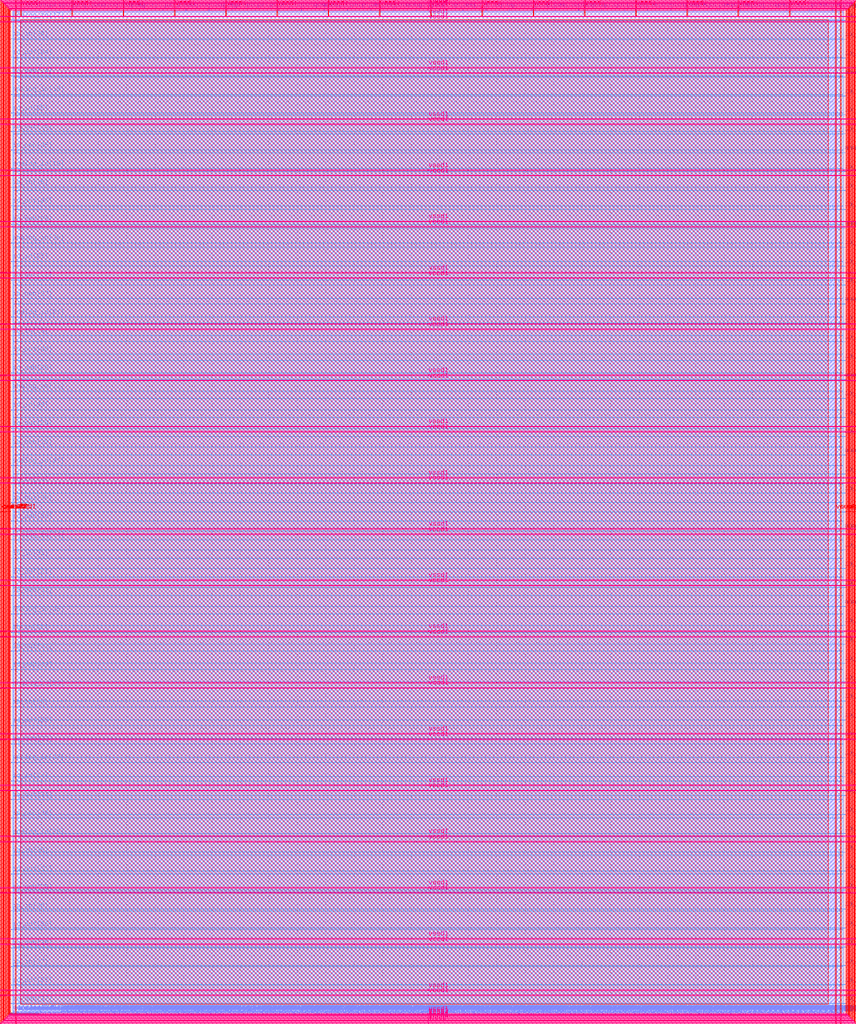
<source format=lef>
VERSION 5.7 ;
  NOWIREEXTENSIONATPIN ON ;
  DIVIDERCHAR "/" ;
  BUSBITCHARS "[]" ;
MACRO user_project_wrapper
  CLASS BLOCK ;
  FOREIGN user_project_wrapper ;
  ORIGIN 0.000 0.000 ;
  SIZE 2920.000 BY 3520.000 ;
  PIN analog_io[0]
    DIRECTION INOUT ;
    USE SIGNAL ;
    PORT
      LAYER met3 ;
        RECT 2917.600 1426.380 2924.800 1427.580 ;
    END
  END analog_io[0]
  PIN analog_io[10]
    DIRECTION INOUT ;
    USE SIGNAL ;
    PORT
      LAYER met2 ;
        RECT 2230.490 3517.600 2231.050 3524.800 ;
    END
  END analog_io[10]
  PIN analog_io[11]
    DIRECTION INOUT ;
    USE SIGNAL ;
    PORT
      LAYER met2 ;
        RECT 1905.730 3517.600 1906.290 3524.800 ;
    END
  END analog_io[11]
  PIN analog_io[12]
    DIRECTION INOUT ;
    USE SIGNAL ;
    PORT
      LAYER met2 ;
        RECT 1581.430 3517.600 1581.990 3524.800 ;
    END
  END analog_io[12]
  PIN analog_io[13]
    DIRECTION INOUT ;
    USE SIGNAL ;
    PORT
      LAYER met2 ;
        RECT 1257.130 3517.600 1257.690 3524.800 ;
    END
  END analog_io[13]
  PIN analog_io[14]
    DIRECTION INOUT ;
    USE SIGNAL ;
    PORT
      LAYER met2 ;
        RECT 932.370 3517.600 932.930 3524.800 ;
    END
  END analog_io[14]
  PIN analog_io[15]
    DIRECTION INOUT ;
    USE SIGNAL ;
    PORT
      LAYER met2 ;
        RECT 608.070 3517.600 608.630 3524.800 ;
    END
  END analog_io[15]
  PIN analog_io[16]
    DIRECTION INOUT ;
    USE SIGNAL ;
    PORT
      LAYER met2 ;
        RECT 283.770 3517.600 284.330 3524.800 ;
    END
  END analog_io[16]
  PIN analog_io[17]
    DIRECTION INOUT ;
    USE SIGNAL ;
    PORT
      LAYER met3 ;
        RECT -4.800 3486.100 2.400 3487.300 ;
    END
  END analog_io[17]
  PIN analog_io[18]
    DIRECTION INOUT ;
    USE SIGNAL ;
    PORT
      LAYER met3 ;
        RECT -4.800 3224.980 2.400 3226.180 ;
    END
  END analog_io[18]
  PIN analog_io[19]
    DIRECTION INOUT ;
    USE SIGNAL ;
    PORT
      LAYER met3 ;
        RECT -4.800 2964.540 2.400 2965.740 ;
    END
  END analog_io[19]
  PIN analog_io[1]
    DIRECTION INOUT ;
    USE SIGNAL ;
    PORT
      LAYER met3 ;
        RECT 2917.600 1692.260 2924.800 1693.460 ;
    END
  END analog_io[1]
  PIN analog_io[20]
    DIRECTION INOUT ;
    USE SIGNAL ;
    PORT
      LAYER met3 ;
        RECT -4.800 2703.420 2.400 2704.620 ;
    END
  END analog_io[20]
  PIN analog_io[21]
    DIRECTION INOUT ;
    USE SIGNAL ;
    PORT
      LAYER met3 ;
        RECT -4.800 2442.980 2.400 2444.180 ;
    END
  END analog_io[21]
  PIN analog_io[22]
    DIRECTION INOUT ;
    USE SIGNAL ;
    PORT
      LAYER met3 ;
        RECT -4.800 2182.540 2.400 2183.740 ;
    END
  END analog_io[22]
  PIN analog_io[23]
    DIRECTION INOUT ;
    USE SIGNAL ;
    PORT
      LAYER met3 ;
        RECT -4.800 1921.420 2.400 1922.620 ;
    END
  END analog_io[23]
  PIN analog_io[24]
    DIRECTION INOUT ;
    USE SIGNAL ;
    PORT
      LAYER met3 ;
        RECT -4.800 1660.980 2.400 1662.180 ;
    END
  END analog_io[24]
  PIN analog_io[25]
    DIRECTION INOUT ;
    USE SIGNAL ;
    PORT
      LAYER met3 ;
        RECT -4.800 1399.860 2.400 1401.060 ;
    END
  END analog_io[25]
  PIN analog_io[26]
    DIRECTION INOUT ;
    USE SIGNAL ;
    PORT
      LAYER met3 ;
        RECT -4.800 1139.420 2.400 1140.620 ;
    END
  END analog_io[26]
  PIN analog_io[27]
    DIRECTION INOUT ;
    USE SIGNAL ;
    PORT
      LAYER met3 ;
        RECT -4.800 878.980 2.400 880.180 ;
    END
  END analog_io[27]
  PIN analog_io[28]
    DIRECTION INOUT ;
    USE SIGNAL ;
    PORT
      LAYER met3 ;
        RECT -4.800 617.860 2.400 619.060 ;
    END
  END analog_io[28]
  PIN analog_io[2]
    DIRECTION INOUT ;
    USE SIGNAL ;
    PORT
      LAYER met3 ;
        RECT 2917.600 1958.140 2924.800 1959.340 ;
    END
  END analog_io[2]
  PIN analog_io[3]
    DIRECTION INOUT ;
    USE SIGNAL ;
    PORT
      LAYER met3 ;
        RECT 2917.600 2223.340 2924.800 2224.540 ;
    END
  END analog_io[3]
  PIN analog_io[4]
    DIRECTION INOUT ;
    USE SIGNAL ;
    PORT
      LAYER met3 ;
        RECT 2917.600 2489.220 2924.800 2490.420 ;
    END
  END analog_io[4]
  PIN analog_io[5]
    DIRECTION INOUT ;
    USE SIGNAL ;
    PORT
      LAYER met3 ;
        RECT 2917.600 2755.100 2924.800 2756.300 ;
    END
  END analog_io[5]
  PIN analog_io[6]
    DIRECTION INOUT ;
    USE SIGNAL ;
    PORT
      LAYER met3 ;
        RECT 2917.600 3020.300 2924.800 3021.500 ;
    END
  END analog_io[6]
  PIN analog_io[7]
    DIRECTION INOUT ;
    USE SIGNAL ;
    PORT
      LAYER met3 ;
        RECT 2917.600 3286.180 2924.800 3287.380 ;
    END
  END analog_io[7]
  PIN analog_io[8]
    DIRECTION INOUT ;
    USE SIGNAL ;
    PORT
      LAYER met2 ;
        RECT 2879.090 3517.600 2879.650 3524.800 ;
    END
  END analog_io[8]
  PIN analog_io[9]
    DIRECTION INOUT ;
    USE SIGNAL ;
    PORT
      LAYER met2 ;
        RECT 2554.790 3517.600 2555.350 3524.800 ;
    END
  END analog_io[9]
  PIN io_in[0]
    DIRECTION INPUT ;
    USE SIGNAL ;
    PORT
      LAYER met3 ;
        RECT 2917.600 32.380 2924.800 33.580 ;
    END
  END io_in[0]
  PIN io_in[10]
    DIRECTION INPUT ;
    USE SIGNAL ;
    PORT
      LAYER met3 ;
        RECT 2917.600 2289.980 2924.800 2291.180 ;
    END
  END io_in[10]
  PIN io_in[11]
    DIRECTION INPUT ;
    USE SIGNAL ;
    PORT
      LAYER met3 ;
        RECT 2917.600 2555.860 2924.800 2557.060 ;
    END
  END io_in[11]
  PIN io_in[12]
    DIRECTION INPUT ;
    USE SIGNAL ;
    PORT
      LAYER met3 ;
        RECT 2917.600 2821.060 2924.800 2822.260 ;
    END
  END io_in[12]
  PIN io_in[13]
    DIRECTION INPUT ;
    USE SIGNAL ;
    PORT
      LAYER met3 ;
        RECT 2917.600 3086.940 2924.800 3088.140 ;
    END
  END io_in[13]
  PIN io_in[14]
    DIRECTION INPUT ;
    USE SIGNAL ;
    PORT
      LAYER met3 ;
        RECT 2917.600 3352.820 2924.800 3354.020 ;
    END
  END io_in[14]
  PIN io_in[15]
    DIRECTION INPUT ;
    USE SIGNAL ;
    PORT
      LAYER met2 ;
        RECT 2798.130 3517.600 2798.690 3524.800 ;
    END
  END io_in[15]
  PIN io_in[16]
    DIRECTION INPUT ;
    USE SIGNAL ;
    PORT
      LAYER met2 ;
        RECT 2473.830 3517.600 2474.390 3524.800 ;
    END
  END io_in[16]
  PIN io_in[17]
    DIRECTION INPUT ;
    USE SIGNAL ;
    PORT
      LAYER met2 ;
        RECT 2149.070 3517.600 2149.630 3524.800 ;
    END
  END io_in[17]
  PIN io_in[18]
    DIRECTION INPUT ;
    USE SIGNAL ;
    PORT
      LAYER met2 ;
        RECT 1824.770 3517.600 1825.330 3524.800 ;
    END
  END io_in[18]
  PIN io_in[19]
    DIRECTION INPUT ;
    USE SIGNAL ;
    PORT
      LAYER met2 ;
        RECT 1500.470 3517.600 1501.030 3524.800 ;
    END
  END io_in[19]
  PIN io_in[1]
    DIRECTION INPUT ;
    USE SIGNAL ;
    PORT
      LAYER met3 ;
        RECT 2917.600 230.940 2924.800 232.140 ;
    END
  END io_in[1]
  PIN io_in[20]
    DIRECTION INPUT ;
    USE SIGNAL ;
    PORT
      LAYER met2 ;
        RECT 1175.710 3517.600 1176.270 3524.800 ;
    END
  END io_in[20]
  PIN io_in[21]
    DIRECTION INPUT ;
    USE SIGNAL ;
    PORT
      LAYER met2 ;
        RECT 851.410 3517.600 851.970 3524.800 ;
    END
  END io_in[21]
  PIN io_in[22]
    DIRECTION INPUT ;
    USE SIGNAL ;
    PORT
      LAYER met2 ;
        RECT 527.110 3517.600 527.670 3524.800 ;
    END
  END io_in[22]
  PIN io_in[23]
    DIRECTION INPUT ;
    USE SIGNAL ;
    PORT
      LAYER met2 ;
        RECT 202.350 3517.600 202.910 3524.800 ;
    END
  END io_in[23]
  PIN io_in[24]
    DIRECTION INPUT ;
    USE SIGNAL ;
    PORT
      LAYER met3 ;
        RECT -4.800 3420.820 2.400 3422.020 ;
    END
  END io_in[24]
  PIN io_in[25]
    DIRECTION INPUT ;
    USE SIGNAL ;
    PORT
      LAYER met3 ;
        RECT -4.800 3159.700 2.400 3160.900 ;
    END
  END io_in[25]
  PIN io_in[26]
    DIRECTION INPUT ;
    USE SIGNAL ;
    PORT
      LAYER met3 ;
        RECT -4.800 2899.260 2.400 2900.460 ;
    END
  END io_in[26]
  PIN io_in[27]
    DIRECTION INPUT ;
    USE SIGNAL ;
    PORT
      LAYER met3 ;
        RECT -4.800 2638.820 2.400 2640.020 ;
    END
  END io_in[27]
  PIN io_in[28]
    DIRECTION INPUT ;
    USE SIGNAL ;
    PORT
      LAYER met3 ;
        RECT -4.800 2377.700 2.400 2378.900 ;
    END
  END io_in[28]
  PIN io_in[29]
    DIRECTION INPUT ;
    USE SIGNAL ;
    PORT
      LAYER met3 ;
        RECT -4.800 2117.260 2.400 2118.460 ;
    END
  END io_in[29]
  PIN io_in[2]
    DIRECTION INPUT ;
    USE SIGNAL ;
    PORT
      LAYER met3 ;
        RECT 2917.600 430.180 2924.800 431.380 ;
    END
  END io_in[2]
  PIN io_in[30]
    DIRECTION INPUT ;
    USE SIGNAL ;
    PORT
      LAYER met3 ;
        RECT -4.800 1856.140 2.400 1857.340 ;
    END
  END io_in[30]
  PIN io_in[31]
    DIRECTION INPUT ;
    USE SIGNAL ;
    PORT
      LAYER met3 ;
        RECT -4.800 1595.700 2.400 1596.900 ;
    END
  END io_in[31]
  PIN io_in[32]
    DIRECTION INPUT ;
    USE SIGNAL ;
    PORT
      LAYER met3 ;
        RECT -4.800 1335.260 2.400 1336.460 ;
    END
  END io_in[32]
  PIN io_in[33]
    DIRECTION INPUT ;
    USE SIGNAL ;
    PORT
      LAYER met3 ;
        RECT -4.800 1074.140 2.400 1075.340 ;
    END
  END io_in[33]
  PIN io_in[34]
    DIRECTION INPUT ;
    USE SIGNAL ;
    PORT
      LAYER met3 ;
        RECT -4.800 813.700 2.400 814.900 ;
    END
  END io_in[34]
  PIN io_in[35]
    DIRECTION INPUT ;
    USE SIGNAL ;
    PORT
      LAYER met3 ;
        RECT -4.800 552.580 2.400 553.780 ;
    END
  END io_in[35]
  PIN io_in[36]
    DIRECTION INPUT ;
    USE SIGNAL ;
    PORT
      LAYER met3 ;
        RECT -4.800 357.420 2.400 358.620 ;
    END
  END io_in[36]
  PIN io_in[37]
    DIRECTION INPUT ;
    USE SIGNAL ;
    PORT
      LAYER met3 ;
        RECT -4.800 161.580 2.400 162.780 ;
    END
  END io_in[37]
  PIN io_in[3]
    DIRECTION INPUT ;
    USE SIGNAL ;
    PORT
      LAYER met3 ;
        RECT 2917.600 629.420 2924.800 630.620 ;
    END
  END io_in[3]
  PIN io_in[4]
    DIRECTION INPUT ;
    USE SIGNAL ;
    PORT
      LAYER met3 ;
        RECT 2917.600 828.660 2924.800 829.860 ;
    END
  END io_in[4]
  PIN io_in[5]
    DIRECTION INPUT ;
    USE SIGNAL ;
    PORT
      LAYER met3 ;
        RECT 2917.600 1027.900 2924.800 1029.100 ;
    END
  END io_in[5]
  PIN io_in[6]
    DIRECTION INPUT ;
    USE SIGNAL ;
    PORT
      LAYER met3 ;
        RECT 2917.600 1227.140 2924.800 1228.340 ;
    END
  END io_in[6]
  PIN io_in[7]
    DIRECTION INPUT ;
    USE SIGNAL ;
    PORT
      LAYER met3 ;
        RECT 2917.600 1493.020 2924.800 1494.220 ;
    END
  END io_in[7]
  PIN io_in[8]
    DIRECTION INPUT ;
    USE SIGNAL ;
    PORT
      LAYER met3 ;
        RECT 2917.600 1758.900 2924.800 1760.100 ;
    END
  END io_in[8]
  PIN io_in[9]
    DIRECTION INPUT ;
    USE SIGNAL ;
    PORT
      LAYER met3 ;
        RECT 2917.600 2024.100 2924.800 2025.300 ;
    END
  END io_in[9]
  PIN io_oeb[0]
    DIRECTION OUTPUT TRISTATE ;
    USE SIGNAL ;
    PORT
      LAYER met3 ;
        RECT 2917.600 164.980 2924.800 166.180 ;
    END
  END io_oeb[0]
  PIN io_oeb[10]
    DIRECTION OUTPUT TRISTATE ;
    USE SIGNAL ;
    PORT
      LAYER met3 ;
        RECT 2917.600 2422.580 2924.800 2423.780 ;
    END
  END io_oeb[10]
  PIN io_oeb[11]
    DIRECTION OUTPUT TRISTATE ;
    USE SIGNAL ;
    PORT
      LAYER met3 ;
        RECT 2917.600 2688.460 2924.800 2689.660 ;
    END
  END io_oeb[11]
  PIN io_oeb[12]
    DIRECTION OUTPUT TRISTATE ;
    USE SIGNAL ;
    PORT
      LAYER met3 ;
        RECT 2917.600 2954.340 2924.800 2955.540 ;
    END
  END io_oeb[12]
  PIN io_oeb[13]
    DIRECTION OUTPUT TRISTATE ;
    USE SIGNAL ;
    PORT
      LAYER met3 ;
        RECT 2917.600 3219.540 2924.800 3220.740 ;
    END
  END io_oeb[13]
  PIN io_oeb[14]
    DIRECTION OUTPUT TRISTATE ;
    USE SIGNAL ;
    PORT
      LAYER met3 ;
        RECT 2917.600 3485.420 2924.800 3486.620 ;
    END
  END io_oeb[14]
  PIN io_oeb[15]
    DIRECTION OUTPUT TRISTATE ;
    USE SIGNAL ;
    PORT
      LAYER met2 ;
        RECT 2635.750 3517.600 2636.310 3524.800 ;
    END
  END io_oeb[15]
  PIN io_oeb[16]
    DIRECTION OUTPUT TRISTATE ;
    USE SIGNAL ;
    PORT
      LAYER met2 ;
        RECT 2311.450 3517.600 2312.010 3524.800 ;
    END
  END io_oeb[16]
  PIN io_oeb[17]
    DIRECTION OUTPUT TRISTATE ;
    USE SIGNAL ;
    PORT
      LAYER met2 ;
        RECT 1987.150 3517.600 1987.710 3524.800 ;
    END
  END io_oeb[17]
  PIN io_oeb[18]
    DIRECTION OUTPUT TRISTATE ;
    USE SIGNAL ;
    PORT
      LAYER met2 ;
        RECT 1662.390 3517.600 1662.950 3524.800 ;
    END
  END io_oeb[18]
  PIN io_oeb[19]
    DIRECTION OUTPUT TRISTATE ;
    USE SIGNAL ;
    PORT
      LAYER met2 ;
        RECT 1338.090 3517.600 1338.650 3524.800 ;
    END
  END io_oeb[19]
  PIN io_oeb[1]
    DIRECTION OUTPUT TRISTATE ;
    USE SIGNAL ;
    PORT
      LAYER met3 ;
        RECT 2917.600 364.220 2924.800 365.420 ;
    END
  END io_oeb[1]
  PIN io_oeb[20]
    DIRECTION OUTPUT TRISTATE ;
    USE SIGNAL ;
    PORT
      LAYER met2 ;
        RECT 1013.790 3517.600 1014.350 3524.800 ;
    END
  END io_oeb[20]
  PIN io_oeb[21]
    DIRECTION OUTPUT TRISTATE ;
    USE SIGNAL ;
    PORT
      LAYER met2 ;
        RECT 689.030 3517.600 689.590 3524.800 ;
    END
  END io_oeb[21]
  PIN io_oeb[22]
    DIRECTION OUTPUT TRISTATE ;
    USE SIGNAL ;
    PORT
      LAYER met2 ;
        RECT 364.730 3517.600 365.290 3524.800 ;
    END
  END io_oeb[22]
  PIN io_oeb[23]
    DIRECTION OUTPUT TRISTATE ;
    USE SIGNAL ;
    PORT
      LAYER met2 ;
        RECT 40.430 3517.600 40.990 3524.800 ;
    END
  END io_oeb[23]
  PIN io_oeb[24]
    DIRECTION OUTPUT TRISTATE ;
    USE SIGNAL ;
    PORT
      LAYER met3 ;
        RECT -4.800 3290.260 2.400 3291.460 ;
    END
  END io_oeb[24]
  PIN io_oeb[25]
    DIRECTION OUTPUT TRISTATE ;
    USE SIGNAL ;
    PORT
      LAYER met3 ;
        RECT -4.800 3029.820 2.400 3031.020 ;
    END
  END io_oeb[25]
  PIN io_oeb[26]
    DIRECTION OUTPUT TRISTATE ;
    USE SIGNAL ;
    PORT
      LAYER met3 ;
        RECT -4.800 2768.700 2.400 2769.900 ;
    END
  END io_oeb[26]
  PIN io_oeb[27]
    DIRECTION OUTPUT TRISTATE ;
    USE SIGNAL ;
    PORT
      LAYER met3 ;
        RECT -4.800 2508.260 2.400 2509.460 ;
    END
  END io_oeb[27]
  PIN io_oeb[28]
    DIRECTION OUTPUT TRISTATE ;
    USE SIGNAL ;
    PORT
      LAYER met3 ;
        RECT -4.800 2247.140 2.400 2248.340 ;
    END
  END io_oeb[28]
  PIN io_oeb[29]
    DIRECTION OUTPUT TRISTATE ;
    USE SIGNAL ;
    PORT
      LAYER met3 ;
        RECT -4.800 1986.700 2.400 1987.900 ;
    END
  END io_oeb[29]
  PIN io_oeb[2]
    DIRECTION OUTPUT TRISTATE ;
    USE SIGNAL ;
    PORT
      LAYER met3 ;
        RECT 2917.600 563.460 2924.800 564.660 ;
    END
  END io_oeb[2]
  PIN io_oeb[30]
    DIRECTION OUTPUT TRISTATE ;
    USE SIGNAL ;
    PORT
      LAYER met3 ;
        RECT -4.800 1726.260 2.400 1727.460 ;
    END
  END io_oeb[30]
  PIN io_oeb[31]
    DIRECTION OUTPUT TRISTATE ;
    USE SIGNAL ;
    PORT
      LAYER met3 ;
        RECT -4.800 1465.140 2.400 1466.340 ;
    END
  END io_oeb[31]
  PIN io_oeb[32]
    DIRECTION OUTPUT TRISTATE ;
    USE SIGNAL ;
    PORT
      LAYER met3 ;
        RECT -4.800 1204.700 2.400 1205.900 ;
    END
  END io_oeb[32]
  PIN io_oeb[33]
    DIRECTION OUTPUT TRISTATE ;
    USE SIGNAL ;
    PORT
      LAYER met3 ;
        RECT -4.800 943.580 2.400 944.780 ;
    END
  END io_oeb[33]
  PIN io_oeb[34]
    DIRECTION OUTPUT TRISTATE ;
    USE SIGNAL ;
    PORT
      LAYER met3 ;
        RECT -4.800 683.140 2.400 684.340 ;
    END
  END io_oeb[34]
  PIN io_oeb[35]
    DIRECTION OUTPUT TRISTATE ;
    USE SIGNAL ;
    PORT
      LAYER met3 ;
        RECT -4.800 422.700 2.400 423.900 ;
    END
  END io_oeb[35]
  PIN io_oeb[36]
    DIRECTION OUTPUT TRISTATE ;
    USE SIGNAL ;
    PORT
      LAYER met3 ;
        RECT -4.800 226.860 2.400 228.060 ;
    END
  END io_oeb[36]
  PIN io_oeb[37]
    DIRECTION OUTPUT TRISTATE ;
    USE SIGNAL ;
    PORT
      LAYER met3 ;
        RECT -4.800 31.700 2.400 32.900 ;
    END
  END io_oeb[37]
  PIN io_oeb[3]
    DIRECTION OUTPUT TRISTATE ;
    USE SIGNAL ;
    PORT
      LAYER met3 ;
        RECT 2917.600 762.700 2924.800 763.900 ;
    END
  END io_oeb[3]
  PIN io_oeb[4]
    DIRECTION OUTPUT TRISTATE ;
    USE SIGNAL ;
    PORT
      LAYER met3 ;
        RECT 2917.600 961.940 2924.800 963.140 ;
    END
  END io_oeb[4]
  PIN io_oeb[5]
    DIRECTION OUTPUT TRISTATE ;
    USE SIGNAL ;
    PORT
      LAYER met3 ;
        RECT 2917.600 1161.180 2924.800 1162.380 ;
    END
  END io_oeb[5]
  PIN io_oeb[6]
    DIRECTION OUTPUT TRISTATE ;
    USE SIGNAL ;
    PORT
      LAYER met3 ;
        RECT 2917.600 1360.420 2924.800 1361.620 ;
    END
  END io_oeb[6]
  PIN io_oeb[7]
    DIRECTION OUTPUT TRISTATE ;
    USE SIGNAL ;
    PORT
      LAYER met3 ;
        RECT 2917.600 1625.620 2924.800 1626.820 ;
    END
  END io_oeb[7]
  PIN io_oeb[8]
    DIRECTION OUTPUT TRISTATE ;
    USE SIGNAL ;
    PORT
      LAYER met3 ;
        RECT 2917.600 1891.500 2924.800 1892.700 ;
    END
  END io_oeb[8]
  PIN io_oeb[9]
    DIRECTION OUTPUT TRISTATE ;
    USE SIGNAL ;
    PORT
      LAYER met3 ;
        RECT 2917.600 2157.380 2924.800 2158.580 ;
    END
  END io_oeb[9]
  PIN io_out[0]
    DIRECTION OUTPUT TRISTATE ;
    USE SIGNAL ;
    PORT
      LAYER met3 ;
        RECT 2917.600 98.340 2924.800 99.540 ;
    END
  END io_out[0]
  PIN io_out[10]
    DIRECTION OUTPUT TRISTATE ;
    USE SIGNAL ;
    PORT
      LAYER met3 ;
        RECT 2917.600 2356.620 2924.800 2357.820 ;
    END
  END io_out[10]
  PIN io_out[11]
    DIRECTION OUTPUT TRISTATE ;
    USE SIGNAL ;
    PORT
      LAYER met3 ;
        RECT 2917.600 2621.820 2924.800 2623.020 ;
    END
  END io_out[11]
  PIN io_out[12]
    DIRECTION OUTPUT TRISTATE ;
    USE SIGNAL ;
    PORT
      LAYER met3 ;
        RECT 2917.600 2887.700 2924.800 2888.900 ;
    END
  END io_out[12]
  PIN io_out[13]
    DIRECTION OUTPUT TRISTATE ;
    USE SIGNAL ;
    PORT
      LAYER met3 ;
        RECT 2917.600 3153.580 2924.800 3154.780 ;
    END
  END io_out[13]
  PIN io_out[14]
    DIRECTION OUTPUT TRISTATE ;
    USE SIGNAL ;
    PORT
      LAYER met3 ;
        RECT 2917.600 3418.780 2924.800 3419.980 ;
    END
  END io_out[14]
  PIN io_out[15]
    DIRECTION OUTPUT TRISTATE ;
    USE SIGNAL ;
    PORT
      LAYER met2 ;
        RECT 2717.170 3517.600 2717.730 3524.800 ;
    END
  END io_out[15]
  PIN io_out[16]
    DIRECTION OUTPUT TRISTATE ;
    USE SIGNAL ;
    PORT
      LAYER met2 ;
        RECT 2392.410 3517.600 2392.970 3524.800 ;
    END
  END io_out[16]
  PIN io_out[17]
    DIRECTION OUTPUT TRISTATE ;
    USE SIGNAL ;
    PORT
      LAYER met2 ;
        RECT 2068.110 3517.600 2068.670 3524.800 ;
    END
  END io_out[17]
  PIN io_out[18]
    DIRECTION OUTPUT TRISTATE ;
    USE SIGNAL ;
    PORT
      LAYER met2 ;
        RECT 1743.810 3517.600 1744.370 3524.800 ;
    END
  END io_out[18]
  PIN io_out[19]
    DIRECTION OUTPUT TRISTATE ;
    USE SIGNAL ;
    PORT
      LAYER met2 ;
        RECT 1419.050 3517.600 1419.610 3524.800 ;
    END
  END io_out[19]
  PIN io_out[1]
    DIRECTION OUTPUT TRISTATE ;
    USE SIGNAL ;
    PORT
      LAYER met3 ;
        RECT 2917.600 297.580 2924.800 298.780 ;
    END
  END io_out[1]
  PIN io_out[20]
    DIRECTION OUTPUT TRISTATE ;
    USE SIGNAL ;
    PORT
      LAYER met2 ;
        RECT 1094.750 3517.600 1095.310 3524.800 ;
    END
  END io_out[20]
  PIN io_out[21]
    DIRECTION OUTPUT TRISTATE ;
    USE SIGNAL ;
    PORT
      LAYER met2 ;
        RECT 770.450 3517.600 771.010 3524.800 ;
    END
  END io_out[21]
  PIN io_out[22]
    DIRECTION OUTPUT TRISTATE ;
    USE SIGNAL ;
    PORT
      LAYER met2 ;
        RECT 445.690 3517.600 446.250 3524.800 ;
    END
  END io_out[22]
  PIN io_out[23]
    DIRECTION OUTPUT TRISTATE ;
    USE SIGNAL ;
    PORT
      LAYER met2 ;
        RECT 121.390 3517.600 121.950 3524.800 ;
    END
  END io_out[23]
  PIN io_out[24]
    DIRECTION OUTPUT TRISTATE ;
    USE SIGNAL ;
    PORT
      LAYER met3 ;
        RECT -4.800 3355.540 2.400 3356.740 ;
    END
  END io_out[24]
  PIN io_out[25]
    DIRECTION OUTPUT TRISTATE ;
    USE SIGNAL ;
    PORT
      LAYER met3 ;
        RECT -4.800 3095.100 2.400 3096.300 ;
    END
  END io_out[25]
  PIN io_out[26]
    DIRECTION OUTPUT TRISTATE ;
    USE SIGNAL ;
    PORT
      LAYER met3 ;
        RECT -4.800 2833.980 2.400 2835.180 ;
    END
  END io_out[26]
  PIN io_out[27]
    DIRECTION OUTPUT TRISTATE ;
    USE SIGNAL ;
    PORT
      LAYER met3 ;
        RECT -4.800 2573.540 2.400 2574.740 ;
    END
  END io_out[27]
  PIN io_out[28]
    DIRECTION OUTPUT TRISTATE ;
    USE SIGNAL ;
    PORT
      LAYER met3 ;
        RECT -4.800 2312.420 2.400 2313.620 ;
    END
  END io_out[28]
  PIN io_out[29]
    DIRECTION OUTPUT TRISTATE ;
    USE SIGNAL ;
    PORT
      LAYER met3 ;
        RECT -4.800 2051.980 2.400 2053.180 ;
    END
  END io_out[29]
  PIN io_out[2]
    DIRECTION OUTPUT TRISTATE ;
    USE SIGNAL ;
    PORT
      LAYER met3 ;
        RECT 2917.600 496.820 2924.800 498.020 ;
    END
  END io_out[2]
  PIN io_out[30]
    DIRECTION OUTPUT TRISTATE ;
    USE SIGNAL ;
    PORT
      LAYER met3 ;
        RECT -4.800 1791.540 2.400 1792.740 ;
    END
  END io_out[30]
  PIN io_out[31]
    DIRECTION OUTPUT TRISTATE ;
    USE SIGNAL ;
    PORT
      LAYER met3 ;
        RECT -4.800 1530.420 2.400 1531.620 ;
    END
  END io_out[31]
  PIN io_out[32]
    DIRECTION OUTPUT TRISTATE ;
    USE SIGNAL ;
    PORT
      LAYER met3 ;
        RECT -4.800 1269.980 2.400 1271.180 ;
    END
  END io_out[32]
  PIN io_out[33]
    DIRECTION OUTPUT TRISTATE ;
    USE SIGNAL ;
    PORT
      LAYER met3 ;
        RECT -4.800 1008.860 2.400 1010.060 ;
    END
  END io_out[33]
  PIN io_out[34]
    DIRECTION OUTPUT TRISTATE ;
    USE SIGNAL ;
    PORT
      LAYER met3 ;
        RECT -4.800 748.420 2.400 749.620 ;
    END
  END io_out[34]
  PIN io_out[35]
    DIRECTION OUTPUT TRISTATE ;
    USE SIGNAL ;
    PORT
      LAYER met3 ;
        RECT -4.800 487.300 2.400 488.500 ;
    END
  END io_out[35]
  PIN io_out[36]
    DIRECTION OUTPUT TRISTATE ;
    USE SIGNAL ;
    PORT
      LAYER met3 ;
        RECT -4.800 292.140 2.400 293.340 ;
    END
  END io_out[36]
  PIN io_out[37]
    DIRECTION OUTPUT TRISTATE ;
    USE SIGNAL ;
    PORT
      LAYER met3 ;
        RECT -4.800 96.300 2.400 97.500 ;
    END
  END io_out[37]
  PIN io_out[3]
    DIRECTION OUTPUT TRISTATE ;
    USE SIGNAL ;
    PORT
      LAYER met3 ;
        RECT 2917.600 696.060 2924.800 697.260 ;
    END
  END io_out[3]
  PIN io_out[4]
    DIRECTION OUTPUT TRISTATE ;
    USE SIGNAL ;
    PORT
      LAYER met3 ;
        RECT 2917.600 895.300 2924.800 896.500 ;
    END
  END io_out[4]
  PIN io_out[5]
    DIRECTION OUTPUT TRISTATE ;
    USE SIGNAL ;
    PORT
      LAYER met3 ;
        RECT 2917.600 1094.540 2924.800 1095.740 ;
    END
  END io_out[5]
  PIN io_out[6]
    DIRECTION OUTPUT TRISTATE ;
    USE SIGNAL ;
    PORT
      LAYER met3 ;
        RECT 2917.600 1293.780 2924.800 1294.980 ;
    END
  END io_out[6]
  PIN io_out[7]
    DIRECTION OUTPUT TRISTATE ;
    USE SIGNAL ;
    PORT
      LAYER met3 ;
        RECT 2917.600 1559.660 2924.800 1560.860 ;
    END
  END io_out[7]
  PIN io_out[8]
    DIRECTION OUTPUT TRISTATE ;
    USE SIGNAL ;
    PORT
      LAYER met3 ;
        RECT 2917.600 1824.860 2924.800 1826.060 ;
    END
  END io_out[8]
  PIN io_out[9]
    DIRECTION OUTPUT TRISTATE ;
    USE SIGNAL ;
    PORT
      LAYER met3 ;
        RECT 2917.600 2090.740 2924.800 2091.940 ;
    END
  END io_out[9]
  PIN la_data_in[0]
    DIRECTION INPUT ;
    USE SIGNAL ;
    PORT
      LAYER met2 ;
        RECT 629.230 -4.800 629.790 2.400 ;
    END
  END la_data_in[0]
  PIN la_data_in[100]
    DIRECTION INPUT ;
    USE SIGNAL ;
    PORT
      LAYER met2 ;
        RECT 2402.530 -4.800 2403.090 2.400 ;
    END
  END la_data_in[100]
  PIN la_data_in[101]
    DIRECTION INPUT ;
    USE SIGNAL ;
    PORT
      LAYER met2 ;
        RECT 2420.010 -4.800 2420.570 2.400 ;
    END
  END la_data_in[101]
  PIN la_data_in[102]
    DIRECTION INPUT ;
    USE SIGNAL ;
    PORT
      LAYER met2 ;
        RECT 2437.950 -4.800 2438.510 2.400 ;
    END
  END la_data_in[102]
  PIN la_data_in[103]
    DIRECTION INPUT ;
    USE SIGNAL ;
    PORT
      LAYER met2 ;
        RECT 2455.430 -4.800 2455.990 2.400 ;
    END
  END la_data_in[103]
  PIN la_data_in[104]
    DIRECTION INPUT ;
    USE SIGNAL ;
    PORT
      LAYER met2 ;
        RECT 2473.370 -4.800 2473.930 2.400 ;
    END
  END la_data_in[104]
  PIN la_data_in[105]
    DIRECTION INPUT ;
    USE SIGNAL ;
    PORT
      LAYER met2 ;
        RECT 2490.850 -4.800 2491.410 2.400 ;
    END
  END la_data_in[105]
  PIN la_data_in[106]
    DIRECTION INPUT ;
    USE SIGNAL ;
    PORT
      LAYER met2 ;
        RECT 2508.790 -4.800 2509.350 2.400 ;
    END
  END la_data_in[106]
  PIN la_data_in[107]
    DIRECTION INPUT ;
    USE SIGNAL ;
    PORT
      LAYER met2 ;
        RECT 2526.730 -4.800 2527.290 2.400 ;
    END
  END la_data_in[107]
  PIN la_data_in[108]
    DIRECTION INPUT ;
    USE SIGNAL ;
    PORT
      LAYER met2 ;
        RECT 2544.210 -4.800 2544.770 2.400 ;
    END
  END la_data_in[108]
  PIN la_data_in[109]
    DIRECTION INPUT ;
    USE SIGNAL ;
    PORT
      LAYER met2 ;
        RECT 2562.150 -4.800 2562.710 2.400 ;
    END
  END la_data_in[109]
  PIN la_data_in[10]
    DIRECTION INPUT ;
    USE SIGNAL ;
    PORT
      LAYER met2 ;
        RECT 806.330 -4.800 806.890 2.400 ;
    END
  END la_data_in[10]
  PIN la_data_in[110]
    DIRECTION INPUT ;
    USE SIGNAL ;
    PORT
      LAYER met2 ;
        RECT 2579.630 -4.800 2580.190 2.400 ;
    END
  END la_data_in[110]
  PIN la_data_in[111]
    DIRECTION INPUT ;
    USE SIGNAL ;
    PORT
      LAYER met2 ;
        RECT 2597.570 -4.800 2598.130 2.400 ;
    END
  END la_data_in[111]
  PIN la_data_in[112]
    DIRECTION INPUT ;
    USE SIGNAL ;
    PORT
      LAYER met2 ;
        RECT 2615.050 -4.800 2615.610 2.400 ;
    END
  END la_data_in[112]
  PIN la_data_in[113]
    DIRECTION INPUT ;
    USE SIGNAL ;
    PORT
      LAYER met2 ;
        RECT 2632.990 -4.800 2633.550 2.400 ;
    END
  END la_data_in[113]
  PIN la_data_in[114]
    DIRECTION INPUT ;
    USE SIGNAL ;
    PORT
      LAYER met2 ;
        RECT 2650.470 -4.800 2651.030 2.400 ;
    END
  END la_data_in[114]
  PIN la_data_in[115]
    DIRECTION INPUT ;
    USE SIGNAL ;
    PORT
      LAYER met2 ;
        RECT 2668.410 -4.800 2668.970 2.400 ;
    END
  END la_data_in[115]
  PIN la_data_in[116]
    DIRECTION INPUT ;
    USE SIGNAL ;
    PORT
      LAYER met2 ;
        RECT 2685.890 -4.800 2686.450 2.400 ;
    END
  END la_data_in[116]
  PIN la_data_in[117]
    DIRECTION INPUT ;
    USE SIGNAL ;
    PORT
      LAYER met2 ;
        RECT 2703.830 -4.800 2704.390 2.400 ;
    END
  END la_data_in[117]
  PIN la_data_in[118]
    DIRECTION INPUT ;
    USE SIGNAL ;
    PORT
      LAYER met2 ;
        RECT 2721.770 -4.800 2722.330 2.400 ;
    END
  END la_data_in[118]
  PIN la_data_in[119]
    DIRECTION INPUT ;
    USE SIGNAL ;
    PORT
      LAYER met2 ;
        RECT 2739.250 -4.800 2739.810 2.400 ;
    END
  END la_data_in[119]
  PIN la_data_in[11]
    DIRECTION INPUT ;
    USE SIGNAL ;
    PORT
      LAYER met2 ;
        RECT 824.270 -4.800 824.830 2.400 ;
    END
  END la_data_in[11]
  PIN la_data_in[120]
    DIRECTION INPUT ;
    USE SIGNAL ;
    PORT
      LAYER met2 ;
        RECT 2757.190 -4.800 2757.750 2.400 ;
    END
  END la_data_in[120]
  PIN la_data_in[121]
    DIRECTION INPUT ;
    USE SIGNAL ;
    PORT
      LAYER met2 ;
        RECT 2774.670 -4.800 2775.230 2.400 ;
    END
  END la_data_in[121]
  PIN la_data_in[122]
    DIRECTION INPUT ;
    USE SIGNAL ;
    PORT
      LAYER met2 ;
        RECT 2792.610 -4.800 2793.170 2.400 ;
    END
  END la_data_in[122]
  PIN la_data_in[123]
    DIRECTION INPUT ;
    USE SIGNAL ;
    PORT
      LAYER met2 ;
        RECT 2810.090 -4.800 2810.650 2.400 ;
    END
  END la_data_in[123]
  PIN la_data_in[124]
    DIRECTION INPUT ;
    USE SIGNAL ;
    PORT
      LAYER met2 ;
        RECT 2828.030 -4.800 2828.590 2.400 ;
    END
  END la_data_in[124]
  PIN la_data_in[125]
    DIRECTION INPUT ;
    USE SIGNAL ;
    PORT
      LAYER met2 ;
        RECT 2845.510 -4.800 2846.070 2.400 ;
    END
  END la_data_in[125]
  PIN la_data_in[126]
    DIRECTION INPUT ;
    USE SIGNAL ;
    PORT
      LAYER met2 ;
        RECT 2863.450 -4.800 2864.010 2.400 ;
    END
  END la_data_in[126]
  PIN la_data_in[127]
    DIRECTION INPUT ;
    USE SIGNAL ;
    PORT
      LAYER met2 ;
        RECT 2881.390 -4.800 2881.950 2.400 ;
    END
  END la_data_in[127]
  PIN la_data_in[12]
    DIRECTION INPUT ;
    USE SIGNAL ;
    PORT
      LAYER met2 ;
        RECT 841.750 -4.800 842.310 2.400 ;
    END
  END la_data_in[12]
  PIN la_data_in[13]
    DIRECTION INPUT ;
    USE SIGNAL ;
    PORT
      LAYER met2 ;
        RECT 859.690 -4.800 860.250 2.400 ;
    END
  END la_data_in[13]
  PIN la_data_in[14]
    DIRECTION INPUT ;
    USE SIGNAL ;
    PORT
      LAYER met2 ;
        RECT 877.170 -4.800 877.730 2.400 ;
    END
  END la_data_in[14]
  PIN la_data_in[15]
    DIRECTION INPUT ;
    USE SIGNAL ;
    PORT
      LAYER met2 ;
        RECT 895.110 -4.800 895.670 2.400 ;
    END
  END la_data_in[15]
  PIN la_data_in[16]
    DIRECTION INPUT ;
    USE SIGNAL ;
    PORT
      LAYER met2 ;
        RECT 912.590 -4.800 913.150 2.400 ;
    END
  END la_data_in[16]
  PIN la_data_in[17]
    DIRECTION INPUT ;
    USE SIGNAL ;
    PORT
      LAYER met2 ;
        RECT 930.530 -4.800 931.090 2.400 ;
    END
  END la_data_in[17]
  PIN la_data_in[18]
    DIRECTION INPUT ;
    USE SIGNAL ;
    PORT
      LAYER met2 ;
        RECT 948.470 -4.800 949.030 2.400 ;
    END
  END la_data_in[18]
  PIN la_data_in[19]
    DIRECTION INPUT ;
    USE SIGNAL ;
    PORT
      LAYER met2 ;
        RECT 965.950 -4.800 966.510 2.400 ;
    END
  END la_data_in[19]
  PIN la_data_in[1]
    DIRECTION INPUT ;
    USE SIGNAL ;
    PORT
      LAYER met2 ;
        RECT 646.710 -4.800 647.270 2.400 ;
    END
  END la_data_in[1]
  PIN la_data_in[20]
    DIRECTION INPUT ;
    USE SIGNAL ;
    PORT
      LAYER met2 ;
        RECT 983.890 -4.800 984.450 2.400 ;
    END
  END la_data_in[20]
  PIN la_data_in[21]
    DIRECTION INPUT ;
    USE SIGNAL ;
    PORT
      LAYER met2 ;
        RECT 1001.370 -4.800 1001.930 2.400 ;
    END
  END la_data_in[21]
  PIN la_data_in[22]
    DIRECTION INPUT ;
    USE SIGNAL ;
    PORT
      LAYER met2 ;
        RECT 1019.310 -4.800 1019.870 2.400 ;
    END
  END la_data_in[22]
  PIN la_data_in[23]
    DIRECTION INPUT ;
    USE SIGNAL ;
    PORT
      LAYER met2 ;
        RECT 1036.790 -4.800 1037.350 2.400 ;
    END
  END la_data_in[23]
  PIN la_data_in[24]
    DIRECTION INPUT ;
    USE SIGNAL ;
    PORT
      LAYER met2 ;
        RECT 1054.730 -4.800 1055.290 2.400 ;
    END
  END la_data_in[24]
  PIN la_data_in[25]
    DIRECTION INPUT ;
    USE SIGNAL ;
    PORT
      LAYER met2 ;
        RECT 1072.210 -4.800 1072.770 2.400 ;
    END
  END la_data_in[25]
  PIN la_data_in[26]
    DIRECTION INPUT ;
    USE SIGNAL ;
    PORT
      LAYER met2 ;
        RECT 1090.150 -4.800 1090.710 2.400 ;
    END
  END la_data_in[26]
  PIN la_data_in[27]
    DIRECTION INPUT ;
    USE SIGNAL ;
    PORT
      LAYER met2 ;
        RECT 1107.630 -4.800 1108.190 2.400 ;
    END
  END la_data_in[27]
  PIN la_data_in[28]
    DIRECTION INPUT ;
    USE SIGNAL ;
    PORT
      LAYER met2 ;
        RECT 1125.570 -4.800 1126.130 2.400 ;
    END
  END la_data_in[28]
  PIN la_data_in[29]
    DIRECTION INPUT ;
    USE SIGNAL ;
    PORT
      LAYER met2 ;
        RECT 1143.510 -4.800 1144.070 2.400 ;
    END
  END la_data_in[29]
  PIN la_data_in[2]
    DIRECTION INPUT ;
    USE SIGNAL ;
    PORT
      LAYER met2 ;
        RECT 664.650 -4.800 665.210 2.400 ;
    END
  END la_data_in[2]
  PIN la_data_in[30]
    DIRECTION INPUT ;
    USE SIGNAL ;
    PORT
      LAYER met2 ;
        RECT 1160.990 -4.800 1161.550 2.400 ;
    END
  END la_data_in[30]
  PIN la_data_in[31]
    DIRECTION INPUT ;
    USE SIGNAL ;
    PORT
      LAYER met2 ;
        RECT 1178.930 -4.800 1179.490 2.400 ;
    END
  END la_data_in[31]
  PIN la_data_in[32]
    DIRECTION INPUT ;
    USE SIGNAL ;
    PORT
      LAYER met2 ;
        RECT 1196.410 -4.800 1196.970 2.400 ;
    END
  END la_data_in[32]
  PIN la_data_in[33]
    DIRECTION INPUT ;
    USE SIGNAL ;
    PORT
      LAYER met2 ;
        RECT 1214.350 -4.800 1214.910 2.400 ;
    END
  END la_data_in[33]
  PIN la_data_in[34]
    DIRECTION INPUT ;
    USE SIGNAL ;
    PORT
      LAYER met2 ;
        RECT 1231.830 -4.800 1232.390 2.400 ;
    END
  END la_data_in[34]
  PIN la_data_in[35]
    DIRECTION INPUT ;
    USE SIGNAL ;
    PORT
      LAYER met2 ;
        RECT 1249.770 -4.800 1250.330 2.400 ;
    END
  END la_data_in[35]
  PIN la_data_in[36]
    DIRECTION INPUT ;
    USE SIGNAL ;
    PORT
      LAYER met2 ;
        RECT 1267.250 -4.800 1267.810 2.400 ;
    END
  END la_data_in[36]
  PIN la_data_in[37]
    DIRECTION INPUT ;
    USE SIGNAL ;
    PORT
      LAYER met2 ;
        RECT 1285.190 -4.800 1285.750 2.400 ;
    END
  END la_data_in[37]
  PIN la_data_in[38]
    DIRECTION INPUT ;
    USE SIGNAL ;
    PORT
      LAYER met2 ;
        RECT 1303.130 -4.800 1303.690 2.400 ;
    END
  END la_data_in[38]
  PIN la_data_in[39]
    DIRECTION INPUT ;
    USE SIGNAL ;
    PORT
      LAYER met2 ;
        RECT 1320.610 -4.800 1321.170 2.400 ;
    END
  END la_data_in[39]
  PIN la_data_in[3]
    DIRECTION INPUT ;
    USE SIGNAL ;
    PORT
      LAYER met2 ;
        RECT 682.130 -4.800 682.690 2.400 ;
    END
  END la_data_in[3]
  PIN la_data_in[40]
    DIRECTION INPUT ;
    USE SIGNAL ;
    PORT
      LAYER met2 ;
        RECT 1338.550 -4.800 1339.110 2.400 ;
    END
  END la_data_in[40]
  PIN la_data_in[41]
    DIRECTION INPUT ;
    USE SIGNAL ;
    PORT
      LAYER met2 ;
        RECT 1356.030 -4.800 1356.590 2.400 ;
    END
  END la_data_in[41]
  PIN la_data_in[42]
    DIRECTION INPUT ;
    USE SIGNAL ;
    PORT
      LAYER met2 ;
        RECT 1373.970 -4.800 1374.530 2.400 ;
    END
  END la_data_in[42]
  PIN la_data_in[43]
    DIRECTION INPUT ;
    USE SIGNAL ;
    PORT
      LAYER met2 ;
        RECT 1391.450 -4.800 1392.010 2.400 ;
    END
  END la_data_in[43]
  PIN la_data_in[44]
    DIRECTION INPUT ;
    USE SIGNAL ;
    PORT
      LAYER met2 ;
        RECT 1409.390 -4.800 1409.950 2.400 ;
    END
  END la_data_in[44]
  PIN la_data_in[45]
    DIRECTION INPUT ;
    USE SIGNAL ;
    PORT
      LAYER met2 ;
        RECT 1426.870 -4.800 1427.430 2.400 ;
    END
  END la_data_in[45]
  PIN la_data_in[46]
    DIRECTION INPUT ;
    USE SIGNAL ;
    PORT
      LAYER met2 ;
        RECT 1444.810 -4.800 1445.370 2.400 ;
    END
  END la_data_in[46]
  PIN la_data_in[47]
    DIRECTION INPUT ;
    USE SIGNAL ;
    PORT
      LAYER met2 ;
        RECT 1462.750 -4.800 1463.310 2.400 ;
    END
  END la_data_in[47]
  PIN la_data_in[48]
    DIRECTION INPUT ;
    USE SIGNAL ;
    PORT
      LAYER met2 ;
        RECT 1480.230 -4.800 1480.790 2.400 ;
    END
  END la_data_in[48]
  PIN la_data_in[49]
    DIRECTION INPUT ;
    USE SIGNAL ;
    PORT
      LAYER met2 ;
        RECT 1498.170 -4.800 1498.730 2.400 ;
    END
  END la_data_in[49]
  PIN la_data_in[4]
    DIRECTION INPUT ;
    USE SIGNAL ;
    PORT
      LAYER met2 ;
        RECT 700.070 -4.800 700.630 2.400 ;
    END
  END la_data_in[4]
  PIN la_data_in[50]
    DIRECTION INPUT ;
    USE SIGNAL ;
    PORT
      LAYER met2 ;
        RECT 1515.650 -4.800 1516.210 2.400 ;
    END
  END la_data_in[50]
  PIN la_data_in[51]
    DIRECTION INPUT ;
    USE SIGNAL ;
    PORT
      LAYER met2 ;
        RECT 1533.590 -4.800 1534.150 2.400 ;
    END
  END la_data_in[51]
  PIN la_data_in[52]
    DIRECTION INPUT ;
    USE SIGNAL ;
    PORT
      LAYER met2 ;
        RECT 1551.070 -4.800 1551.630 2.400 ;
    END
  END la_data_in[52]
  PIN la_data_in[53]
    DIRECTION INPUT ;
    USE SIGNAL ;
    PORT
      LAYER met2 ;
        RECT 1569.010 -4.800 1569.570 2.400 ;
    END
  END la_data_in[53]
  PIN la_data_in[54]
    DIRECTION INPUT ;
    USE SIGNAL ;
    PORT
      LAYER met2 ;
        RECT 1586.490 -4.800 1587.050 2.400 ;
    END
  END la_data_in[54]
  PIN la_data_in[55]
    DIRECTION INPUT ;
    USE SIGNAL ;
    PORT
      LAYER met2 ;
        RECT 1604.430 -4.800 1604.990 2.400 ;
    END
  END la_data_in[55]
  PIN la_data_in[56]
    DIRECTION INPUT ;
    USE SIGNAL ;
    PORT
      LAYER met2 ;
        RECT 1621.910 -4.800 1622.470 2.400 ;
    END
  END la_data_in[56]
  PIN la_data_in[57]
    DIRECTION INPUT ;
    USE SIGNAL ;
    PORT
      LAYER met2 ;
        RECT 1639.850 -4.800 1640.410 2.400 ;
    END
  END la_data_in[57]
  PIN la_data_in[58]
    DIRECTION INPUT ;
    USE SIGNAL ;
    PORT
      LAYER met2 ;
        RECT 1657.790 -4.800 1658.350 2.400 ;
    END
  END la_data_in[58]
  PIN la_data_in[59]
    DIRECTION INPUT ;
    USE SIGNAL ;
    PORT
      LAYER met2 ;
        RECT 1675.270 -4.800 1675.830 2.400 ;
    END
  END la_data_in[59]
  PIN la_data_in[5]
    DIRECTION INPUT ;
    USE SIGNAL ;
    PORT
      LAYER met2 ;
        RECT 717.550 -4.800 718.110 2.400 ;
    END
  END la_data_in[5]
  PIN la_data_in[60]
    DIRECTION INPUT ;
    USE SIGNAL ;
    PORT
      LAYER met2 ;
        RECT 1693.210 -4.800 1693.770 2.400 ;
    END
  END la_data_in[60]
  PIN la_data_in[61]
    DIRECTION INPUT ;
    USE SIGNAL ;
    PORT
      LAYER met2 ;
        RECT 1710.690 -4.800 1711.250 2.400 ;
    END
  END la_data_in[61]
  PIN la_data_in[62]
    DIRECTION INPUT ;
    USE SIGNAL ;
    PORT
      LAYER met2 ;
        RECT 1728.630 -4.800 1729.190 2.400 ;
    END
  END la_data_in[62]
  PIN la_data_in[63]
    DIRECTION INPUT ;
    USE SIGNAL ;
    PORT
      LAYER met2 ;
        RECT 1746.110 -4.800 1746.670 2.400 ;
    END
  END la_data_in[63]
  PIN la_data_in[64]
    DIRECTION INPUT ;
    USE SIGNAL ;
    PORT
      LAYER met2 ;
        RECT 1764.050 -4.800 1764.610 2.400 ;
    END
  END la_data_in[64]
  PIN la_data_in[65]
    DIRECTION INPUT ;
    USE SIGNAL ;
    PORT
      LAYER met2 ;
        RECT 1781.530 -4.800 1782.090 2.400 ;
    END
  END la_data_in[65]
  PIN la_data_in[66]
    DIRECTION INPUT ;
    USE SIGNAL ;
    PORT
      LAYER met2 ;
        RECT 1799.470 -4.800 1800.030 2.400 ;
    END
  END la_data_in[66]
  PIN la_data_in[67]
    DIRECTION INPUT ;
    USE SIGNAL ;
    PORT
      LAYER met2 ;
        RECT 1817.410 -4.800 1817.970 2.400 ;
    END
  END la_data_in[67]
  PIN la_data_in[68]
    DIRECTION INPUT ;
    USE SIGNAL ;
    PORT
      LAYER met2 ;
        RECT 1834.890 -4.800 1835.450 2.400 ;
    END
  END la_data_in[68]
  PIN la_data_in[69]
    DIRECTION INPUT ;
    USE SIGNAL ;
    PORT
      LAYER met2 ;
        RECT 1852.830 -4.800 1853.390 2.400 ;
    END
  END la_data_in[69]
  PIN la_data_in[6]
    DIRECTION INPUT ;
    USE SIGNAL ;
    PORT
      LAYER met2 ;
        RECT 735.490 -4.800 736.050 2.400 ;
    END
  END la_data_in[6]
  PIN la_data_in[70]
    DIRECTION INPUT ;
    USE SIGNAL ;
    PORT
      LAYER met2 ;
        RECT 1870.310 -4.800 1870.870 2.400 ;
    END
  END la_data_in[70]
  PIN la_data_in[71]
    DIRECTION INPUT ;
    USE SIGNAL ;
    PORT
      LAYER met2 ;
        RECT 1888.250 -4.800 1888.810 2.400 ;
    END
  END la_data_in[71]
  PIN la_data_in[72]
    DIRECTION INPUT ;
    USE SIGNAL ;
    PORT
      LAYER met2 ;
        RECT 1905.730 -4.800 1906.290 2.400 ;
    END
  END la_data_in[72]
  PIN la_data_in[73]
    DIRECTION INPUT ;
    USE SIGNAL ;
    PORT
      LAYER met2 ;
        RECT 1923.670 -4.800 1924.230 2.400 ;
    END
  END la_data_in[73]
  PIN la_data_in[74]
    DIRECTION INPUT ;
    USE SIGNAL ;
    PORT
      LAYER met2 ;
        RECT 1941.150 -4.800 1941.710 2.400 ;
    END
  END la_data_in[74]
  PIN la_data_in[75]
    DIRECTION INPUT ;
    USE SIGNAL ;
    PORT
      LAYER met2 ;
        RECT 1959.090 -4.800 1959.650 2.400 ;
    END
  END la_data_in[75]
  PIN la_data_in[76]
    DIRECTION INPUT ;
    USE SIGNAL ;
    PORT
      LAYER met2 ;
        RECT 1976.570 -4.800 1977.130 2.400 ;
    END
  END la_data_in[76]
  PIN la_data_in[77]
    DIRECTION INPUT ;
    USE SIGNAL ;
    PORT
      LAYER met2 ;
        RECT 1994.510 -4.800 1995.070 2.400 ;
    END
  END la_data_in[77]
  PIN la_data_in[78]
    DIRECTION INPUT ;
    USE SIGNAL ;
    PORT
      LAYER met2 ;
        RECT 2012.450 -4.800 2013.010 2.400 ;
    END
  END la_data_in[78]
  PIN la_data_in[79]
    DIRECTION INPUT ;
    USE SIGNAL ;
    PORT
      LAYER met2 ;
        RECT 2029.930 -4.800 2030.490 2.400 ;
    END
  END la_data_in[79]
  PIN la_data_in[7]
    DIRECTION INPUT ;
    USE SIGNAL ;
    PORT
      LAYER met2 ;
        RECT 752.970 -4.800 753.530 2.400 ;
    END
  END la_data_in[7]
  PIN la_data_in[80]
    DIRECTION INPUT ;
    USE SIGNAL ;
    PORT
      LAYER met2 ;
        RECT 2047.870 -4.800 2048.430 2.400 ;
    END
  END la_data_in[80]
  PIN la_data_in[81]
    DIRECTION INPUT ;
    USE SIGNAL ;
    PORT
      LAYER met2 ;
        RECT 2065.350 -4.800 2065.910 2.400 ;
    END
  END la_data_in[81]
  PIN la_data_in[82]
    DIRECTION INPUT ;
    USE SIGNAL ;
    PORT
      LAYER met2 ;
        RECT 2083.290 -4.800 2083.850 2.400 ;
    END
  END la_data_in[82]
  PIN la_data_in[83]
    DIRECTION INPUT ;
    USE SIGNAL ;
    PORT
      LAYER met2 ;
        RECT 2100.770 -4.800 2101.330 2.400 ;
    END
  END la_data_in[83]
  PIN la_data_in[84]
    DIRECTION INPUT ;
    USE SIGNAL ;
    PORT
      LAYER met2 ;
        RECT 2118.710 -4.800 2119.270 2.400 ;
    END
  END la_data_in[84]
  PIN la_data_in[85]
    DIRECTION INPUT ;
    USE SIGNAL ;
    PORT
      LAYER met2 ;
        RECT 2136.190 -4.800 2136.750 2.400 ;
    END
  END la_data_in[85]
  PIN la_data_in[86]
    DIRECTION INPUT ;
    USE SIGNAL ;
    PORT
      LAYER met2 ;
        RECT 2154.130 -4.800 2154.690 2.400 ;
    END
  END la_data_in[86]
  PIN la_data_in[87]
    DIRECTION INPUT ;
    USE SIGNAL ;
    PORT
      LAYER met2 ;
        RECT 2172.070 -4.800 2172.630 2.400 ;
    END
  END la_data_in[87]
  PIN la_data_in[88]
    DIRECTION INPUT ;
    USE SIGNAL ;
    PORT
      LAYER met2 ;
        RECT 2189.550 -4.800 2190.110 2.400 ;
    END
  END la_data_in[88]
  PIN la_data_in[89]
    DIRECTION INPUT ;
    USE SIGNAL ;
    PORT
      LAYER met2 ;
        RECT 2207.490 -4.800 2208.050 2.400 ;
    END
  END la_data_in[89]
  PIN la_data_in[8]
    DIRECTION INPUT ;
    USE SIGNAL ;
    PORT
      LAYER met2 ;
        RECT 770.910 -4.800 771.470 2.400 ;
    END
  END la_data_in[8]
  PIN la_data_in[90]
    DIRECTION INPUT ;
    USE SIGNAL ;
    PORT
      LAYER met2 ;
        RECT 2224.970 -4.800 2225.530 2.400 ;
    END
  END la_data_in[90]
  PIN la_data_in[91]
    DIRECTION INPUT ;
    USE SIGNAL ;
    PORT
      LAYER met2 ;
        RECT 2242.910 -4.800 2243.470 2.400 ;
    END
  END la_data_in[91]
  PIN la_data_in[92]
    DIRECTION INPUT ;
    USE SIGNAL ;
    PORT
      LAYER met2 ;
        RECT 2260.390 -4.800 2260.950 2.400 ;
    END
  END la_data_in[92]
  PIN la_data_in[93]
    DIRECTION INPUT ;
    USE SIGNAL ;
    PORT
      LAYER met2 ;
        RECT 2278.330 -4.800 2278.890 2.400 ;
    END
  END la_data_in[93]
  PIN la_data_in[94]
    DIRECTION INPUT ;
    USE SIGNAL ;
    PORT
      LAYER met2 ;
        RECT 2295.810 -4.800 2296.370 2.400 ;
    END
  END la_data_in[94]
  PIN la_data_in[95]
    DIRECTION INPUT ;
    USE SIGNAL ;
    PORT
      LAYER met2 ;
        RECT 2313.750 -4.800 2314.310 2.400 ;
    END
  END la_data_in[95]
  PIN la_data_in[96]
    DIRECTION INPUT ;
    USE SIGNAL ;
    PORT
      LAYER met2 ;
        RECT 2331.230 -4.800 2331.790 2.400 ;
    END
  END la_data_in[96]
  PIN la_data_in[97]
    DIRECTION INPUT ;
    USE SIGNAL ;
    PORT
      LAYER met2 ;
        RECT 2349.170 -4.800 2349.730 2.400 ;
    END
  END la_data_in[97]
  PIN la_data_in[98]
    DIRECTION INPUT ;
    USE SIGNAL ;
    PORT
      LAYER met2 ;
        RECT 2367.110 -4.800 2367.670 2.400 ;
    END
  END la_data_in[98]
  PIN la_data_in[99]
    DIRECTION INPUT ;
    USE SIGNAL ;
    PORT
      LAYER met2 ;
        RECT 2384.590 -4.800 2385.150 2.400 ;
    END
  END la_data_in[99]
  PIN la_data_in[9]
    DIRECTION INPUT ;
    USE SIGNAL ;
    PORT
      LAYER met2 ;
        RECT 788.850 -4.800 789.410 2.400 ;
    END
  END la_data_in[9]
  PIN la_data_out[0]
    DIRECTION OUTPUT TRISTATE ;
    USE SIGNAL ;
    PORT
      LAYER met2 ;
        RECT 634.750 -4.800 635.310 2.400 ;
    END
  END la_data_out[0]
  PIN la_data_out[100]
    DIRECTION OUTPUT TRISTATE ;
    USE SIGNAL ;
    PORT
      LAYER met2 ;
        RECT 2408.510 -4.800 2409.070 2.400 ;
    END
  END la_data_out[100]
  PIN la_data_out[101]
    DIRECTION OUTPUT TRISTATE ;
    USE SIGNAL ;
    PORT
      LAYER met2 ;
        RECT 2425.990 -4.800 2426.550 2.400 ;
    END
  END la_data_out[101]
  PIN la_data_out[102]
    DIRECTION OUTPUT TRISTATE ;
    USE SIGNAL ;
    PORT
      LAYER met2 ;
        RECT 2443.930 -4.800 2444.490 2.400 ;
    END
  END la_data_out[102]
  PIN la_data_out[103]
    DIRECTION OUTPUT TRISTATE ;
    USE SIGNAL ;
    PORT
      LAYER met2 ;
        RECT 2461.410 -4.800 2461.970 2.400 ;
    END
  END la_data_out[103]
  PIN la_data_out[104]
    DIRECTION OUTPUT TRISTATE ;
    USE SIGNAL ;
    PORT
      LAYER met2 ;
        RECT 2479.350 -4.800 2479.910 2.400 ;
    END
  END la_data_out[104]
  PIN la_data_out[105]
    DIRECTION OUTPUT TRISTATE ;
    USE SIGNAL ;
    PORT
      LAYER met2 ;
        RECT 2496.830 -4.800 2497.390 2.400 ;
    END
  END la_data_out[105]
  PIN la_data_out[106]
    DIRECTION OUTPUT TRISTATE ;
    USE SIGNAL ;
    PORT
      LAYER met2 ;
        RECT 2514.770 -4.800 2515.330 2.400 ;
    END
  END la_data_out[106]
  PIN la_data_out[107]
    DIRECTION OUTPUT TRISTATE ;
    USE SIGNAL ;
    PORT
      LAYER met2 ;
        RECT 2532.250 -4.800 2532.810 2.400 ;
    END
  END la_data_out[107]
  PIN la_data_out[108]
    DIRECTION OUTPUT TRISTATE ;
    USE SIGNAL ;
    PORT
      LAYER met2 ;
        RECT 2550.190 -4.800 2550.750 2.400 ;
    END
  END la_data_out[108]
  PIN la_data_out[109]
    DIRECTION OUTPUT TRISTATE ;
    USE SIGNAL ;
    PORT
      LAYER met2 ;
        RECT 2567.670 -4.800 2568.230 2.400 ;
    END
  END la_data_out[109]
  PIN la_data_out[10]
    DIRECTION OUTPUT TRISTATE ;
    USE SIGNAL ;
    PORT
      LAYER met2 ;
        RECT 812.310 -4.800 812.870 2.400 ;
    END
  END la_data_out[10]
  PIN la_data_out[110]
    DIRECTION OUTPUT TRISTATE ;
    USE SIGNAL ;
    PORT
      LAYER met2 ;
        RECT 2585.610 -4.800 2586.170 2.400 ;
    END
  END la_data_out[110]
  PIN la_data_out[111]
    DIRECTION OUTPUT TRISTATE ;
    USE SIGNAL ;
    PORT
      LAYER met2 ;
        RECT 2603.550 -4.800 2604.110 2.400 ;
    END
  END la_data_out[111]
  PIN la_data_out[112]
    DIRECTION OUTPUT TRISTATE ;
    USE SIGNAL ;
    PORT
      LAYER met2 ;
        RECT 2621.030 -4.800 2621.590 2.400 ;
    END
  END la_data_out[112]
  PIN la_data_out[113]
    DIRECTION OUTPUT TRISTATE ;
    USE SIGNAL ;
    PORT
      LAYER met2 ;
        RECT 2638.970 -4.800 2639.530 2.400 ;
    END
  END la_data_out[113]
  PIN la_data_out[114]
    DIRECTION OUTPUT TRISTATE ;
    USE SIGNAL ;
    PORT
      LAYER met2 ;
        RECT 2656.450 -4.800 2657.010 2.400 ;
    END
  END la_data_out[114]
  PIN la_data_out[115]
    DIRECTION OUTPUT TRISTATE ;
    USE SIGNAL ;
    PORT
      LAYER met2 ;
        RECT 2674.390 -4.800 2674.950 2.400 ;
    END
  END la_data_out[115]
  PIN la_data_out[116]
    DIRECTION OUTPUT TRISTATE ;
    USE SIGNAL ;
    PORT
      LAYER met2 ;
        RECT 2691.870 -4.800 2692.430 2.400 ;
    END
  END la_data_out[116]
  PIN la_data_out[117]
    DIRECTION OUTPUT TRISTATE ;
    USE SIGNAL ;
    PORT
      LAYER met2 ;
        RECT 2709.810 -4.800 2710.370 2.400 ;
    END
  END la_data_out[117]
  PIN la_data_out[118]
    DIRECTION OUTPUT TRISTATE ;
    USE SIGNAL ;
    PORT
      LAYER met2 ;
        RECT 2727.290 -4.800 2727.850 2.400 ;
    END
  END la_data_out[118]
  PIN la_data_out[119]
    DIRECTION OUTPUT TRISTATE ;
    USE SIGNAL ;
    PORT
      LAYER met2 ;
        RECT 2745.230 -4.800 2745.790 2.400 ;
    END
  END la_data_out[119]
  PIN la_data_out[11]
    DIRECTION OUTPUT TRISTATE ;
    USE SIGNAL ;
    PORT
      LAYER met2 ;
        RECT 830.250 -4.800 830.810 2.400 ;
    END
  END la_data_out[11]
  PIN la_data_out[120]
    DIRECTION OUTPUT TRISTATE ;
    USE SIGNAL ;
    PORT
      LAYER met2 ;
        RECT 2763.170 -4.800 2763.730 2.400 ;
    END
  END la_data_out[120]
  PIN la_data_out[121]
    DIRECTION OUTPUT TRISTATE ;
    USE SIGNAL ;
    PORT
      LAYER met2 ;
        RECT 2780.650 -4.800 2781.210 2.400 ;
    END
  END la_data_out[121]
  PIN la_data_out[122]
    DIRECTION OUTPUT TRISTATE ;
    USE SIGNAL ;
    PORT
      LAYER met2 ;
        RECT 2798.590 -4.800 2799.150 2.400 ;
    END
  END la_data_out[122]
  PIN la_data_out[123]
    DIRECTION OUTPUT TRISTATE ;
    USE SIGNAL ;
    PORT
      LAYER met2 ;
        RECT 2816.070 -4.800 2816.630 2.400 ;
    END
  END la_data_out[123]
  PIN la_data_out[124]
    DIRECTION OUTPUT TRISTATE ;
    USE SIGNAL ;
    PORT
      LAYER met2 ;
        RECT 2834.010 -4.800 2834.570 2.400 ;
    END
  END la_data_out[124]
  PIN la_data_out[125]
    DIRECTION OUTPUT TRISTATE ;
    USE SIGNAL ;
    PORT
      LAYER met2 ;
        RECT 2851.490 -4.800 2852.050 2.400 ;
    END
  END la_data_out[125]
  PIN la_data_out[126]
    DIRECTION OUTPUT TRISTATE ;
    USE SIGNAL ;
    PORT
      LAYER met2 ;
        RECT 2869.430 -4.800 2869.990 2.400 ;
    END
  END la_data_out[126]
  PIN la_data_out[127]
    DIRECTION OUTPUT TRISTATE ;
    USE SIGNAL ;
    PORT
      LAYER met2 ;
        RECT 2886.910 -4.800 2887.470 2.400 ;
    END
  END la_data_out[127]
  PIN la_data_out[12]
    DIRECTION OUTPUT TRISTATE ;
    USE SIGNAL ;
    PORT
      LAYER met2 ;
        RECT 847.730 -4.800 848.290 2.400 ;
    END
  END la_data_out[12]
  PIN la_data_out[13]
    DIRECTION OUTPUT TRISTATE ;
    USE SIGNAL ;
    PORT
      LAYER met2 ;
        RECT 865.670 -4.800 866.230 2.400 ;
    END
  END la_data_out[13]
  PIN la_data_out[14]
    DIRECTION OUTPUT TRISTATE ;
    USE SIGNAL ;
    PORT
      LAYER met2 ;
        RECT 883.150 -4.800 883.710 2.400 ;
    END
  END la_data_out[14]
  PIN la_data_out[15]
    DIRECTION OUTPUT TRISTATE ;
    USE SIGNAL ;
    PORT
      LAYER met2 ;
        RECT 901.090 -4.800 901.650 2.400 ;
    END
  END la_data_out[15]
  PIN la_data_out[16]
    DIRECTION OUTPUT TRISTATE ;
    USE SIGNAL ;
    PORT
      LAYER met2 ;
        RECT 918.570 -4.800 919.130 2.400 ;
    END
  END la_data_out[16]
  PIN la_data_out[17]
    DIRECTION OUTPUT TRISTATE ;
    USE SIGNAL ;
    PORT
      LAYER met2 ;
        RECT 936.510 -4.800 937.070 2.400 ;
    END
  END la_data_out[17]
  PIN la_data_out[18]
    DIRECTION OUTPUT TRISTATE ;
    USE SIGNAL ;
    PORT
      LAYER met2 ;
        RECT 953.990 -4.800 954.550 2.400 ;
    END
  END la_data_out[18]
  PIN la_data_out[19]
    DIRECTION OUTPUT TRISTATE ;
    USE SIGNAL ;
    PORT
      LAYER met2 ;
        RECT 971.930 -4.800 972.490 2.400 ;
    END
  END la_data_out[19]
  PIN la_data_out[1]
    DIRECTION OUTPUT TRISTATE ;
    USE SIGNAL ;
    PORT
      LAYER met2 ;
        RECT 652.690 -4.800 653.250 2.400 ;
    END
  END la_data_out[1]
  PIN la_data_out[20]
    DIRECTION OUTPUT TRISTATE ;
    USE SIGNAL ;
    PORT
      LAYER met2 ;
        RECT 989.410 -4.800 989.970 2.400 ;
    END
  END la_data_out[20]
  PIN la_data_out[21]
    DIRECTION OUTPUT TRISTATE ;
    USE SIGNAL ;
    PORT
      LAYER met2 ;
        RECT 1007.350 -4.800 1007.910 2.400 ;
    END
  END la_data_out[21]
  PIN la_data_out[22]
    DIRECTION OUTPUT TRISTATE ;
    USE SIGNAL ;
    PORT
      LAYER met2 ;
        RECT 1025.290 -4.800 1025.850 2.400 ;
    END
  END la_data_out[22]
  PIN la_data_out[23]
    DIRECTION OUTPUT TRISTATE ;
    USE SIGNAL ;
    PORT
      LAYER met2 ;
        RECT 1042.770 -4.800 1043.330 2.400 ;
    END
  END la_data_out[23]
  PIN la_data_out[24]
    DIRECTION OUTPUT TRISTATE ;
    USE SIGNAL ;
    PORT
      LAYER met2 ;
        RECT 1060.710 -4.800 1061.270 2.400 ;
    END
  END la_data_out[24]
  PIN la_data_out[25]
    DIRECTION OUTPUT TRISTATE ;
    USE SIGNAL ;
    PORT
      LAYER met2 ;
        RECT 1078.190 -4.800 1078.750 2.400 ;
    END
  END la_data_out[25]
  PIN la_data_out[26]
    DIRECTION OUTPUT TRISTATE ;
    USE SIGNAL ;
    PORT
      LAYER met2 ;
        RECT 1096.130 -4.800 1096.690 2.400 ;
    END
  END la_data_out[26]
  PIN la_data_out[27]
    DIRECTION OUTPUT TRISTATE ;
    USE SIGNAL ;
    PORT
      LAYER met2 ;
        RECT 1113.610 -4.800 1114.170 2.400 ;
    END
  END la_data_out[27]
  PIN la_data_out[28]
    DIRECTION OUTPUT TRISTATE ;
    USE SIGNAL ;
    PORT
      LAYER met2 ;
        RECT 1131.550 -4.800 1132.110 2.400 ;
    END
  END la_data_out[28]
  PIN la_data_out[29]
    DIRECTION OUTPUT TRISTATE ;
    USE SIGNAL ;
    PORT
      LAYER met2 ;
        RECT 1149.030 -4.800 1149.590 2.400 ;
    END
  END la_data_out[29]
  PIN la_data_out[2]
    DIRECTION OUTPUT TRISTATE ;
    USE SIGNAL ;
    PORT
      LAYER met2 ;
        RECT 670.630 -4.800 671.190 2.400 ;
    END
  END la_data_out[2]
  PIN la_data_out[30]
    DIRECTION OUTPUT TRISTATE ;
    USE SIGNAL ;
    PORT
      LAYER met2 ;
        RECT 1166.970 -4.800 1167.530 2.400 ;
    END
  END la_data_out[30]
  PIN la_data_out[31]
    DIRECTION OUTPUT TRISTATE ;
    USE SIGNAL ;
    PORT
      LAYER met2 ;
        RECT 1184.910 -4.800 1185.470 2.400 ;
    END
  END la_data_out[31]
  PIN la_data_out[32]
    DIRECTION OUTPUT TRISTATE ;
    USE SIGNAL ;
    PORT
      LAYER met2 ;
        RECT 1202.390 -4.800 1202.950 2.400 ;
    END
  END la_data_out[32]
  PIN la_data_out[33]
    DIRECTION OUTPUT TRISTATE ;
    USE SIGNAL ;
    PORT
      LAYER met2 ;
        RECT 1220.330 -4.800 1220.890 2.400 ;
    END
  END la_data_out[33]
  PIN la_data_out[34]
    DIRECTION OUTPUT TRISTATE ;
    USE SIGNAL ;
    PORT
      LAYER met2 ;
        RECT 1237.810 -4.800 1238.370 2.400 ;
    END
  END la_data_out[34]
  PIN la_data_out[35]
    DIRECTION OUTPUT TRISTATE ;
    USE SIGNAL ;
    PORT
      LAYER met2 ;
        RECT 1255.750 -4.800 1256.310 2.400 ;
    END
  END la_data_out[35]
  PIN la_data_out[36]
    DIRECTION OUTPUT TRISTATE ;
    USE SIGNAL ;
    PORT
      LAYER met2 ;
        RECT 1273.230 -4.800 1273.790 2.400 ;
    END
  END la_data_out[36]
  PIN la_data_out[37]
    DIRECTION OUTPUT TRISTATE ;
    USE SIGNAL ;
    PORT
      LAYER met2 ;
        RECT 1291.170 -4.800 1291.730 2.400 ;
    END
  END la_data_out[37]
  PIN la_data_out[38]
    DIRECTION OUTPUT TRISTATE ;
    USE SIGNAL ;
    PORT
      LAYER met2 ;
        RECT 1308.650 -4.800 1309.210 2.400 ;
    END
  END la_data_out[38]
  PIN la_data_out[39]
    DIRECTION OUTPUT TRISTATE ;
    USE SIGNAL ;
    PORT
      LAYER met2 ;
        RECT 1326.590 -4.800 1327.150 2.400 ;
    END
  END la_data_out[39]
  PIN la_data_out[3]
    DIRECTION OUTPUT TRISTATE ;
    USE SIGNAL ;
    PORT
      LAYER met2 ;
        RECT 688.110 -4.800 688.670 2.400 ;
    END
  END la_data_out[3]
  PIN la_data_out[40]
    DIRECTION OUTPUT TRISTATE ;
    USE SIGNAL ;
    PORT
      LAYER met2 ;
        RECT 1344.070 -4.800 1344.630 2.400 ;
    END
  END la_data_out[40]
  PIN la_data_out[41]
    DIRECTION OUTPUT TRISTATE ;
    USE SIGNAL ;
    PORT
      LAYER met2 ;
        RECT 1362.010 -4.800 1362.570 2.400 ;
    END
  END la_data_out[41]
  PIN la_data_out[42]
    DIRECTION OUTPUT TRISTATE ;
    USE SIGNAL ;
    PORT
      LAYER met2 ;
        RECT 1379.950 -4.800 1380.510 2.400 ;
    END
  END la_data_out[42]
  PIN la_data_out[43]
    DIRECTION OUTPUT TRISTATE ;
    USE SIGNAL ;
    PORT
      LAYER met2 ;
        RECT 1397.430 -4.800 1397.990 2.400 ;
    END
  END la_data_out[43]
  PIN la_data_out[44]
    DIRECTION OUTPUT TRISTATE ;
    USE SIGNAL ;
    PORT
      LAYER met2 ;
        RECT 1415.370 -4.800 1415.930 2.400 ;
    END
  END la_data_out[44]
  PIN la_data_out[45]
    DIRECTION OUTPUT TRISTATE ;
    USE SIGNAL ;
    PORT
      LAYER met2 ;
        RECT 1432.850 -4.800 1433.410 2.400 ;
    END
  END la_data_out[45]
  PIN la_data_out[46]
    DIRECTION OUTPUT TRISTATE ;
    USE SIGNAL ;
    PORT
      LAYER met2 ;
        RECT 1450.790 -4.800 1451.350 2.400 ;
    END
  END la_data_out[46]
  PIN la_data_out[47]
    DIRECTION OUTPUT TRISTATE ;
    USE SIGNAL ;
    PORT
      LAYER met2 ;
        RECT 1468.270 -4.800 1468.830 2.400 ;
    END
  END la_data_out[47]
  PIN la_data_out[48]
    DIRECTION OUTPUT TRISTATE ;
    USE SIGNAL ;
    PORT
      LAYER met2 ;
        RECT 1486.210 -4.800 1486.770 2.400 ;
    END
  END la_data_out[48]
  PIN la_data_out[49]
    DIRECTION OUTPUT TRISTATE ;
    USE SIGNAL ;
    PORT
      LAYER met2 ;
        RECT 1503.690 -4.800 1504.250 2.400 ;
    END
  END la_data_out[49]
  PIN la_data_out[4]
    DIRECTION OUTPUT TRISTATE ;
    USE SIGNAL ;
    PORT
      LAYER met2 ;
        RECT 706.050 -4.800 706.610 2.400 ;
    END
  END la_data_out[4]
  PIN la_data_out[50]
    DIRECTION OUTPUT TRISTATE ;
    USE SIGNAL ;
    PORT
      LAYER met2 ;
        RECT 1521.630 -4.800 1522.190 2.400 ;
    END
  END la_data_out[50]
  PIN la_data_out[51]
    DIRECTION OUTPUT TRISTATE ;
    USE SIGNAL ;
    PORT
      LAYER met2 ;
        RECT 1539.570 -4.800 1540.130 2.400 ;
    END
  END la_data_out[51]
  PIN la_data_out[52]
    DIRECTION OUTPUT TRISTATE ;
    USE SIGNAL ;
    PORT
      LAYER met2 ;
        RECT 1557.050 -4.800 1557.610 2.400 ;
    END
  END la_data_out[52]
  PIN la_data_out[53]
    DIRECTION OUTPUT TRISTATE ;
    USE SIGNAL ;
    PORT
      LAYER met2 ;
        RECT 1574.990 -4.800 1575.550 2.400 ;
    END
  END la_data_out[53]
  PIN la_data_out[54]
    DIRECTION OUTPUT TRISTATE ;
    USE SIGNAL ;
    PORT
      LAYER met2 ;
        RECT 1592.470 -4.800 1593.030 2.400 ;
    END
  END la_data_out[54]
  PIN la_data_out[55]
    DIRECTION OUTPUT TRISTATE ;
    USE SIGNAL ;
    PORT
      LAYER met2 ;
        RECT 1610.410 -4.800 1610.970 2.400 ;
    END
  END la_data_out[55]
  PIN la_data_out[56]
    DIRECTION OUTPUT TRISTATE ;
    USE SIGNAL ;
    PORT
      LAYER met2 ;
        RECT 1627.890 -4.800 1628.450 2.400 ;
    END
  END la_data_out[56]
  PIN la_data_out[57]
    DIRECTION OUTPUT TRISTATE ;
    USE SIGNAL ;
    PORT
      LAYER met2 ;
        RECT 1645.830 -4.800 1646.390 2.400 ;
    END
  END la_data_out[57]
  PIN la_data_out[58]
    DIRECTION OUTPUT TRISTATE ;
    USE SIGNAL ;
    PORT
      LAYER met2 ;
        RECT 1663.310 -4.800 1663.870 2.400 ;
    END
  END la_data_out[58]
  PIN la_data_out[59]
    DIRECTION OUTPUT TRISTATE ;
    USE SIGNAL ;
    PORT
      LAYER met2 ;
        RECT 1681.250 -4.800 1681.810 2.400 ;
    END
  END la_data_out[59]
  PIN la_data_out[5]
    DIRECTION OUTPUT TRISTATE ;
    USE SIGNAL ;
    PORT
      LAYER met2 ;
        RECT 723.530 -4.800 724.090 2.400 ;
    END
  END la_data_out[5]
  PIN la_data_out[60]
    DIRECTION OUTPUT TRISTATE ;
    USE SIGNAL ;
    PORT
      LAYER met2 ;
        RECT 1699.190 -4.800 1699.750 2.400 ;
    END
  END la_data_out[60]
  PIN la_data_out[61]
    DIRECTION OUTPUT TRISTATE ;
    USE SIGNAL ;
    PORT
      LAYER met2 ;
        RECT 1716.670 -4.800 1717.230 2.400 ;
    END
  END la_data_out[61]
  PIN la_data_out[62]
    DIRECTION OUTPUT TRISTATE ;
    USE SIGNAL ;
    PORT
      LAYER met2 ;
        RECT 1734.610 -4.800 1735.170 2.400 ;
    END
  END la_data_out[62]
  PIN la_data_out[63]
    DIRECTION OUTPUT TRISTATE ;
    USE SIGNAL ;
    PORT
      LAYER met2 ;
        RECT 1752.090 -4.800 1752.650 2.400 ;
    END
  END la_data_out[63]
  PIN la_data_out[64]
    DIRECTION OUTPUT TRISTATE ;
    USE SIGNAL ;
    PORT
      LAYER met2 ;
        RECT 1770.030 -4.800 1770.590 2.400 ;
    END
  END la_data_out[64]
  PIN la_data_out[65]
    DIRECTION OUTPUT TRISTATE ;
    USE SIGNAL ;
    PORT
      LAYER met2 ;
        RECT 1787.510 -4.800 1788.070 2.400 ;
    END
  END la_data_out[65]
  PIN la_data_out[66]
    DIRECTION OUTPUT TRISTATE ;
    USE SIGNAL ;
    PORT
      LAYER met2 ;
        RECT 1805.450 -4.800 1806.010 2.400 ;
    END
  END la_data_out[66]
  PIN la_data_out[67]
    DIRECTION OUTPUT TRISTATE ;
    USE SIGNAL ;
    PORT
      LAYER met2 ;
        RECT 1822.930 -4.800 1823.490 2.400 ;
    END
  END la_data_out[67]
  PIN la_data_out[68]
    DIRECTION OUTPUT TRISTATE ;
    USE SIGNAL ;
    PORT
      LAYER met2 ;
        RECT 1840.870 -4.800 1841.430 2.400 ;
    END
  END la_data_out[68]
  PIN la_data_out[69]
    DIRECTION OUTPUT TRISTATE ;
    USE SIGNAL ;
    PORT
      LAYER met2 ;
        RECT 1858.350 -4.800 1858.910 2.400 ;
    END
  END la_data_out[69]
  PIN la_data_out[6]
    DIRECTION OUTPUT TRISTATE ;
    USE SIGNAL ;
    PORT
      LAYER met2 ;
        RECT 741.470 -4.800 742.030 2.400 ;
    END
  END la_data_out[6]
  PIN la_data_out[70]
    DIRECTION OUTPUT TRISTATE ;
    USE SIGNAL ;
    PORT
      LAYER met2 ;
        RECT 1876.290 -4.800 1876.850 2.400 ;
    END
  END la_data_out[70]
  PIN la_data_out[71]
    DIRECTION OUTPUT TRISTATE ;
    USE SIGNAL ;
    PORT
      LAYER met2 ;
        RECT 1894.230 -4.800 1894.790 2.400 ;
    END
  END la_data_out[71]
  PIN la_data_out[72]
    DIRECTION OUTPUT TRISTATE ;
    USE SIGNAL ;
    PORT
      LAYER met2 ;
        RECT 1911.710 -4.800 1912.270 2.400 ;
    END
  END la_data_out[72]
  PIN la_data_out[73]
    DIRECTION OUTPUT TRISTATE ;
    USE SIGNAL ;
    PORT
      LAYER met2 ;
        RECT 1929.650 -4.800 1930.210 2.400 ;
    END
  END la_data_out[73]
  PIN la_data_out[74]
    DIRECTION OUTPUT TRISTATE ;
    USE SIGNAL ;
    PORT
      LAYER met2 ;
        RECT 1947.130 -4.800 1947.690 2.400 ;
    END
  END la_data_out[74]
  PIN la_data_out[75]
    DIRECTION OUTPUT TRISTATE ;
    USE SIGNAL ;
    PORT
      LAYER met2 ;
        RECT 1965.070 -4.800 1965.630 2.400 ;
    END
  END la_data_out[75]
  PIN la_data_out[76]
    DIRECTION OUTPUT TRISTATE ;
    USE SIGNAL ;
    PORT
      LAYER met2 ;
        RECT 1982.550 -4.800 1983.110 2.400 ;
    END
  END la_data_out[76]
  PIN la_data_out[77]
    DIRECTION OUTPUT TRISTATE ;
    USE SIGNAL ;
    PORT
      LAYER met2 ;
        RECT 2000.490 -4.800 2001.050 2.400 ;
    END
  END la_data_out[77]
  PIN la_data_out[78]
    DIRECTION OUTPUT TRISTATE ;
    USE SIGNAL ;
    PORT
      LAYER met2 ;
        RECT 2017.970 -4.800 2018.530 2.400 ;
    END
  END la_data_out[78]
  PIN la_data_out[79]
    DIRECTION OUTPUT TRISTATE ;
    USE SIGNAL ;
    PORT
      LAYER met2 ;
        RECT 2035.910 -4.800 2036.470 2.400 ;
    END
  END la_data_out[79]
  PIN la_data_out[7]
    DIRECTION OUTPUT TRISTATE ;
    USE SIGNAL ;
    PORT
      LAYER met2 ;
        RECT 758.950 -4.800 759.510 2.400 ;
    END
  END la_data_out[7]
  PIN la_data_out[80]
    DIRECTION OUTPUT TRISTATE ;
    USE SIGNAL ;
    PORT
      LAYER met2 ;
        RECT 2053.850 -4.800 2054.410 2.400 ;
    END
  END la_data_out[80]
  PIN la_data_out[81]
    DIRECTION OUTPUT TRISTATE ;
    USE SIGNAL ;
    PORT
      LAYER met2 ;
        RECT 2071.330 -4.800 2071.890 2.400 ;
    END
  END la_data_out[81]
  PIN la_data_out[82]
    DIRECTION OUTPUT TRISTATE ;
    USE SIGNAL ;
    PORT
      LAYER met2 ;
        RECT 2089.270 -4.800 2089.830 2.400 ;
    END
  END la_data_out[82]
  PIN la_data_out[83]
    DIRECTION OUTPUT TRISTATE ;
    USE SIGNAL ;
    PORT
      LAYER met2 ;
        RECT 2106.750 -4.800 2107.310 2.400 ;
    END
  END la_data_out[83]
  PIN la_data_out[84]
    DIRECTION OUTPUT TRISTATE ;
    USE SIGNAL ;
    PORT
      LAYER met2 ;
        RECT 2124.690 -4.800 2125.250 2.400 ;
    END
  END la_data_out[84]
  PIN la_data_out[85]
    DIRECTION OUTPUT TRISTATE ;
    USE SIGNAL ;
    PORT
      LAYER met2 ;
        RECT 2142.170 -4.800 2142.730 2.400 ;
    END
  END la_data_out[85]
  PIN la_data_out[86]
    DIRECTION OUTPUT TRISTATE ;
    USE SIGNAL ;
    PORT
      LAYER met2 ;
        RECT 2160.110 -4.800 2160.670 2.400 ;
    END
  END la_data_out[86]
  PIN la_data_out[87]
    DIRECTION OUTPUT TRISTATE ;
    USE SIGNAL ;
    PORT
      LAYER met2 ;
        RECT 2177.590 -4.800 2178.150 2.400 ;
    END
  END la_data_out[87]
  PIN la_data_out[88]
    DIRECTION OUTPUT TRISTATE ;
    USE SIGNAL ;
    PORT
      LAYER met2 ;
        RECT 2195.530 -4.800 2196.090 2.400 ;
    END
  END la_data_out[88]
  PIN la_data_out[89]
    DIRECTION OUTPUT TRISTATE ;
    USE SIGNAL ;
    PORT
      LAYER met2 ;
        RECT 2213.010 -4.800 2213.570 2.400 ;
    END
  END la_data_out[89]
  PIN la_data_out[8]
    DIRECTION OUTPUT TRISTATE ;
    USE SIGNAL ;
    PORT
      LAYER met2 ;
        RECT 776.890 -4.800 777.450 2.400 ;
    END
  END la_data_out[8]
  PIN la_data_out[90]
    DIRECTION OUTPUT TRISTATE ;
    USE SIGNAL ;
    PORT
      LAYER met2 ;
        RECT 2230.950 -4.800 2231.510 2.400 ;
    END
  END la_data_out[90]
  PIN la_data_out[91]
    DIRECTION OUTPUT TRISTATE ;
    USE SIGNAL ;
    PORT
      LAYER met2 ;
        RECT 2248.890 -4.800 2249.450 2.400 ;
    END
  END la_data_out[91]
  PIN la_data_out[92]
    DIRECTION OUTPUT TRISTATE ;
    USE SIGNAL ;
    PORT
      LAYER met2 ;
        RECT 2266.370 -4.800 2266.930 2.400 ;
    END
  END la_data_out[92]
  PIN la_data_out[93]
    DIRECTION OUTPUT TRISTATE ;
    USE SIGNAL ;
    PORT
      LAYER met2 ;
        RECT 2284.310 -4.800 2284.870 2.400 ;
    END
  END la_data_out[93]
  PIN la_data_out[94]
    DIRECTION OUTPUT TRISTATE ;
    USE SIGNAL ;
    PORT
      LAYER met2 ;
        RECT 2301.790 -4.800 2302.350 2.400 ;
    END
  END la_data_out[94]
  PIN la_data_out[95]
    DIRECTION OUTPUT TRISTATE ;
    USE SIGNAL ;
    PORT
      LAYER met2 ;
        RECT 2319.730 -4.800 2320.290 2.400 ;
    END
  END la_data_out[95]
  PIN la_data_out[96]
    DIRECTION OUTPUT TRISTATE ;
    USE SIGNAL ;
    PORT
      LAYER met2 ;
        RECT 2337.210 -4.800 2337.770 2.400 ;
    END
  END la_data_out[96]
  PIN la_data_out[97]
    DIRECTION OUTPUT TRISTATE ;
    USE SIGNAL ;
    PORT
      LAYER met2 ;
        RECT 2355.150 -4.800 2355.710 2.400 ;
    END
  END la_data_out[97]
  PIN la_data_out[98]
    DIRECTION OUTPUT TRISTATE ;
    USE SIGNAL ;
    PORT
      LAYER met2 ;
        RECT 2372.630 -4.800 2373.190 2.400 ;
    END
  END la_data_out[98]
  PIN la_data_out[99]
    DIRECTION OUTPUT TRISTATE ;
    USE SIGNAL ;
    PORT
      LAYER met2 ;
        RECT 2390.570 -4.800 2391.130 2.400 ;
    END
  END la_data_out[99]
  PIN la_data_out[9]
    DIRECTION OUTPUT TRISTATE ;
    USE SIGNAL ;
    PORT
      LAYER met2 ;
        RECT 794.370 -4.800 794.930 2.400 ;
    END
  END la_data_out[9]
  PIN la_oenb[0]
    DIRECTION INPUT ;
    USE SIGNAL ;
    PORT
      LAYER met2 ;
        RECT 640.730 -4.800 641.290 2.400 ;
    END
  END la_oenb[0]
  PIN la_oenb[100]
    DIRECTION INPUT ;
    USE SIGNAL ;
    PORT
      LAYER met2 ;
        RECT 2414.030 -4.800 2414.590 2.400 ;
    END
  END la_oenb[100]
  PIN la_oenb[101]
    DIRECTION INPUT ;
    USE SIGNAL ;
    PORT
      LAYER met2 ;
        RECT 2431.970 -4.800 2432.530 2.400 ;
    END
  END la_oenb[101]
  PIN la_oenb[102]
    DIRECTION INPUT ;
    USE SIGNAL ;
    PORT
      LAYER met2 ;
        RECT 2449.450 -4.800 2450.010 2.400 ;
    END
  END la_oenb[102]
  PIN la_oenb[103]
    DIRECTION INPUT ;
    USE SIGNAL ;
    PORT
      LAYER met2 ;
        RECT 2467.390 -4.800 2467.950 2.400 ;
    END
  END la_oenb[103]
  PIN la_oenb[104]
    DIRECTION INPUT ;
    USE SIGNAL ;
    PORT
      LAYER met2 ;
        RECT 2485.330 -4.800 2485.890 2.400 ;
    END
  END la_oenb[104]
  PIN la_oenb[105]
    DIRECTION INPUT ;
    USE SIGNAL ;
    PORT
      LAYER met2 ;
        RECT 2502.810 -4.800 2503.370 2.400 ;
    END
  END la_oenb[105]
  PIN la_oenb[106]
    DIRECTION INPUT ;
    USE SIGNAL ;
    PORT
      LAYER met2 ;
        RECT 2520.750 -4.800 2521.310 2.400 ;
    END
  END la_oenb[106]
  PIN la_oenb[107]
    DIRECTION INPUT ;
    USE SIGNAL ;
    PORT
      LAYER met2 ;
        RECT 2538.230 -4.800 2538.790 2.400 ;
    END
  END la_oenb[107]
  PIN la_oenb[108]
    DIRECTION INPUT ;
    USE SIGNAL ;
    PORT
      LAYER met2 ;
        RECT 2556.170 -4.800 2556.730 2.400 ;
    END
  END la_oenb[108]
  PIN la_oenb[109]
    DIRECTION INPUT ;
    USE SIGNAL ;
    PORT
      LAYER met2 ;
        RECT 2573.650 -4.800 2574.210 2.400 ;
    END
  END la_oenb[109]
  PIN la_oenb[10]
    DIRECTION INPUT ;
    USE SIGNAL ;
    PORT
      LAYER met2 ;
        RECT 818.290 -4.800 818.850 2.400 ;
    END
  END la_oenb[10]
  PIN la_oenb[110]
    DIRECTION INPUT ;
    USE SIGNAL ;
    PORT
      LAYER met2 ;
        RECT 2591.590 -4.800 2592.150 2.400 ;
    END
  END la_oenb[110]
  PIN la_oenb[111]
    DIRECTION INPUT ;
    USE SIGNAL ;
    PORT
      LAYER met2 ;
        RECT 2609.070 -4.800 2609.630 2.400 ;
    END
  END la_oenb[111]
  PIN la_oenb[112]
    DIRECTION INPUT ;
    USE SIGNAL ;
    PORT
      LAYER met2 ;
        RECT 2627.010 -4.800 2627.570 2.400 ;
    END
  END la_oenb[112]
  PIN la_oenb[113]
    DIRECTION INPUT ;
    USE SIGNAL ;
    PORT
      LAYER met2 ;
        RECT 2644.950 -4.800 2645.510 2.400 ;
    END
  END la_oenb[113]
  PIN la_oenb[114]
    DIRECTION INPUT ;
    USE SIGNAL ;
    PORT
      LAYER met2 ;
        RECT 2662.430 -4.800 2662.990 2.400 ;
    END
  END la_oenb[114]
  PIN la_oenb[115]
    DIRECTION INPUT ;
    USE SIGNAL ;
    PORT
      LAYER met2 ;
        RECT 2680.370 -4.800 2680.930 2.400 ;
    END
  END la_oenb[115]
  PIN la_oenb[116]
    DIRECTION INPUT ;
    USE SIGNAL ;
    PORT
      LAYER met2 ;
        RECT 2697.850 -4.800 2698.410 2.400 ;
    END
  END la_oenb[116]
  PIN la_oenb[117]
    DIRECTION INPUT ;
    USE SIGNAL ;
    PORT
      LAYER met2 ;
        RECT 2715.790 -4.800 2716.350 2.400 ;
    END
  END la_oenb[117]
  PIN la_oenb[118]
    DIRECTION INPUT ;
    USE SIGNAL ;
    PORT
      LAYER met2 ;
        RECT 2733.270 -4.800 2733.830 2.400 ;
    END
  END la_oenb[118]
  PIN la_oenb[119]
    DIRECTION INPUT ;
    USE SIGNAL ;
    PORT
      LAYER met2 ;
        RECT 2751.210 -4.800 2751.770 2.400 ;
    END
  END la_oenb[119]
  PIN la_oenb[11]
    DIRECTION INPUT ;
    USE SIGNAL ;
    PORT
      LAYER met2 ;
        RECT 835.770 -4.800 836.330 2.400 ;
    END
  END la_oenb[11]
  PIN la_oenb[120]
    DIRECTION INPUT ;
    USE SIGNAL ;
    PORT
      LAYER met2 ;
        RECT 2768.690 -4.800 2769.250 2.400 ;
    END
  END la_oenb[120]
  PIN la_oenb[121]
    DIRECTION INPUT ;
    USE SIGNAL ;
    PORT
      LAYER met2 ;
        RECT 2786.630 -4.800 2787.190 2.400 ;
    END
  END la_oenb[121]
  PIN la_oenb[122]
    DIRECTION INPUT ;
    USE SIGNAL ;
    PORT
      LAYER met2 ;
        RECT 2804.110 -4.800 2804.670 2.400 ;
    END
  END la_oenb[122]
  PIN la_oenb[123]
    DIRECTION INPUT ;
    USE SIGNAL ;
    PORT
      LAYER met2 ;
        RECT 2822.050 -4.800 2822.610 2.400 ;
    END
  END la_oenb[123]
  PIN la_oenb[124]
    DIRECTION INPUT ;
    USE SIGNAL ;
    PORT
      LAYER met2 ;
        RECT 2839.990 -4.800 2840.550 2.400 ;
    END
  END la_oenb[124]
  PIN la_oenb[125]
    DIRECTION INPUT ;
    USE SIGNAL ;
    PORT
      LAYER met2 ;
        RECT 2857.470 -4.800 2858.030 2.400 ;
    END
  END la_oenb[125]
  PIN la_oenb[126]
    DIRECTION INPUT ;
    USE SIGNAL ;
    PORT
      LAYER met2 ;
        RECT 2875.410 -4.800 2875.970 2.400 ;
    END
  END la_oenb[126]
  PIN la_oenb[127]
    DIRECTION INPUT ;
    USE SIGNAL ;
    PORT
      LAYER met2 ;
        RECT 2892.890 -4.800 2893.450 2.400 ;
    END
  END la_oenb[127]
  PIN la_oenb[12]
    DIRECTION INPUT ;
    USE SIGNAL ;
    PORT
      LAYER met2 ;
        RECT 853.710 -4.800 854.270 2.400 ;
    END
  END la_oenb[12]
  PIN la_oenb[13]
    DIRECTION INPUT ;
    USE SIGNAL ;
    PORT
      LAYER met2 ;
        RECT 871.190 -4.800 871.750 2.400 ;
    END
  END la_oenb[13]
  PIN la_oenb[14]
    DIRECTION INPUT ;
    USE SIGNAL ;
    PORT
      LAYER met2 ;
        RECT 889.130 -4.800 889.690 2.400 ;
    END
  END la_oenb[14]
  PIN la_oenb[15]
    DIRECTION INPUT ;
    USE SIGNAL ;
    PORT
      LAYER met2 ;
        RECT 907.070 -4.800 907.630 2.400 ;
    END
  END la_oenb[15]
  PIN la_oenb[16]
    DIRECTION INPUT ;
    USE SIGNAL ;
    PORT
      LAYER met2 ;
        RECT 924.550 -4.800 925.110 2.400 ;
    END
  END la_oenb[16]
  PIN la_oenb[17]
    DIRECTION INPUT ;
    USE SIGNAL ;
    PORT
      LAYER met2 ;
        RECT 942.490 -4.800 943.050 2.400 ;
    END
  END la_oenb[17]
  PIN la_oenb[18]
    DIRECTION INPUT ;
    USE SIGNAL ;
    PORT
      LAYER met2 ;
        RECT 959.970 -4.800 960.530 2.400 ;
    END
  END la_oenb[18]
  PIN la_oenb[19]
    DIRECTION INPUT ;
    USE SIGNAL ;
    PORT
      LAYER met2 ;
        RECT 977.910 -4.800 978.470 2.400 ;
    END
  END la_oenb[19]
  PIN la_oenb[1]
    DIRECTION INPUT ;
    USE SIGNAL ;
    PORT
      LAYER met2 ;
        RECT 658.670 -4.800 659.230 2.400 ;
    END
  END la_oenb[1]
  PIN la_oenb[20]
    DIRECTION INPUT ;
    USE SIGNAL ;
    PORT
      LAYER met2 ;
        RECT 995.390 -4.800 995.950 2.400 ;
    END
  END la_oenb[20]
  PIN la_oenb[21]
    DIRECTION INPUT ;
    USE SIGNAL ;
    PORT
      LAYER met2 ;
        RECT 1013.330 -4.800 1013.890 2.400 ;
    END
  END la_oenb[21]
  PIN la_oenb[22]
    DIRECTION INPUT ;
    USE SIGNAL ;
    PORT
      LAYER met2 ;
        RECT 1030.810 -4.800 1031.370 2.400 ;
    END
  END la_oenb[22]
  PIN la_oenb[23]
    DIRECTION INPUT ;
    USE SIGNAL ;
    PORT
      LAYER met2 ;
        RECT 1048.750 -4.800 1049.310 2.400 ;
    END
  END la_oenb[23]
  PIN la_oenb[24]
    DIRECTION INPUT ;
    USE SIGNAL ;
    PORT
      LAYER met2 ;
        RECT 1066.690 -4.800 1067.250 2.400 ;
    END
  END la_oenb[24]
  PIN la_oenb[25]
    DIRECTION INPUT ;
    USE SIGNAL ;
    PORT
      LAYER met2 ;
        RECT 1084.170 -4.800 1084.730 2.400 ;
    END
  END la_oenb[25]
  PIN la_oenb[26]
    DIRECTION INPUT ;
    USE SIGNAL ;
    PORT
      LAYER met2 ;
        RECT 1102.110 -4.800 1102.670 2.400 ;
    END
  END la_oenb[26]
  PIN la_oenb[27]
    DIRECTION INPUT ;
    USE SIGNAL ;
    PORT
      LAYER met2 ;
        RECT 1119.590 -4.800 1120.150 2.400 ;
    END
  END la_oenb[27]
  PIN la_oenb[28]
    DIRECTION INPUT ;
    USE SIGNAL ;
    PORT
      LAYER met2 ;
        RECT 1137.530 -4.800 1138.090 2.400 ;
    END
  END la_oenb[28]
  PIN la_oenb[29]
    DIRECTION INPUT ;
    USE SIGNAL ;
    PORT
      LAYER met2 ;
        RECT 1155.010 -4.800 1155.570 2.400 ;
    END
  END la_oenb[29]
  PIN la_oenb[2]
    DIRECTION INPUT ;
    USE SIGNAL ;
    PORT
      LAYER met2 ;
        RECT 676.150 -4.800 676.710 2.400 ;
    END
  END la_oenb[2]
  PIN la_oenb[30]
    DIRECTION INPUT ;
    USE SIGNAL ;
    PORT
      LAYER met2 ;
        RECT 1172.950 -4.800 1173.510 2.400 ;
    END
  END la_oenb[30]
  PIN la_oenb[31]
    DIRECTION INPUT ;
    USE SIGNAL ;
    PORT
      LAYER met2 ;
        RECT 1190.430 -4.800 1190.990 2.400 ;
    END
  END la_oenb[31]
  PIN la_oenb[32]
    DIRECTION INPUT ;
    USE SIGNAL ;
    PORT
      LAYER met2 ;
        RECT 1208.370 -4.800 1208.930 2.400 ;
    END
  END la_oenb[32]
  PIN la_oenb[33]
    DIRECTION INPUT ;
    USE SIGNAL ;
    PORT
      LAYER met2 ;
        RECT 1225.850 -4.800 1226.410 2.400 ;
    END
  END la_oenb[33]
  PIN la_oenb[34]
    DIRECTION INPUT ;
    USE SIGNAL ;
    PORT
      LAYER met2 ;
        RECT 1243.790 -4.800 1244.350 2.400 ;
    END
  END la_oenb[34]
  PIN la_oenb[35]
    DIRECTION INPUT ;
    USE SIGNAL ;
    PORT
      LAYER met2 ;
        RECT 1261.730 -4.800 1262.290 2.400 ;
    END
  END la_oenb[35]
  PIN la_oenb[36]
    DIRECTION INPUT ;
    USE SIGNAL ;
    PORT
      LAYER met2 ;
        RECT 1279.210 -4.800 1279.770 2.400 ;
    END
  END la_oenb[36]
  PIN la_oenb[37]
    DIRECTION INPUT ;
    USE SIGNAL ;
    PORT
      LAYER met2 ;
        RECT 1297.150 -4.800 1297.710 2.400 ;
    END
  END la_oenb[37]
  PIN la_oenb[38]
    DIRECTION INPUT ;
    USE SIGNAL ;
    PORT
      LAYER met2 ;
        RECT 1314.630 -4.800 1315.190 2.400 ;
    END
  END la_oenb[38]
  PIN la_oenb[39]
    DIRECTION INPUT ;
    USE SIGNAL ;
    PORT
      LAYER met2 ;
        RECT 1332.570 -4.800 1333.130 2.400 ;
    END
  END la_oenb[39]
  PIN la_oenb[3]
    DIRECTION INPUT ;
    USE SIGNAL ;
    PORT
      LAYER met2 ;
        RECT 694.090 -4.800 694.650 2.400 ;
    END
  END la_oenb[3]
  PIN la_oenb[40]
    DIRECTION INPUT ;
    USE SIGNAL ;
    PORT
      LAYER met2 ;
        RECT 1350.050 -4.800 1350.610 2.400 ;
    END
  END la_oenb[40]
  PIN la_oenb[41]
    DIRECTION INPUT ;
    USE SIGNAL ;
    PORT
      LAYER met2 ;
        RECT 1367.990 -4.800 1368.550 2.400 ;
    END
  END la_oenb[41]
  PIN la_oenb[42]
    DIRECTION INPUT ;
    USE SIGNAL ;
    PORT
      LAYER met2 ;
        RECT 1385.470 -4.800 1386.030 2.400 ;
    END
  END la_oenb[42]
  PIN la_oenb[43]
    DIRECTION INPUT ;
    USE SIGNAL ;
    PORT
      LAYER met2 ;
        RECT 1403.410 -4.800 1403.970 2.400 ;
    END
  END la_oenb[43]
  PIN la_oenb[44]
    DIRECTION INPUT ;
    USE SIGNAL ;
    PORT
      LAYER met2 ;
        RECT 1421.350 -4.800 1421.910 2.400 ;
    END
  END la_oenb[44]
  PIN la_oenb[45]
    DIRECTION INPUT ;
    USE SIGNAL ;
    PORT
      LAYER met2 ;
        RECT 1438.830 -4.800 1439.390 2.400 ;
    END
  END la_oenb[45]
  PIN la_oenb[46]
    DIRECTION INPUT ;
    USE SIGNAL ;
    PORT
      LAYER met2 ;
        RECT 1456.770 -4.800 1457.330 2.400 ;
    END
  END la_oenb[46]
  PIN la_oenb[47]
    DIRECTION INPUT ;
    USE SIGNAL ;
    PORT
      LAYER met2 ;
        RECT 1474.250 -4.800 1474.810 2.400 ;
    END
  END la_oenb[47]
  PIN la_oenb[48]
    DIRECTION INPUT ;
    USE SIGNAL ;
    PORT
      LAYER met2 ;
        RECT 1492.190 -4.800 1492.750 2.400 ;
    END
  END la_oenb[48]
  PIN la_oenb[49]
    DIRECTION INPUT ;
    USE SIGNAL ;
    PORT
      LAYER met2 ;
        RECT 1509.670 -4.800 1510.230 2.400 ;
    END
  END la_oenb[49]
  PIN la_oenb[4]
    DIRECTION INPUT ;
    USE SIGNAL ;
    PORT
      LAYER met2 ;
        RECT 712.030 -4.800 712.590 2.400 ;
    END
  END la_oenb[4]
  PIN la_oenb[50]
    DIRECTION INPUT ;
    USE SIGNAL ;
    PORT
      LAYER met2 ;
        RECT 1527.610 -4.800 1528.170 2.400 ;
    END
  END la_oenb[50]
  PIN la_oenb[51]
    DIRECTION INPUT ;
    USE SIGNAL ;
    PORT
      LAYER met2 ;
        RECT 1545.090 -4.800 1545.650 2.400 ;
    END
  END la_oenb[51]
  PIN la_oenb[52]
    DIRECTION INPUT ;
    USE SIGNAL ;
    PORT
      LAYER met2 ;
        RECT 1563.030 -4.800 1563.590 2.400 ;
    END
  END la_oenb[52]
  PIN la_oenb[53]
    DIRECTION INPUT ;
    USE SIGNAL ;
    PORT
      LAYER met2 ;
        RECT 1580.970 -4.800 1581.530 2.400 ;
    END
  END la_oenb[53]
  PIN la_oenb[54]
    DIRECTION INPUT ;
    USE SIGNAL ;
    PORT
      LAYER met2 ;
        RECT 1598.450 -4.800 1599.010 2.400 ;
    END
  END la_oenb[54]
  PIN la_oenb[55]
    DIRECTION INPUT ;
    USE SIGNAL ;
    PORT
      LAYER met2 ;
        RECT 1616.390 -4.800 1616.950 2.400 ;
    END
  END la_oenb[55]
  PIN la_oenb[56]
    DIRECTION INPUT ;
    USE SIGNAL ;
    PORT
      LAYER met2 ;
        RECT 1633.870 -4.800 1634.430 2.400 ;
    END
  END la_oenb[56]
  PIN la_oenb[57]
    DIRECTION INPUT ;
    USE SIGNAL ;
    PORT
      LAYER met2 ;
        RECT 1651.810 -4.800 1652.370 2.400 ;
    END
  END la_oenb[57]
  PIN la_oenb[58]
    DIRECTION INPUT ;
    USE SIGNAL ;
    PORT
      LAYER met2 ;
        RECT 1669.290 -4.800 1669.850 2.400 ;
    END
  END la_oenb[58]
  PIN la_oenb[59]
    DIRECTION INPUT ;
    USE SIGNAL ;
    PORT
      LAYER met2 ;
        RECT 1687.230 -4.800 1687.790 2.400 ;
    END
  END la_oenb[59]
  PIN la_oenb[5]
    DIRECTION INPUT ;
    USE SIGNAL ;
    PORT
      LAYER met2 ;
        RECT 729.510 -4.800 730.070 2.400 ;
    END
  END la_oenb[5]
  PIN la_oenb[60]
    DIRECTION INPUT ;
    USE SIGNAL ;
    PORT
      LAYER met2 ;
        RECT 1704.710 -4.800 1705.270 2.400 ;
    END
  END la_oenb[60]
  PIN la_oenb[61]
    DIRECTION INPUT ;
    USE SIGNAL ;
    PORT
      LAYER met2 ;
        RECT 1722.650 -4.800 1723.210 2.400 ;
    END
  END la_oenb[61]
  PIN la_oenb[62]
    DIRECTION INPUT ;
    USE SIGNAL ;
    PORT
      LAYER met2 ;
        RECT 1740.130 -4.800 1740.690 2.400 ;
    END
  END la_oenb[62]
  PIN la_oenb[63]
    DIRECTION INPUT ;
    USE SIGNAL ;
    PORT
      LAYER met2 ;
        RECT 1758.070 -4.800 1758.630 2.400 ;
    END
  END la_oenb[63]
  PIN la_oenb[64]
    DIRECTION INPUT ;
    USE SIGNAL ;
    PORT
      LAYER met2 ;
        RECT 1776.010 -4.800 1776.570 2.400 ;
    END
  END la_oenb[64]
  PIN la_oenb[65]
    DIRECTION INPUT ;
    USE SIGNAL ;
    PORT
      LAYER met2 ;
        RECT 1793.490 -4.800 1794.050 2.400 ;
    END
  END la_oenb[65]
  PIN la_oenb[66]
    DIRECTION INPUT ;
    USE SIGNAL ;
    PORT
      LAYER met2 ;
        RECT 1811.430 -4.800 1811.990 2.400 ;
    END
  END la_oenb[66]
  PIN la_oenb[67]
    DIRECTION INPUT ;
    USE SIGNAL ;
    PORT
      LAYER met2 ;
        RECT 1828.910 -4.800 1829.470 2.400 ;
    END
  END la_oenb[67]
  PIN la_oenb[68]
    DIRECTION INPUT ;
    USE SIGNAL ;
    PORT
      LAYER met2 ;
        RECT 1846.850 -4.800 1847.410 2.400 ;
    END
  END la_oenb[68]
  PIN la_oenb[69]
    DIRECTION INPUT ;
    USE SIGNAL ;
    PORT
      LAYER met2 ;
        RECT 1864.330 -4.800 1864.890 2.400 ;
    END
  END la_oenb[69]
  PIN la_oenb[6]
    DIRECTION INPUT ;
    USE SIGNAL ;
    PORT
      LAYER met2 ;
        RECT 747.450 -4.800 748.010 2.400 ;
    END
  END la_oenb[6]
  PIN la_oenb[70]
    DIRECTION INPUT ;
    USE SIGNAL ;
    PORT
      LAYER met2 ;
        RECT 1882.270 -4.800 1882.830 2.400 ;
    END
  END la_oenb[70]
  PIN la_oenb[71]
    DIRECTION INPUT ;
    USE SIGNAL ;
    PORT
      LAYER met2 ;
        RECT 1899.750 -4.800 1900.310 2.400 ;
    END
  END la_oenb[71]
  PIN la_oenb[72]
    DIRECTION INPUT ;
    USE SIGNAL ;
    PORT
      LAYER met2 ;
        RECT 1917.690 -4.800 1918.250 2.400 ;
    END
  END la_oenb[72]
  PIN la_oenb[73]
    DIRECTION INPUT ;
    USE SIGNAL ;
    PORT
      LAYER met2 ;
        RECT 1935.630 -4.800 1936.190 2.400 ;
    END
  END la_oenb[73]
  PIN la_oenb[74]
    DIRECTION INPUT ;
    USE SIGNAL ;
    PORT
      LAYER met2 ;
        RECT 1953.110 -4.800 1953.670 2.400 ;
    END
  END la_oenb[74]
  PIN la_oenb[75]
    DIRECTION INPUT ;
    USE SIGNAL ;
    PORT
      LAYER met2 ;
        RECT 1971.050 -4.800 1971.610 2.400 ;
    END
  END la_oenb[75]
  PIN la_oenb[76]
    DIRECTION INPUT ;
    USE SIGNAL ;
    PORT
      LAYER met2 ;
        RECT 1988.530 -4.800 1989.090 2.400 ;
    END
  END la_oenb[76]
  PIN la_oenb[77]
    DIRECTION INPUT ;
    USE SIGNAL ;
    PORT
      LAYER met2 ;
        RECT 2006.470 -4.800 2007.030 2.400 ;
    END
  END la_oenb[77]
  PIN la_oenb[78]
    DIRECTION INPUT ;
    USE SIGNAL ;
    PORT
      LAYER met2 ;
        RECT 2023.950 -4.800 2024.510 2.400 ;
    END
  END la_oenb[78]
  PIN la_oenb[79]
    DIRECTION INPUT ;
    USE SIGNAL ;
    PORT
      LAYER met2 ;
        RECT 2041.890 -4.800 2042.450 2.400 ;
    END
  END la_oenb[79]
  PIN la_oenb[7]
    DIRECTION INPUT ;
    USE SIGNAL ;
    PORT
      LAYER met2 ;
        RECT 764.930 -4.800 765.490 2.400 ;
    END
  END la_oenb[7]
  PIN la_oenb[80]
    DIRECTION INPUT ;
    USE SIGNAL ;
    PORT
      LAYER met2 ;
        RECT 2059.370 -4.800 2059.930 2.400 ;
    END
  END la_oenb[80]
  PIN la_oenb[81]
    DIRECTION INPUT ;
    USE SIGNAL ;
    PORT
      LAYER met2 ;
        RECT 2077.310 -4.800 2077.870 2.400 ;
    END
  END la_oenb[81]
  PIN la_oenb[82]
    DIRECTION INPUT ;
    USE SIGNAL ;
    PORT
      LAYER met2 ;
        RECT 2094.790 -4.800 2095.350 2.400 ;
    END
  END la_oenb[82]
  PIN la_oenb[83]
    DIRECTION INPUT ;
    USE SIGNAL ;
    PORT
      LAYER met2 ;
        RECT 2112.730 -4.800 2113.290 2.400 ;
    END
  END la_oenb[83]
  PIN la_oenb[84]
    DIRECTION INPUT ;
    USE SIGNAL ;
    PORT
      LAYER met2 ;
        RECT 2130.670 -4.800 2131.230 2.400 ;
    END
  END la_oenb[84]
  PIN la_oenb[85]
    DIRECTION INPUT ;
    USE SIGNAL ;
    PORT
      LAYER met2 ;
        RECT 2148.150 -4.800 2148.710 2.400 ;
    END
  END la_oenb[85]
  PIN la_oenb[86]
    DIRECTION INPUT ;
    USE SIGNAL ;
    PORT
      LAYER met2 ;
        RECT 2166.090 -4.800 2166.650 2.400 ;
    END
  END la_oenb[86]
  PIN la_oenb[87]
    DIRECTION INPUT ;
    USE SIGNAL ;
    PORT
      LAYER met2 ;
        RECT 2183.570 -4.800 2184.130 2.400 ;
    END
  END la_oenb[87]
  PIN la_oenb[88]
    DIRECTION INPUT ;
    USE SIGNAL ;
    PORT
      LAYER met2 ;
        RECT 2201.510 -4.800 2202.070 2.400 ;
    END
  END la_oenb[88]
  PIN la_oenb[89]
    DIRECTION INPUT ;
    USE SIGNAL ;
    PORT
      LAYER met2 ;
        RECT 2218.990 -4.800 2219.550 2.400 ;
    END
  END la_oenb[89]
  PIN la_oenb[8]
    DIRECTION INPUT ;
    USE SIGNAL ;
    PORT
      LAYER met2 ;
        RECT 782.870 -4.800 783.430 2.400 ;
    END
  END la_oenb[8]
  PIN la_oenb[90]
    DIRECTION INPUT ;
    USE SIGNAL ;
    PORT
      LAYER met2 ;
        RECT 2236.930 -4.800 2237.490 2.400 ;
    END
  END la_oenb[90]
  PIN la_oenb[91]
    DIRECTION INPUT ;
    USE SIGNAL ;
    PORT
      LAYER met2 ;
        RECT 2254.410 -4.800 2254.970 2.400 ;
    END
  END la_oenb[91]
  PIN la_oenb[92]
    DIRECTION INPUT ;
    USE SIGNAL ;
    PORT
      LAYER met2 ;
        RECT 2272.350 -4.800 2272.910 2.400 ;
    END
  END la_oenb[92]
  PIN la_oenb[93]
    DIRECTION INPUT ;
    USE SIGNAL ;
    PORT
      LAYER met2 ;
        RECT 2290.290 -4.800 2290.850 2.400 ;
    END
  END la_oenb[93]
  PIN la_oenb[94]
    DIRECTION INPUT ;
    USE SIGNAL ;
    PORT
      LAYER met2 ;
        RECT 2307.770 -4.800 2308.330 2.400 ;
    END
  END la_oenb[94]
  PIN la_oenb[95]
    DIRECTION INPUT ;
    USE SIGNAL ;
    PORT
      LAYER met2 ;
        RECT 2325.710 -4.800 2326.270 2.400 ;
    END
  END la_oenb[95]
  PIN la_oenb[96]
    DIRECTION INPUT ;
    USE SIGNAL ;
    PORT
      LAYER met2 ;
        RECT 2343.190 -4.800 2343.750 2.400 ;
    END
  END la_oenb[96]
  PIN la_oenb[97]
    DIRECTION INPUT ;
    USE SIGNAL ;
    PORT
      LAYER met2 ;
        RECT 2361.130 -4.800 2361.690 2.400 ;
    END
  END la_oenb[97]
  PIN la_oenb[98]
    DIRECTION INPUT ;
    USE SIGNAL ;
    PORT
      LAYER met2 ;
        RECT 2378.610 -4.800 2379.170 2.400 ;
    END
  END la_oenb[98]
  PIN la_oenb[99]
    DIRECTION INPUT ;
    USE SIGNAL ;
    PORT
      LAYER met2 ;
        RECT 2396.550 -4.800 2397.110 2.400 ;
    END
  END la_oenb[99]
  PIN la_oenb[9]
    DIRECTION INPUT ;
    USE SIGNAL ;
    PORT
      LAYER met2 ;
        RECT 800.350 -4.800 800.910 2.400 ;
    END
  END la_oenb[9]
  PIN user_clock2
    DIRECTION INPUT ;
    USE SIGNAL ;
    PORT
      LAYER met2 ;
        RECT 2898.870 -4.800 2899.430 2.400 ;
    END
  END user_clock2
  PIN user_irq[0]
    DIRECTION OUTPUT TRISTATE ;
    USE SIGNAL ;
    PORT
      LAYER met2 ;
        RECT 2904.850 -4.800 2905.410 2.400 ;
    END
  END user_irq[0]
  PIN user_irq[1]
    DIRECTION OUTPUT TRISTATE ;
    USE SIGNAL ;
    PORT
      LAYER met2 ;
        RECT 2910.830 -4.800 2911.390 2.400 ;
    END
  END user_irq[1]
  PIN user_irq[2]
    DIRECTION OUTPUT TRISTATE ;
    USE SIGNAL ;
    PORT
      LAYER met2 ;
        RECT 2916.810 -4.800 2917.370 2.400 ;
    END
  END user_irq[2]
  PIN vccd1
    DIRECTION INOUT ;
    USE POWER ;
    PORT
      LAYER met4 ;
        RECT -10.030 -4.670 -6.930 3524.350 ;
    END
    PORT
      LAYER met5 ;
        RECT -10.030 -4.670 2929.650 -1.570 ;
    END
    PORT
      LAYER met5 ;
        RECT -10.030 3521.250 2929.650 3524.350 ;
    END
    PORT
      LAYER met4 ;
        RECT 2926.550 -4.670 2929.650 3524.350 ;
    END
    PORT
      LAYER met4 ;
        RECT 8.970 -38.270 12.070 3557.950 ;
    END
    PORT
      LAYER met4 ;
        RECT 2888.970 -38.270 2892.070 3557.950 ;
    END
    PORT
      LAYER met5 ;
        RECT -43.630 59.330 2963.250 62.430 ;
    END
    PORT
      LAYER met5 ;
        RECT -43.630 239.330 2963.250 242.430 ;
    END
    PORT
      LAYER met5 ;
        RECT -43.630 419.330 2963.250 422.430 ;
    END
    PORT
      LAYER met5 ;
        RECT -43.630 599.330 2963.250 602.430 ;
    END
    PORT
      LAYER met5 ;
        RECT -43.630 779.330 2963.250 782.430 ;
    END
    PORT
      LAYER met5 ;
        RECT -43.630 959.330 2963.250 962.430 ;
    END
    PORT
      LAYER met5 ;
        RECT -43.630 1139.330 2963.250 1142.430 ;
    END
    PORT
      LAYER met5 ;
        RECT -43.630 1319.330 2963.250 1322.430 ;
    END
    PORT
      LAYER met5 ;
        RECT -43.630 1499.330 2963.250 1502.430 ;
    END
    PORT
      LAYER met5 ;
        RECT -43.630 1679.330 2963.250 1682.430 ;
    END
    PORT
      LAYER met5 ;
        RECT -43.630 1859.330 2963.250 1862.430 ;
    END
    PORT
      LAYER met5 ;
        RECT -43.630 2039.330 2963.250 2042.430 ;
    END
    PORT
      LAYER met5 ;
        RECT -43.630 2219.330 2963.250 2222.430 ;
    END
    PORT
      LAYER met5 ;
        RECT -43.630 2399.330 2963.250 2402.430 ;
    END
    PORT
      LAYER met5 ;
        RECT -43.630 2579.330 2963.250 2582.430 ;
    END
    PORT
      LAYER met5 ;
        RECT -43.630 2759.330 2963.250 2762.430 ;
    END
    PORT
      LAYER met5 ;
        RECT -43.630 2939.330 2963.250 2942.430 ;
    END
    PORT
      LAYER met5 ;
        RECT -43.630 3119.330 2963.250 3122.430 ;
    END
    PORT
      LAYER met5 ;
        RECT -43.630 3299.330 2963.250 3302.430 ;
    END
    PORT
      LAYER met5 ;
        RECT -43.630 3479.330 2963.250 3482.430 ;
    END
  END vccd1
  PIN vccd2
    DIRECTION INOUT ;
    USE POWER ;
    PORT
      LAYER met4 ;
        RECT -19.630 -14.270 -16.530 3533.950 ;
    END
    PORT
      LAYER met5 ;
        RECT -19.630 -14.270 2939.250 -11.170 ;
    END
    PORT
      LAYER met5 ;
        RECT -19.630 3530.850 2939.250 3533.950 ;
    END
    PORT
      LAYER met4 ;
        RECT 2936.150 -14.270 2939.250 3533.950 ;
    END
  END vccd2
  PIN vdda1
    DIRECTION INOUT ;
    USE POWER ;
    PORT
      LAYER met4 ;
        RECT -29.230 -23.870 -26.130 3543.550 ;
    END
    PORT
      LAYER met5 ;
        RECT -29.230 -23.870 2948.850 -20.770 ;
    END
    PORT
      LAYER met5 ;
        RECT -29.230 3540.450 2948.850 3543.550 ;
    END
    PORT
      LAYER met4 ;
        RECT 2945.750 -23.870 2948.850 3543.550 ;
    END
  END vdda1
  PIN vdda2
    DIRECTION INOUT ;
    USE POWER ;
    PORT
      LAYER met4 ;
        RECT -38.830 -33.470 -35.730 3553.150 ;
    END
    PORT
      LAYER met5 ;
        RECT -38.830 -33.470 2958.450 -30.370 ;
    END
    PORT
      LAYER met5 ;
        RECT -38.830 3550.050 2958.450 3553.150 ;
    END
    PORT
      LAYER met4 ;
        RECT 2955.350 -33.470 2958.450 3553.150 ;
    END
  END vdda2
  PIN vssa1
    DIRECTION INOUT ;
    USE GROUND ;
    PORT
      LAYER met4 ;
        RECT -34.030 -28.670 -30.930 3548.350 ;
    END
    PORT
      LAYER met5 ;
        RECT -34.030 -28.670 2953.650 -25.570 ;
    END
    PORT
      LAYER met5 ;
        RECT -34.030 3545.250 2953.650 3548.350 ;
    END
    PORT
      LAYER met4 ;
        RECT 2950.550 -28.670 2953.650 3548.350 ;
    END
  END vssa1
  PIN vssa2
    DIRECTION INOUT ;
    USE GROUND ;
    PORT
      LAYER met4 ;
        RECT -43.630 -38.270 -40.530 3557.950 ;
    END
    PORT
      LAYER met5 ;
        RECT -43.630 -38.270 2963.250 -35.170 ;
    END
    PORT
      LAYER met5 ;
        RECT -43.630 3554.850 2963.250 3557.950 ;
    END
    PORT
      LAYER met4 ;
        RECT 2960.150 -38.270 2963.250 3557.950 ;
    END
  END vssa2
  PIN vssd1
    DIRECTION INOUT ;
    USE GROUND ;
    PORT
      LAYER met4 ;
        RECT -14.830 -9.470 -11.730 3529.150 ;
    END
    PORT
      LAYER met5 ;
        RECT -14.830 -9.470 2934.450 -6.370 ;
    END
    PORT
      LAYER met5 ;
        RECT -14.830 3526.050 2934.450 3529.150 ;
    END
    PORT
      LAYER met4 ;
        RECT 2931.350 -9.470 2934.450 3529.150 ;
    END
    PORT
      LAYER met4 ;
        RECT 27.570 3498.640 30.670 3557.950 ;
    END
    PORT
      LAYER met4 ;
        RECT 207.570 3498.640 210.670 3557.950 ;
    END
    PORT
      LAYER met4 ;
        RECT 387.570 3498.640 390.670 3557.950 ;
    END
    PORT
      LAYER met4 ;
        RECT 567.570 3498.640 570.670 3557.950 ;
    END
    PORT
      LAYER met4 ;
        RECT 747.570 3498.640 750.670 3557.950 ;
    END
    PORT
      LAYER met4 ;
        RECT 927.570 3498.640 930.670 3557.950 ;
    END
    PORT
      LAYER met4 ;
        RECT 1107.570 3498.640 1110.670 3557.950 ;
    END
    PORT
      LAYER met4 ;
        RECT 1287.570 3498.640 1290.670 3557.950 ;
    END
    PORT
      LAYER met4 ;
        RECT 1467.570 3498.640 1470.670 3557.950 ;
    END
    PORT
      LAYER met4 ;
        RECT 1647.570 3498.640 1650.670 3557.950 ;
    END
    PORT
      LAYER met4 ;
        RECT 1827.570 3498.640 1830.670 3557.950 ;
    END
    PORT
      LAYER met4 ;
        RECT 2007.570 3498.640 2010.670 3557.950 ;
    END
    PORT
      LAYER met4 ;
        RECT 2187.570 3498.640 2190.670 3557.950 ;
    END
    PORT
      LAYER met4 ;
        RECT 2367.570 3498.640 2370.670 3557.950 ;
    END
    PORT
      LAYER met4 ;
        RECT 2547.570 3498.640 2550.670 3557.950 ;
    END
    PORT
      LAYER met4 ;
        RECT 2727.570 3498.640 2730.670 3557.950 ;
    END
    PORT
      LAYER met4 ;
        RECT 2907.570 -38.270 2910.670 3557.950 ;
    END
    PORT
      LAYER met5 ;
        RECT -43.630 77.930 2963.250 81.030 ;
    END
    PORT
      LAYER met5 ;
        RECT -43.630 257.930 2963.250 261.030 ;
    END
    PORT
      LAYER met5 ;
        RECT -43.630 437.930 2963.250 441.030 ;
    END
    PORT
      LAYER met5 ;
        RECT -43.630 617.930 2963.250 621.030 ;
    END
    PORT
      LAYER met5 ;
        RECT -43.630 797.930 2963.250 801.030 ;
    END
    PORT
      LAYER met5 ;
        RECT -43.630 977.930 2963.250 981.030 ;
    END
    PORT
      LAYER met5 ;
        RECT -43.630 1157.930 2963.250 1161.030 ;
    END
    PORT
      LAYER met5 ;
        RECT -43.630 1337.930 2963.250 1341.030 ;
    END
    PORT
      LAYER met5 ;
        RECT -43.630 1517.930 2963.250 1521.030 ;
    END
    PORT
      LAYER met5 ;
        RECT -43.630 1697.930 2963.250 1701.030 ;
    END
    PORT
      LAYER met5 ;
        RECT -43.630 1877.930 2963.250 1881.030 ;
    END
    PORT
      LAYER met5 ;
        RECT -43.630 2057.930 2963.250 2061.030 ;
    END
    PORT
      LAYER met5 ;
        RECT -43.630 2237.930 2963.250 2241.030 ;
    END
    PORT
      LAYER met5 ;
        RECT -43.630 2417.930 2963.250 2421.030 ;
    END
    PORT
      LAYER met5 ;
        RECT -43.630 2597.930 2963.250 2601.030 ;
    END
    PORT
      LAYER met5 ;
        RECT -43.630 2777.930 2963.250 2781.030 ;
    END
    PORT
      LAYER met5 ;
        RECT -43.630 2957.930 2963.250 2961.030 ;
    END
    PORT
      LAYER met5 ;
        RECT -43.630 3137.930 2963.250 3141.030 ;
    END
    PORT
      LAYER met5 ;
        RECT -43.630 3317.930 2963.250 3321.030 ;
    END
    PORT
      LAYER met5 ;
        RECT -43.630 3497.930 2963.250 3501.030 ;
    END
  END vssd1
  PIN vssd2
    DIRECTION INOUT ;
    USE GROUND ;
    PORT
      LAYER met4 ;
        RECT -24.430 -19.070 -21.330 3538.750 ;
    END
    PORT
      LAYER met5 ;
        RECT -24.430 -19.070 2944.050 -15.970 ;
    END
    PORT
      LAYER met5 ;
        RECT -24.430 3535.650 2944.050 3538.750 ;
    END
    PORT
      LAYER met4 ;
        RECT 2940.950 -19.070 2944.050 3538.750 ;
    END
  END vssd2
  PIN wb_clk_i
    DIRECTION INPUT ;
    USE SIGNAL ;
    PORT
      LAYER met2 ;
        RECT 2.710 -4.800 3.270 2.400 ;
    END
  END wb_clk_i
  PIN wb_rst_i
    DIRECTION INPUT ;
    USE SIGNAL ;
    PORT
      LAYER met2 ;
        RECT 8.230 -4.800 8.790 2.400 ;
    END
  END wb_rst_i
  PIN wbs_ack_o
    DIRECTION OUTPUT TRISTATE ;
    USE SIGNAL ;
    PORT
      LAYER met2 ;
        RECT 14.210 -4.800 14.770 2.400 ;
    END
  END wbs_ack_o
  PIN wbs_adr_i[0]
    DIRECTION INPUT ;
    USE SIGNAL ;
    PORT
      LAYER met2 ;
        RECT 38.130 -4.800 38.690 2.400 ;
    END
  END wbs_adr_i[0]
  PIN wbs_adr_i[10]
    DIRECTION INPUT ;
    USE SIGNAL ;
    PORT
      LAYER met2 ;
        RECT 239.150 -4.800 239.710 2.400 ;
    END
  END wbs_adr_i[10]
  PIN wbs_adr_i[11]
    DIRECTION INPUT ;
    USE SIGNAL ;
    PORT
      LAYER met2 ;
        RECT 256.630 -4.800 257.190 2.400 ;
    END
  END wbs_adr_i[11]
  PIN wbs_adr_i[12]
    DIRECTION INPUT ;
    USE SIGNAL ;
    PORT
      LAYER met2 ;
        RECT 274.570 -4.800 275.130 2.400 ;
    END
  END wbs_adr_i[12]
  PIN wbs_adr_i[13]
    DIRECTION INPUT ;
    USE SIGNAL ;
    PORT
      LAYER met2 ;
        RECT 292.050 -4.800 292.610 2.400 ;
    END
  END wbs_adr_i[13]
  PIN wbs_adr_i[14]
    DIRECTION INPUT ;
    USE SIGNAL ;
    PORT
      LAYER met2 ;
        RECT 309.990 -4.800 310.550 2.400 ;
    END
  END wbs_adr_i[14]
  PIN wbs_adr_i[15]
    DIRECTION INPUT ;
    USE SIGNAL ;
    PORT
      LAYER met2 ;
        RECT 327.470 -4.800 328.030 2.400 ;
    END
  END wbs_adr_i[15]
  PIN wbs_adr_i[16]
    DIRECTION INPUT ;
    USE SIGNAL ;
    PORT
      LAYER met2 ;
        RECT 345.410 -4.800 345.970 2.400 ;
    END
  END wbs_adr_i[16]
  PIN wbs_adr_i[17]
    DIRECTION INPUT ;
    USE SIGNAL ;
    PORT
      LAYER met2 ;
        RECT 362.890 -4.800 363.450 2.400 ;
    END
  END wbs_adr_i[17]
  PIN wbs_adr_i[18]
    DIRECTION INPUT ;
    USE SIGNAL ;
    PORT
      LAYER met2 ;
        RECT 380.830 -4.800 381.390 2.400 ;
    END
  END wbs_adr_i[18]
  PIN wbs_adr_i[19]
    DIRECTION INPUT ;
    USE SIGNAL ;
    PORT
      LAYER met2 ;
        RECT 398.310 -4.800 398.870 2.400 ;
    END
  END wbs_adr_i[19]
  PIN wbs_adr_i[1]
    DIRECTION INPUT ;
    USE SIGNAL ;
    PORT
      LAYER met2 ;
        RECT 61.590 -4.800 62.150 2.400 ;
    END
  END wbs_adr_i[1]
  PIN wbs_adr_i[20]
    DIRECTION INPUT ;
    USE SIGNAL ;
    PORT
      LAYER met2 ;
        RECT 416.250 -4.800 416.810 2.400 ;
    END
  END wbs_adr_i[20]
  PIN wbs_adr_i[21]
    DIRECTION INPUT ;
    USE SIGNAL ;
    PORT
      LAYER met2 ;
        RECT 434.190 -4.800 434.750 2.400 ;
    END
  END wbs_adr_i[21]
  PIN wbs_adr_i[22]
    DIRECTION INPUT ;
    USE SIGNAL ;
    PORT
      LAYER met2 ;
        RECT 451.670 -4.800 452.230 2.400 ;
    END
  END wbs_adr_i[22]
  PIN wbs_adr_i[23]
    DIRECTION INPUT ;
    USE SIGNAL ;
    PORT
      LAYER met2 ;
        RECT 469.610 -4.800 470.170 2.400 ;
    END
  END wbs_adr_i[23]
  PIN wbs_adr_i[24]
    DIRECTION INPUT ;
    USE SIGNAL ;
    PORT
      LAYER met2 ;
        RECT 487.090 -4.800 487.650 2.400 ;
    END
  END wbs_adr_i[24]
  PIN wbs_adr_i[25]
    DIRECTION INPUT ;
    USE SIGNAL ;
    PORT
      LAYER met2 ;
        RECT 505.030 -4.800 505.590 2.400 ;
    END
  END wbs_adr_i[25]
  PIN wbs_adr_i[26]
    DIRECTION INPUT ;
    USE SIGNAL ;
    PORT
      LAYER met2 ;
        RECT 522.510 -4.800 523.070 2.400 ;
    END
  END wbs_adr_i[26]
  PIN wbs_adr_i[27]
    DIRECTION INPUT ;
    USE SIGNAL ;
    PORT
      LAYER met2 ;
        RECT 540.450 -4.800 541.010 2.400 ;
    END
  END wbs_adr_i[27]
  PIN wbs_adr_i[28]
    DIRECTION INPUT ;
    USE SIGNAL ;
    PORT
      LAYER met2 ;
        RECT 557.930 -4.800 558.490 2.400 ;
    END
  END wbs_adr_i[28]
  PIN wbs_adr_i[29]
    DIRECTION INPUT ;
    USE SIGNAL ;
    PORT
      LAYER met2 ;
        RECT 575.870 -4.800 576.430 2.400 ;
    END
  END wbs_adr_i[29]
  PIN wbs_adr_i[2]
    DIRECTION INPUT ;
    USE SIGNAL ;
    PORT
      LAYER met2 ;
        RECT 85.050 -4.800 85.610 2.400 ;
    END
  END wbs_adr_i[2]
  PIN wbs_adr_i[30]
    DIRECTION INPUT ;
    USE SIGNAL ;
    PORT
      LAYER met2 ;
        RECT 593.810 -4.800 594.370 2.400 ;
    END
  END wbs_adr_i[30]
  PIN wbs_adr_i[31]
    DIRECTION INPUT ;
    USE SIGNAL ;
    PORT
      LAYER met2 ;
        RECT 611.290 -4.800 611.850 2.400 ;
    END
  END wbs_adr_i[31]
  PIN wbs_adr_i[3]
    DIRECTION INPUT ;
    USE SIGNAL ;
    PORT
      LAYER met2 ;
        RECT 108.970 -4.800 109.530 2.400 ;
    END
  END wbs_adr_i[3]
  PIN wbs_adr_i[4]
    DIRECTION INPUT ;
    USE SIGNAL ;
    PORT
      LAYER met2 ;
        RECT 132.430 -4.800 132.990 2.400 ;
    END
  END wbs_adr_i[4]
  PIN wbs_adr_i[5]
    DIRECTION INPUT ;
    USE SIGNAL ;
    PORT
      LAYER met2 ;
        RECT 150.370 -4.800 150.930 2.400 ;
    END
  END wbs_adr_i[5]
  PIN wbs_adr_i[6]
    DIRECTION INPUT ;
    USE SIGNAL ;
    PORT
      LAYER met2 ;
        RECT 167.850 -4.800 168.410 2.400 ;
    END
  END wbs_adr_i[6]
  PIN wbs_adr_i[7]
    DIRECTION INPUT ;
    USE SIGNAL ;
    PORT
      LAYER met2 ;
        RECT 185.790 -4.800 186.350 2.400 ;
    END
  END wbs_adr_i[7]
  PIN wbs_adr_i[8]
    DIRECTION INPUT ;
    USE SIGNAL ;
    PORT
      LAYER met2 ;
        RECT 203.270 -4.800 203.830 2.400 ;
    END
  END wbs_adr_i[8]
  PIN wbs_adr_i[9]
    DIRECTION INPUT ;
    USE SIGNAL ;
    PORT
      LAYER met2 ;
        RECT 221.210 -4.800 221.770 2.400 ;
    END
  END wbs_adr_i[9]
  PIN wbs_cyc_i
    DIRECTION INPUT ;
    USE SIGNAL ;
    PORT
      LAYER met2 ;
        RECT 20.190 -4.800 20.750 2.400 ;
    END
  END wbs_cyc_i
  PIN wbs_dat_i[0]
    DIRECTION INPUT ;
    USE SIGNAL ;
    PORT
      LAYER met2 ;
        RECT 43.650 -4.800 44.210 2.400 ;
    END
  END wbs_dat_i[0]
  PIN wbs_dat_i[10]
    DIRECTION INPUT ;
    USE SIGNAL ;
    PORT
      LAYER met2 ;
        RECT 244.670 -4.800 245.230 2.400 ;
    END
  END wbs_dat_i[10]
  PIN wbs_dat_i[11]
    DIRECTION INPUT ;
    USE SIGNAL ;
    PORT
      LAYER met2 ;
        RECT 262.610 -4.800 263.170 2.400 ;
    END
  END wbs_dat_i[11]
  PIN wbs_dat_i[12]
    DIRECTION INPUT ;
    USE SIGNAL ;
    PORT
      LAYER met2 ;
        RECT 280.090 -4.800 280.650 2.400 ;
    END
  END wbs_dat_i[12]
  PIN wbs_dat_i[13]
    DIRECTION INPUT ;
    USE SIGNAL ;
    PORT
      LAYER met2 ;
        RECT 298.030 -4.800 298.590 2.400 ;
    END
  END wbs_dat_i[13]
  PIN wbs_dat_i[14]
    DIRECTION INPUT ;
    USE SIGNAL ;
    PORT
      LAYER met2 ;
        RECT 315.970 -4.800 316.530 2.400 ;
    END
  END wbs_dat_i[14]
  PIN wbs_dat_i[15]
    DIRECTION INPUT ;
    USE SIGNAL ;
    PORT
      LAYER met2 ;
        RECT 333.450 -4.800 334.010 2.400 ;
    END
  END wbs_dat_i[15]
  PIN wbs_dat_i[16]
    DIRECTION INPUT ;
    USE SIGNAL ;
    PORT
      LAYER met2 ;
        RECT 351.390 -4.800 351.950 2.400 ;
    END
  END wbs_dat_i[16]
  PIN wbs_dat_i[17]
    DIRECTION INPUT ;
    USE SIGNAL ;
    PORT
      LAYER met2 ;
        RECT 368.870 -4.800 369.430 2.400 ;
    END
  END wbs_dat_i[17]
  PIN wbs_dat_i[18]
    DIRECTION INPUT ;
    USE SIGNAL ;
    PORT
      LAYER met2 ;
        RECT 386.810 -4.800 387.370 2.400 ;
    END
  END wbs_dat_i[18]
  PIN wbs_dat_i[19]
    DIRECTION INPUT ;
    USE SIGNAL ;
    PORT
      LAYER met2 ;
        RECT 404.290 -4.800 404.850 2.400 ;
    END
  END wbs_dat_i[19]
  PIN wbs_dat_i[1]
    DIRECTION INPUT ;
    USE SIGNAL ;
    PORT
      LAYER met2 ;
        RECT 67.570 -4.800 68.130 2.400 ;
    END
  END wbs_dat_i[1]
  PIN wbs_dat_i[20]
    DIRECTION INPUT ;
    USE SIGNAL ;
    PORT
      LAYER met2 ;
        RECT 422.230 -4.800 422.790 2.400 ;
    END
  END wbs_dat_i[20]
  PIN wbs_dat_i[21]
    DIRECTION INPUT ;
    USE SIGNAL ;
    PORT
      LAYER met2 ;
        RECT 439.710 -4.800 440.270 2.400 ;
    END
  END wbs_dat_i[21]
  PIN wbs_dat_i[22]
    DIRECTION INPUT ;
    USE SIGNAL ;
    PORT
      LAYER met2 ;
        RECT 457.650 -4.800 458.210 2.400 ;
    END
  END wbs_dat_i[22]
  PIN wbs_dat_i[23]
    DIRECTION INPUT ;
    USE SIGNAL ;
    PORT
      LAYER met2 ;
        RECT 475.590 -4.800 476.150 2.400 ;
    END
  END wbs_dat_i[23]
  PIN wbs_dat_i[24]
    DIRECTION INPUT ;
    USE SIGNAL ;
    PORT
      LAYER met2 ;
        RECT 493.070 -4.800 493.630 2.400 ;
    END
  END wbs_dat_i[24]
  PIN wbs_dat_i[25]
    DIRECTION INPUT ;
    USE SIGNAL ;
    PORT
      LAYER met2 ;
        RECT 511.010 -4.800 511.570 2.400 ;
    END
  END wbs_dat_i[25]
  PIN wbs_dat_i[26]
    DIRECTION INPUT ;
    USE SIGNAL ;
    PORT
      LAYER met2 ;
        RECT 528.490 -4.800 529.050 2.400 ;
    END
  END wbs_dat_i[26]
  PIN wbs_dat_i[27]
    DIRECTION INPUT ;
    USE SIGNAL ;
    PORT
      LAYER met2 ;
        RECT 546.430 -4.800 546.990 2.400 ;
    END
  END wbs_dat_i[27]
  PIN wbs_dat_i[28]
    DIRECTION INPUT ;
    USE SIGNAL ;
    PORT
      LAYER met2 ;
        RECT 563.910 -4.800 564.470 2.400 ;
    END
  END wbs_dat_i[28]
  PIN wbs_dat_i[29]
    DIRECTION INPUT ;
    USE SIGNAL ;
    PORT
      LAYER met2 ;
        RECT 581.850 -4.800 582.410 2.400 ;
    END
  END wbs_dat_i[29]
  PIN wbs_dat_i[2]
    DIRECTION INPUT ;
    USE SIGNAL ;
    PORT
      LAYER met2 ;
        RECT 91.030 -4.800 91.590 2.400 ;
    END
  END wbs_dat_i[2]
  PIN wbs_dat_i[30]
    DIRECTION INPUT ;
    USE SIGNAL ;
    PORT
      LAYER met2 ;
        RECT 599.330 -4.800 599.890 2.400 ;
    END
  END wbs_dat_i[30]
  PIN wbs_dat_i[31]
    DIRECTION INPUT ;
    USE SIGNAL ;
    PORT
      LAYER met2 ;
        RECT 617.270 -4.800 617.830 2.400 ;
    END
  END wbs_dat_i[31]
  PIN wbs_dat_i[3]
    DIRECTION INPUT ;
    USE SIGNAL ;
    PORT
      LAYER met2 ;
        RECT 114.950 -4.800 115.510 2.400 ;
    END
  END wbs_dat_i[3]
  PIN wbs_dat_i[4]
    DIRECTION INPUT ;
    USE SIGNAL ;
    PORT
      LAYER met2 ;
        RECT 138.410 -4.800 138.970 2.400 ;
    END
  END wbs_dat_i[4]
  PIN wbs_dat_i[5]
    DIRECTION INPUT ;
    USE SIGNAL ;
    PORT
      LAYER met2 ;
        RECT 156.350 -4.800 156.910 2.400 ;
    END
  END wbs_dat_i[5]
  PIN wbs_dat_i[6]
    DIRECTION INPUT ;
    USE SIGNAL ;
    PORT
      LAYER met2 ;
        RECT 173.830 -4.800 174.390 2.400 ;
    END
  END wbs_dat_i[6]
  PIN wbs_dat_i[7]
    DIRECTION INPUT ;
    USE SIGNAL ;
    PORT
      LAYER met2 ;
        RECT 191.770 -4.800 192.330 2.400 ;
    END
  END wbs_dat_i[7]
  PIN wbs_dat_i[8]
    DIRECTION INPUT ;
    USE SIGNAL ;
    PORT
      LAYER met2 ;
        RECT 209.250 -4.800 209.810 2.400 ;
    END
  END wbs_dat_i[8]
  PIN wbs_dat_i[9]
    DIRECTION INPUT ;
    USE SIGNAL ;
    PORT
      LAYER met2 ;
        RECT 227.190 -4.800 227.750 2.400 ;
    END
  END wbs_dat_i[9]
  PIN wbs_dat_o[0]
    DIRECTION OUTPUT TRISTATE ;
    USE SIGNAL ;
    PORT
      LAYER met2 ;
        RECT 49.630 -4.800 50.190 2.400 ;
    END
  END wbs_dat_o[0]
  PIN wbs_dat_o[10]
    DIRECTION OUTPUT TRISTATE ;
    USE SIGNAL ;
    PORT
      LAYER met2 ;
        RECT 250.650 -4.800 251.210 2.400 ;
    END
  END wbs_dat_o[10]
  PIN wbs_dat_o[11]
    DIRECTION OUTPUT TRISTATE ;
    USE SIGNAL ;
    PORT
      LAYER met2 ;
        RECT 268.590 -4.800 269.150 2.400 ;
    END
  END wbs_dat_o[11]
  PIN wbs_dat_o[12]
    DIRECTION OUTPUT TRISTATE ;
    USE SIGNAL ;
    PORT
      LAYER met2 ;
        RECT 286.070 -4.800 286.630 2.400 ;
    END
  END wbs_dat_o[12]
  PIN wbs_dat_o[13]
    DIRECTION OUTPUT TRISTATE ;
    USE SIGNAL ;
    PORT
      LAYER met2 ;
        RECT 304.010 -4.800 304.570 2.400 ;
    END
  END wbs_dat_o[13]
  PIN wbs_dat_o[14]
    DIRECTION OUTPUT TRISTATE ;
    USE SIGNAL ;
    PORT
      LAYER met2 ;
        RECT 321.490 -4.800 322.050 2.400 ;
    END
  END wbs_dat_o[14]
  PIN wbs_dat_o[15]
    DIRECTION OUTPUT TRISTATE ;
    USE SIGNAL ;
    PORT
      LAYER met2 ;
        RECT 339.430 -4.800 339.990 2.400 ;
    END
  END wbs_dat_o[15]
  PIN wbs_dat_o[16]
    DIRECTION OUTPUT TRISTATE ;
    USE SIGNAL ;
    PORT
      LAYER met2 ;
        RECT 357.370 -4.800 357.930 2.400 ;
    END
  END wbs_dat_o[16]
  PIN wbs_dat_o[17]
    DIRECTION OUTPUT TRISTATE ;
    USE SIGNAL ;
    PORT
      LAYER met2 ;
        RECT 374.850 -4.800 375.410 2.400 ;
    END
  END wbs_dat_o[17]
  PIN wbs_dat_o[18]
    DIRECTION OUTPUT TRISTATE ;
    USE SIGNAL ;
    PORT
      LAYER met2 ;
        RECT 392.790 -4.800 393.350 2.400 ;
    END
  END wbs_dat_o[18]
  PIN wbs_dat_o[19]
    DIRECTION OUTPUT TRISTATE ;
    USE SIGNAL ;
    PORT
      LAYER met2 ;
        RECT 410.270 -4.800 410.830 2.400 ;
    END
  END wbs_dat_o[19]
  PIN wbs_dat_o[1]
    DIRECTION OUTPUT TRISTATE ;
    USE SIGNAL ;
    PORT
      LAYER met2 ;
        RECT 73.550 -4.800 74.110 2.400 ;
    END
  END wbs_dat_o[1]
  PIN wbs_dat_o[20]
    DIRECTION OUTPUT TRISTATE ;
    USE SIGNAL ;
    PORT
      LAYER met2 ;
        RECT 428.210 -4.800 428.770 2.400 ;
    END
  END wbs_dat_o[20]
  PIN wbs_dat_o[21]
    DIRECTION OUTPUT TRISTATE ;
    USE SIGNAL ;
    PORT
      LAYER met2 ;
        RECT 445.690 -4.800 446.250 2.400 ;
    END
  END wbs_dat_o[21]
  PIN wbs_dat_o[22]
    DIRECTION OUTPUT TRISTATE ;
    USE SIGNAL ;
    PORT
      LAYER met2 ;
        RECT 463.630 -4.800 464.190 2.400 ;
    END
  END wbs_dat_o[22]
  PIN wbs_dat_o[23]
    DIRECTION OUTPUT TRISTATE ;
    USE SIGNAL ;
    PORT
      LAYER met2 ;
        RECT 481.110 -4.800 481.670 2.400 ;
    END
  END wbs_dat_o[23]
  PIN wbs_dat_o[24]
    DIRECTION OUTPUT TRISTATE ;
    USE SIGNAL ;
    PORT
      LAYER met2 ;
        RECT 499.050 -4.800 499.610 2.400 ;
    END
  END wbs_dat_o[24]
  PIN wbs_dat_o[25]
    DIRECTION OUTPUT TRISTATE ;
    USE SIGNAL ;
    PORT
      LAYER met2 ;
        RECT 516.530 -4.800 517.090 2.400 ;
    END
  END wbs_dat_o[25]
  PIN wbs_dat_o[26]
    DIRECTION OUTPUT TRISTATE ;
    USE SIGNAL ;
    PORT
      LAYER met2 ;
        RECT 534.470 -4.800 535.030 2.400 ;
    END
  END wbs_dat_o[26]
  PIN wbs_dat_o[27]
    DIRECTION OUTPUT TRISTATE ;
    USE SIGNAL ;
    PORT
      LAYER met2 ;
        RECT 552.410 -4.800 552.970 2.400 ;
    END
  END wbs_dat_o[27]
  PIN wbs_dat_o[28]
    DIRECTION OUTPUT TRISTATE ;
    USE SIGNAL ;
    PORT
      LAYER met2 ;
        RECT 569.890 -4.800 570.450 2.400 ;
    END
  END wbs_dat_o[28]
  PIN wbs_dat_o[29]
    DIRECTION OUTPUT TRISTATE ;
    USE SIGNAL ;
    PORT
      LAYER met2 ;
        RECT 587.830 -4.800 588.390 2.400 ;
    END
  END wbs_dat_o[29]
  PIN wbs_dat_o[2]
    DIRECTION OUTPUT TRISTATE ;
    USE SIGNAL ;
    PORT
      LAYER met2 ;
        RECT 97.010 -4.800 97.570 2.400 ;
    END
  END wbs_dat_o[2]
  PIN wbs_dat_o[30]
    DIRECTION OUTPUT TRISTATE ;
    USE SIGNAL ;
    PORT
      LAYER met2 ;
        RECT 605.310 -4.800 605.870 2.400 ;
    END
  END wbs_dat_o[30]
  PIN wbs_dat_o[31]
    DIRECTION OUTPUT TRISTATE ;
    USE SIGNAL ;
    PORT
      LAYER met2 ;
        RECT 623.250 -4.800 623.810 2.400 ;
    END
  END wbs_dat_o[31]
  PIN wbs_dat_o[3]
    DIRECTION OUTPUT TRISTATE ;
    USE SIGNAL ;
    PORT
      LAYER met2 ;
        RECT 120.930 -4.800 121.490 2.400 ;
    END
  END wbs_dat_o[3]
  PIN wbs_dat_o[4]
    DIRECTION OUTPUT TRISTATE ;
    USE SIGNAL ;
    PORT
      LAYER met2 ;
        RECT 144.390 -4.800 144.950 2.400 ;
    END
  END wbs_dat_o[4]
  PIN wbs_dat_o[5]
    DIRECTION OUTPUT TRISTATE ;
    USE SIGNAL ;
    PORT
      LAYER met2 ;
        RECT 161.870 -4.800 162.430 2.400 ;
    END
  END wbs_dat_o[5]
  PIN wbs_dat_o[6]
    DIRECTION OUTPUT TRISTATE ;
    USE SIGNAL ;
    PORT
      LAYER met2 ;
        RECT 179.810 -4.800 180.370 2.400 ;
    END
  END wbs_dat_o[6]
  PIN wbs_dat_o[7]
    DIRECTION OUTPUT TRISTATE ;
    USE SIGNAL ;
    PORT
      LAYER met2 ;
        RECT 197.750 -4.800 198.310 2.400 ;
    END
  END wbs_dat_o[7]
  PIN wbs_dat_o[8]
    DIRECTION OUTPUT TRISTATE ;
    USE SIGNAL ;
    PORT
      LAYER met2 ;
        RECT 215.230 -4.800 215.790 2.400 ;
    END
  END wbs_dat_o[8]
  PIN wbs_dat_o[9]
    DIRECTION OUTPUT TRISTATE ;
    USE SIGNAL ;
    PORT
      LAYER met2 ;
        RECT 233.170 -4.800 233.730 2.400 ;
    END
  END wbs_dat_o[9]
  PIN wbs_sel_i[0]
    DIRECTION INPUT ;
    USE SIGNAL ;
    PORT
      LAYER met2 ;
        RECT 55.610 -4.800 56.170 2.400 ;
    END
  END wbs_sel_i[0]
  PIN wbs_sel_i[1]
    DIRECTION INPUT ;
    USE SIGNAL ;
    PORT
      LAYER met2 ;
        RECT 79.530 -4.800 80.090 2.400 ;
    END
  END wbs_sel_i[1]
  PIN wbs_sel_i[2]
    DIRECTION INPUT ;
    USE SIGNAL ;
    PORT
      LAYER met2 ;
        RECT 102.990 -4.800 103.550 2.400 ;
    END
  END wbs_sel_i[2]
  PIN wbs_sel_i[3]
    DIRECTION INPUT ;
    USE SIGNAL ;
    PORT
      LAYER met2 ;
        RECT 126.450 -4.800 127.010 2.400 ;
    END
  END wbs_sel_i[3]
  PIN wbs_stb_i
    DIRECTION INPUT ;
    USE SIGNAL ;
    PORT
      LAYER met2 ;
        RECT 26.170 -4.800 26.730 2.400 ;
    END
  END wbs_stb_i
  PIN wbs_we_i
    DIRECTION INPUT ;
    USE SIGNAL ;
    PORT
      LAYER met2 ;
        RECT 32.150 -4.800 32.710 2.400 ;
    END
  END wbs_we_i
  OBS
      LAYER li1 ;
        RECT 25.520 30.795 2894.080 3488.085 ;
      LAYER met1 ;
        RECT 1.910 0.040 2917.250 3515.220 ;
      LAYER met2 ;
        RECT 0.090 3517.320 40.150 3518.050 ;
        RECT 41.270 3517.320 121.110 3518.050 ;
        RECT 122.230 3517.320 202.070 3518.050 ;
        RECT 203.190 3517.320 283.490 3518.050 ;
        RECT 284.610 3517.320 364.450 3518.050 ;
        RECT 365.570 3517.320 445.410 3518.050 ;
        RECT 446.530 3517.320 526.830 3518.050 ;
        RECT 527.950 3517.320 607.790 3518.050 ;
        RECT 608.910 3517.320 688.750 3518.050 ;
        RECT 689.870 3517.320 770.170 3518.050 ;
        RECT 771.290 3517.320 851.130 3518.050 ;
        RECT 852.250 3517.320 932.090 3518.050 ;
        RECT 933.210 3517.320 1013.510 3518.050 ;
        RECT 1014.630 3517.320 1094.470 3518.050 ;
        RECT 1095.590 3517.320 1175.430 3518.050 ;
        RECT 1176.550 3517.320 1256.850 3518.050 ;
        RECT 1257.970 3517.320 1337.810 3518.050 ;
        RECT 1338.930 3517.320 1418.770 3518.050 ;
        RECT 1419.890 3517.320 1500.190 3518.050 ;
        RECT 1501.310 3517.320 1581.150 3518.050 ;
        RECT 1582.270 3517.320 1662.110 3518.050 ;
        RECT 1663.230 3517.320 1743.530 3518.050 ;
        RECT 1744.650 3517.320 1824.490 3518.050 ;
        RECT 1825.610 3517.320 1905.450 3518.050 ;
        RECT 1906.570 3517.320 1986.870 3518.050 ;
        RECT 1987.990 3517.320 2067.830 3518.050 ;
        RECT 2068.950 3517.320 2148.790 3518.050 ;
        RECT 2149.910 3517.320 2230.210 3518.050 ;
        RECT 2231.330 3517.320 2311.170 3518.050 ;
        RECT 2312.290 3517.320 2392.130 3518.050 ;
        RECT 2393.250 3517.320 2473.550 3518.050 ;
        RECT 2474.670 3517.320 2554.510 3518.050 ;
        RECT 2555.630 3517.320 2635.470 3518.050 ;
        RECT 2636.590 3517.320 2716.890 3518.050 ;
        RECT 2718.010 3517.320 2797.850 3518.050 ;
        RECT 2798.970 3517.320 2878.810 3518.050 ;
        RECT 2879.930 3517.320 2917.220 3518.050 ;
        RECT 0.090 2.680 2917.220 3517.320 ;
        RECT 0.090 0.010 2.430 2.680 ;
        RECT 3.550 0.010 7.950 2.680 ;
        RECT 9.070 0.010 13.930 2.680 ;
        RECT 15.050 0.010 19.910 2.680 ;
        RECT 21.030 0.010 25.890 2.680 ;
        RECT 27.010 0.010 31.870 2.680 ;
        RECT 32.990 0.010 37.850 2.680 ;
        RECT 38.970 0.010 43.370 2.680 ;
        RECT 44.490 0.010 49.350 2.680 ;
        RECT 50.470 0.010 55.330 2.680 ;
        RECT 56.450 0.010 61.310 2.680 ;
        RECT 62.430 0.010 67.290 2.680 ;
        RECT 68.410 0.010 73.270 2.680 ;
        RECT 74.390 0.010 79.250 2.680 ;
        RECT 80.370 0.010 84.770 2.680 ;
        RECT 85.890 0.010 90.750 2.680 ;
        RECT 91.870 0.010 96.730 2.680 ;
        RECT 97.850 0.010 102.710 2.680 ;
        RECT 103.830 0.010 108.690 2.680 ;
        RECT 109.810 0.010 114.670 2.680 ;
        RECT 115.790 0.010 120.650 2.680 ;
        RECT 121.770 0.010 126.170 2.680 ;
        RECT 127.290 0.010 132.150 2.680 ;
        RECT 133.270 0.010 138.130 2.680 ;
        RECT 139.250 0.010 144.110 2.680 ;
        RECT 145.230 0.010 150.090 2.680 ;
        RECT 151.210 0.010 156.070 2.680 ;
        RECT 157.190 0.010 161.590 2.680 ;
        RECT 162.710 0.010 167.570 2.680 ;
        RECT 168.690 0.010 173.550 2.680 ;
        RECT 174.670 0.010 179.530 2.680 ;
        RECT 180.650 0.010 185.510 2.680 ;
        RECT 186.630 0.010 191.490 2.680 ;
        RECT 192.610 0.010 197.470 2.680 ;
        RECT 198.590 0.010 202.990 2.680 ;
        RECT 204.110 0.010 208.970 2.680 ;
        RECT 210.090 0.010 214.950 2.680 ;
        RECT 216.070 0.010 220.930 2.680 ;
        RECT 222.050 0.010 226.910 2.680 ;
        RECT 228.030 0.010 232.890 2.680 ;
        RECT 234.010 0.010 238.870 2.680 ;
        RECT 239.990 0.010 244.390 2.680 ;
        RECT 245.510 0.010 250.370 2.680 ;
        RECT 251.490 0.010 256.350 2.680 ;
        RECT 257.470 0.010 262.330 2.680 ;
        RECT 263.450 0.010 268.310 2.680 ;
        RECT 269.430 0.010 274.290 2.680 ;
        RECT 275.410 0.010 279.810 2.680 ;
        RECT 280.930 0.010 285.790 2.680 ;
        RECT 286.910 0.010 291.770 2.680 ;
        RECT 292.890 0.010 297.750 2.680 ;
        RECT 298.870 0.010 303.730 2.680 ;
        RECT 304.850 0.010 309.710 2.680 ;
        RECT 310.830 0.010 315.690 2.680 ;
        RECT 316.810 0.010 321.210 2.680 ;
        RECT 322.330 0.010 327.190 2.680 ;
        RECT 328.310 0.010 333.170 2.680 ;
        RECT 334.290 0.010 339.150 2.680 ;
        RECT 340.270 0.010 345.130 2.680 ;
        RECT 346.250 0.010 351.110 2.680 ;
        RECT 352.230 0.010 357.090 2.680 ;
        RECT 358.210 0.010 362.610 2.680 ;
        RECT 363.730 0.010 368.590 2.680 ;
        RECT 369.710 0.010 374.570 2.680 ;
        RECT 375.690 0.010 380.550 2.680 ;
        RECT 381.670 0.010 386.530 2.680 ;
        RECT 387.650 0.010 392.510 2.680 ;
        RECT 393.630 0.010 398.030 2.680 ;
        RECT 399.150 0.010 404.010 2.680 ;
        RECT 405.130 0.010 409.990 2.680 ;
        RECT 411.110 0.010 415.970 2.680 ;
        RECT 417.090 0.010 421.950 2.680 ;
        RECT 423.070 0.010 427.930 2.680 ;
        RECT 429.050 0.010 433.910 2.680 ;
        RECT 435.030 0.010 439.430 2.680 ;
        RECT 440.550 0.010 445.410 2.680 ;
        RECT 446.530 0.010 451.390 2.680 ;
        RECT 452.510 0.010 457.370 2.680 ;
        RECT 458.490 0.010 463.350 2.680 ;
        RECT 464.470 0.010 469.330 2.680 ;
        RECT 470.450 0.010 475.310 2.680 ;
        RECT 476.430 0.010 480.830 2.680 ;
        RECT 481.950 0.010 486.810 2.680 ;
        RECT 487.930 0.010 492.790 2.680 ;
        RECT 493.910 0.010 498.770 2.680 ;
        RECT 499.890 0.010 504.750 2.680 ;
        RECT 505.870 0.010 510.730 2.680 ;
        RECT 511.850 0.010 516.250 2.680 ;
        RECT 517.370 0.010 522.230 2.680 ;
        RECT 523.350 0.010 528.210 2.680 ;
        RECT 529.330 0.010 534.190 2.680 ;
        RECT 535.310 0.010 540.170 2.680 ;
        RECT 541.290 0.010 546.150 2.680 ;
        RECT 547.270 0.010 552.130 2.680 ;
        RECT 553.250 0.010 557.650 2.680 ;
        RECT 558.770 0.010 563.630 2.680 ;
        RECT 564.750 0.010 569.610 2.680 ;
        RECT 570.730 0.010 575.590 2.680 ;
        RECT 576.710 0.010 581.570 2.680 ;
        RECT 582.690 0.010 587.550 2.680 ;
        RECT 588.670 0.010 593.530 2.680 ;
        RECT 594.650 0.010 599.050 2.680 ;
        RECT 600.170 0.010 605.030 2.680 ;
        RECT 606.150 0.010 611.010 2.680 ;
        RECT 612.130 0.010 616.990 2.680 ;
        RECT 618.110 0.010 622.970 2.680 ;
        RECT 624.090 0.010 628.950 2.680 ;
        RECT 630.070 0.010 634.470 2.680 ;
        RECT 635.590 0.010 640.450 2.680 ;
        RECT 641.570 0.010 646.430 2.680 ;
        RECT 647.550 0.010 652.410 2.680 ;
        RECT 653.530 0.010 658.390 2.680 ;
        RECT 659.510 0.010 664.370 2.680 ;
        RECT 665.490 0.010 670.350 2.680 ;
        RECT 671.470 0.010 675.870 2.680 ;
        RECT 676.990 0.010 681.850 2.680 ;
        RECT 682.970 0.010 687.830 2.680 ;
        RECT 688.950 0.010 693.810 2.680 ;
        RECT 694.930 0.010 699.790 2.680 ;
        RECT 700.910 0.010 705.770 2.680 ;
        RECT 706.890 0.010 711.750 2.680 ;
        RECT 712.870 0.010 717.270 2.680 ;
        RECT 718.390 0.010 723.250 2.680 ;
        RECT 724.370 0.010 729.230 2.680 ;
        RECT 730.350 0.010 735.210 2.680 ;
        RECT 736.330 0.010 741.190 2.680 ;
        RECT 742.310 0.010 747.170 2.680 ;
        RECT 748.290 0.010 752.690 2.680 ;
        RECT 753.810 0.010 758.670 2.680 ;
        RECT 759.790 0.010 764.650 2.680 ;
        RECT 765.770 0.010 770.630 2.680 ;
        RECT 771.750 0.010 776.610 2.680 ;
        RECT 777.730 0.010 782.590 2.680 ;
        RECT 783.710 0.010 788.570 2.680 ;
        RECT 789.690 0.010 794.090 2.680 ;
        RECT 795.210 0.010 800.070 2.680 ;
        RECT 801.190 0.010 806.050 2.680 ;
        RECT 807.170 0.010 812.030 2.680 ;
        RECT 813.150 0.010 818.010 2.680 ;
        RECT 819.130 0.010 823.990 2.680 ;
        RECT 825.110 0.010 829.970 2.680 ;
        RECT 831.090 0.010 835.490 2.680 ;
        RECT 836.610 0.010 841.470 2.680 ;
        RECT 842.590 0.010 847.450 2.680 ;
        RECT 848.570 0.010 853.430 2.680 ;
        RECT 854.550 0.010 859.410 2.680 ;
        RECT 860.530 0.010 865.390 2.680 ;
        RECT 866.510 0.010 870.910 2.680 ;
        RECT 872.030 0.010 876.890 2.680 ;
        RECT 878.010 0.010 882.870 2.680 ;
        RECT 883.990 0.010 888.850 2.680 ;
        RECT 889.970 0.010 894.830 2.680 ;
        RECT 895.950 0.010 900.810 2.680 ;
        RECT 901.930 0.010 906.790 2.680 ;
        RECT 907.910 0.010 912.310 2.680 ;
        RECT 913.430 0.010 918.290 2.680 ;
        RECT 919.410 0.010 924.270 2.680 ;
        RECT 925.390 0.010 930.250 2.680 ;
        RECT 931.370 0.010 936.230 2.680 ;
        RECT 937.350 0.010 942.210 2.680 ;
        RECT 943.330 0.010 948.190 2.680 ;
        RECT 949.310 0.010 953.710 2.680 ;
        RECT 954.830 0.010 959.690 2.680 ;
        RECT 960.810 0.010 965.670 2.680 ;
        RECT 966.790 0.010 971.650 2.680 ;
        RECT 972.770 0.010 977.630 2.680 ;
        RECT 978.750 0.010 983.610 2.680 ;
        RECT 984.730 0.010 989.130 2.680 ;
        RECT 990.250 0.010 995.110 2.680 ;
        RECT 996.230 0.010 1001.090 2.680 ;
        RECT 1002.210 0.010 1007.070 2.680 ;
        RECT 1008.190 0.010 1013.050 2.680 ;
        RECT 1014.170 0.010 1019.030 2.680 ;
        RECT 1020.150 0.010 1025.010 2.680 ;
        RECT 1026.130 0.010 1030.530 2.680 ;
        RECT 1031.650 0.010 1036.510 2.680 ;
        RECT 1037.630 0.010 1042.490 2.680 ;
        RECT 1043.610 0.010 1048.470 2.680 ;
        RECT 1049.590 0.010 1054.450 2.680 ;
        RECT 1055.570 0.010 1060.430 2.680 ;
        RECT 1061.550 0.010 1066.410 2.680 ;
        RECT 1067.530 0.010 1071.930 2.680 ;
        RECT 1073.050 0.010 1077.910 2.680 ;
        RECT 1079.030 0.010 1083.890 2.680 ;
        RECT 1085.010 0.010 1089.870 2.680 ;
        RECT 1090.990 0.010 1095.850 2.680 ;
        RECT 1096.970 0.010 1101.830 2.680 ;
        RECT 1102.950 0.010 1107.350 2.680 ;
        RECT 1108.470 0.010 1113.330 2.680 ;
        RECT 1114.450 0.010 1119.310 2.680 ;
        RECT 1120.430 0.010 1125.290 2.680 ;
        RECT 1126.410 0.010 1131.270 2.680 ;
        RECT 1132.390 0.010 1137.250 2.680 ;
        RECT 1138.370 0.010 1143.230 2.680 ;
        RECT 1144.350 0.010 1148.750 2.680 ;
        RECT 1149.870 0.010 1154.730 2.680 ;
        RECT 1155.850 0.010 1160.710 2.680 ;
        RECT 1161.830 0.010 1166.690 2.680 ;
        RECT 1167.810 0.010 1172.670 2.680 ;
        RECT 1173.790 0.010 1178.650 2.680 ;
        RECT 1179.770 0.010 1184.630 2.680 ;
        RECT 1185.750 0.010 1190.150 2.680 ;
        RECT 1191.270 0.010 1196.130 2.680 ;
        RECT 1197.250 0.010 1202.110 2.680 ;
        RECT 1203.230 0.010 1208.090 2.680 ;
        RECT 1209.210 0.010 1214.070 2.680 ;
        RECT 1215.190 0.010 1220.050 2.680 ;
        RECT 1221.170 0.010 1225.570 2.680 ;
        RECT 1226.690 0.010 1231.550 2.680 ;
        RECT 1232.670 0.010 1237.530 2.680 ;
        RECT 1238.650 0.010 1243.510 2.680 ;
        RECT 1244.630 0.010 1249.490 2.680 ;
        RECT 1250.610 0.010 1255.470 2.680 ;
        RECT 1256.590 0.010 1261.450 2.680 ;
        RECT 1262.570 0.010 1266.970 2.680 ;
        RECT 1268.090 0.010 1272.950 2.680 ;
        RECT 1274.070 0.010 1278.930 2.680 ;
        RECT 1280.050 0.010 1284.910 2.680 ;
        RECT 1286.030 0.010 1290.890 2.680 ;
        RECT 1292.010 0.010 1296.870 2.680 ;
        RECT 1297.990 0.010 1302.850 2.680 ;
        RECT 1303.970 0.010 1308.370 2.680 ;
        RECT 1309.490 0.010 1314.350 2.680 ;
        RECT 1315.470 0.010 1320.330 2.680 ;
        RECT 1321.450 0.010 1326.310 2.680 ;
        RECT 1327.430 0.010 1332.290 2.680 ;
        RECT 1333.410 0.010 1338.270 2.680 ;
        RECT 1339.390 0.010 1343.790 2.680 ;
        RECT 1344.910 0.010 1349.770 2.680 ;
        RECT 1350.890 0.010 1355.750 2.680 ;
        RECT 1356.870 0.010 1361.730 2.680 ;
        RECT 1362.850 0.010 1367.710 2.680 ;
        RECT 1368.830 0.010 1373.690 2.680 ;
        RECT 1374.810 0.010 1379.670 2.680 ;
        RECT 1380.790 0.010 1385.190 2.680 ;
        RECT 1386.310 0.010 1391.170 2.680 ;
        RECT 1392.290 0.010 1397.150 2.680 ;
        RECT 1398.270 0.010 1403.130 2.680 ;
        RECT 1404.250 0.010 1409.110 2.680 ;
        RECT 1410.230 0.010 1415.090 2.680 ;
        RECT 1416.210 0.010 1421.070 2.680 ;
        RECT 1422.190 0.010 1426.590 2.680 ;
        RECT 1427.710 0.010 1432.570 2.680 ;
        RECT 1433.690 0.010 1438.550 2.680 ;
        RECT 1439.670 0.010 1444.530 2.680 ;
        RECT 1445.650 0.010 1450.510 2.680 ;
        RECT 1451.630 0.010 1456.490 2.680 ;
        RECT 1457.610 0.010 1462.470 2.680 ;
        RECT 1463.590 0.010 1467.990 2.680 ;
        RECT 1469.110 0.010 1473.970 2.680 ;
        RECT 1475.090 0.010 1479.950 2.680 ;
        RECT 1481.070 0.010 1485.930 2.680 ;
        RECT 1487.050 0.010 1491.910 2.680 ;
        RECT 1493.030 0.010 1497.890 2.680 ;
        RECT 1499.010 0.010 1503.410 2.680 ;
        RECT 1504.530 0.010 1509.390 2.680 ;
        RECT 1510.510 0.010 1515.370 2.680 ;
        RECT 1516.490 0.010 1521.350 2.680 ;
        RECT 1522.470 0.010 1527.330 2.680 ;
        RECT 1528.450 0.010 1533.310 2.680 ;
        RECT 1534.430 0.010 1539.290 2.680 ;
        RECT 1540.410 0.010 1544.810 2.680 ;
        RECT 1545.930 0.010 1550.790 2.680 ;
        RECT 1551.910 0.010 1556.770 2.680 ;
        RECT 1557.890 0.010 1562.750 2.680 ;
        RECT 1563.870 0.010 1568.730 2.680 ;
        RECT 1569.850 0.010 1574.710 2.680 ;
        RECT 1575.830 0.010 1580.690 2.680 ;
        RECT 1581.810 0.010 1586.210 2.680 ;
        RECT 1587.330 0.010 1592.190 2.680 ;
        RECT 1593.310 0.010 1598.170 2.680 ;
        RECT 1599.290 0.010 1604.150 2.680 ;
        RECT 1605.270 0.010 1610.130 2.680 ;
        RECT 1611.250 0.010 1616.110 2.680 ;
        RECT 1617.230 0.010 1621.630 2.680 ;
        RECT 1622.750 0.010 1627.610 2.680 ;
        RECT 1628.730 0.010 1633.590 2.680 ;
        RECT 1634.710 0.010 1639.570 2.680 ;
        RECT 1640.690 0.010 1645.550 2.680 ;
        RECT 1646.670 0.010 1651.530 2.680 ;
        RECT 1652.650 0.010 1657.510 2.680 ;
        RECT 1658.630 0.010 1663.030 2.680 ;
        RECT 1664.150 0.010 1669.010 2.680 ;
        RECT 1670.130 0.010 1674.990 2.680 ;
        RECT 1676.110 0.010 1680.970 2.680 ;
        RECT 1682.090 0.010 1686.950 2.680 ;
        RECT 1688.070 0.010 1692.930 2.680 ;
        RECT 1694.050 0.010 1698.910 2.680 ;
        RECT 1700.030 0.010 1704.430 2.680 ;
        RECT 1705.550 0.010 1710.410 2.680 ;
        RECT 1711.530 0.010 1716.390 2.680 ;
        RECT 1717.510 0.010 1722.370 2.680 ;
        RECT 1723.490 0.010 1728.350 2.680 ;
        RECT 1729.470 0.010 1734.330 2.680 ;
        RECT 1735.450 0.010 1739.850 2.680 ;
        RECT 1740.970 0.010 1745.830 2.680 ;
        RECT 1746.950 0.010 1751.810 2.680 ;
        RECT 1752.930 0.010 1757.790 2.680 ;
        RECT 1758.910 0.010 1763.770 2.680 ;
        RECT 1764.890 0.010 1769.750 2.680 ;
        RECT 1770.870 0.010 1775.730 2.680 ;
        RECT 1776.850 0.010 1781.250 2.680 ;
        RECT 1782.370 0.010 1787.230 2.680 ;
        RECT 1788.350 0.010 1793.210 2.680 ;
        RECT 1794.330 0.010 1799.190 2.680 ;
        RECT 1800.310 0.010 1805.170 2.680 ;
        RECT 1806.290 0.010 1811.150 2.680 ;
        RECT 1812.270 0.010 1817.130 2.680 ;
        RECT 1818.250 0.010 1822.650 2.680 ;
        RECT 1823.770 0.010 1828.630 2.680 ;
        RECT 1829.750 0.010 1834.610 2.680 ;
        RECT 1835.730 0.010 1840.590 2.680 ;
        RECT 1841.710 0.010 1846.570 2.680 ;
        RECT 1847.690 0.010 1852.550 2.680 ;
        RECT 1853.670 0.010 1858.070 2.680 ;
        RECT 1859.190 0.010 1864.050 2.680 ;
        RECT 1865.170 0.010 1870.030 2.680 ;
        RECT 1871.150 0.010 1876.010 2.680 ;
        RECT 1877.130 0.010 1881.990 2.680 ;
        RECT 1883.110 0.010 1887.970 2.680 ;
        RECT 1889.090 0.010 1893.950 2.680 ;
        RECT 1895.070 0.010 1899.470 2.680 ;
        RECT 1900.590 0.010 1905.450 2.680 ;
        RECT 1906.570 0.010 1911.430 2.680 ;
        RECT 1912.550 0.010 1917.410 2.680 ;
        RECT 1918.530 0.010 1923.390 2.680 ;
        RECT 1924.510 0.010 1929.370 2.680 ;
        RECT 1930.490 0.010 1935.350 2.680 ;
        RECT 1936.470 0.010 1940.870 2.680 ;
        RECT 1941.990 0.010 1946.850 2.680 ;
        RECT 1947.970 0.010 1952.830 2.680 ;
        RECT 1953.950 0.010 1958.810 2.680 ;
        RECT 1959.930 0.010 1964.790 2.680 ;
        RECT 1965.910 0.010 1970.770 2.680 ;
        RECT 1971.890 0.010 1976.290 2.680 ;
        RECT 1977.410 0.010 1982.270 2.680 ;
        RECT 1983.390 0.010 1988.250 2.680 ;
        RECT 1989.370 0.010 1994.230 2.680 ;
        RECT 1995.350 0.010 2000.210 2.680 ;
        RECT 2001.330 0.010 2006.190 2.680 ;
        RECT 2007.310 0.010 2012.170 2.680 ;
        RECT 2013.290 0.010 2017.690 2.680 ;
        RECT 2018.810 0.010 2023.670 2.680 ;
        RECT 2024.790 0.010 2029.650 2.680 ;
        RECT 2030.770 0.010 2035.630 2.680 ;
        RECT 2036.750 0.010 2041.610 2.680 ;
        RECT 2042.730 0.010 2047.590 2.680 ;
        RECT 2048.710 0.010 2053.570 2.680 ;
        RECT 2054.690 0.010 2059.090 2.680 ;
        RECT 2060.210 0.010 2065.070 2.680 ;
        RECT 2066.190 0.010 2071.050 2.680 ;
        RECT 2072.170 0.010 2077.030 2.680 ;
        RECT 2078.150 0.010 2083.010 2.680 ;
        RECT 2084.130 0.010 2088.990 2.680 ;
        RECT 2090.110 0.010 2094.510 2.680 ;
        RECT 2095.630 0.010 2100.490 2.680 ;
        RECT 2101.610 0.010 2106.470 2.680 ;
        RECT 2107.590 0.010 2112.450 2.680 ;
        RECT 2113.570 0.010 2118.430 2.680 ;
        RECT 2119.550 0.010 2124.410 2.680 ;
        RECT 2125.530 0.010 2130.390 2.680 ;
        RECT 2131.510 0.010 2135.910 2.680 ;
        RECT 2137.030 0.010 2141.890 2.680 ;
        RECT 2143.010 0.010 2147.870 2.680 ;
        RECT 2148.990 0.010 2153.850 2.680 ;
        RECT 2154.970 0.010 2159.830 2.680 ;
        RECT 2160.950 0.010 2165.810 2.680 ;
        RECT 2166.930 0.010 2171.790 2.680 ;
        RECT 2172.910 0.010 2177.310 2.680 ;
        RECT 2178.430 0.010 2183.290 2.680 ;
        RECT 2184.410 0.010 2189.270 2.680 ;
        RECT 2190.390 0.010 2195.250 2.680 ;
        RECT 2196.370 0.010 2201.230 2.680 ;
        RECT 2202.350 0.010 2207.210 2.680 ;
        RECT 2208.330 0.010 2212.730 2.680 ;
        RECT 2213.850 0.010 2218.710 2.680 ;
        RECT 2219.830 0.010 2224.690 2.680 ;
        RECT 2225.810 0.010 2230.670 2.680 ;
        RECT 2231.790 0.010 2236.650 2.680 ;
        RECT 2237.770 0.010 2242.630 2.680 ;
        RECT 2243.750 0.010 2248.610 2.680 ;
        RECT 2249.730 0.010 2254.130 2.680 ;
        RECT 2255.250 0.010 2260.110 2.680 ;
        RECT 2261.230 0.010 2266.090 2.680 ;
        RECT 2267.210 0.010 2272.070 2.680 ;
        RECT 2273.190 0.010 2278.050 2.680 ;
        RECT 2279.170 0.010 2284.030 2.680 ;
        RECT 2285.150 0.010 2290.010 2.680 ;
        RECT 2291.130 0.010 2295.530 2.680 ;
        RECT 2296.650 0.010 2301.510 2.680 ;
        RECT 2302.630 0.010 2307.490 2.680 ;
        RECT 2308.610 0.010 2313.470 2.680 ;
        RECT 2314.590 0.010 2319.450 2.680 ;
        RECT 2320.570 0.010 2325.430 2.680 ;
        RECT 2326.550 0.010 2330.950 2.680 ;
        RECT 2332.070 0.010 2336.930 2.680 ;
        RECT 2338.050 0.010 2342.910 2.680 ;
        RECT 2344.030 0.010 2348.890 2.680 ;
        RECT 2350.010 0.010 2354.870 2.680 ;
        RECT 2355.990 0.010 2360.850 2.680 ;
        RECT 2361.970 0.010 2366.830 2.680 ;
        RECT 2367.950 0.010 2372.350 2.680 ;
        RECT 2373.470 0.010 2378.330 2.680 ;
        RECT 2379.450 0.010 2384.310 2.680 ;
        RECT 2385.430 0.010 2390.290 2.680 ;
        RECT 2391.410 0.010 2396.270 2.680 ;
        RECT 2397.390 0.010 2402.250 2.680 ;
        RECT 2403.370 0.010 2408.230 2.680 ;
        RECT 2409.350 0.010 2413.750 2.680 ;
        RECT 2414.870 0.010 2419.730 2.680 ;
        RECT 2420.850 0.010 2425.710 2.680 ;
        RECT 2426.830 0.010 2431.690 2.680 ;
        RECT 2432.810 0.010 2437.670 2.680 ;
        RECT 2438.790 0.010 2443.650 2.680 ;
        RECT 2444.770 0.010 2449.170 2.680 ;
        RECT 2450.290 0.010 2455.150 2.680 ;
        RECT 2456.270 0.010 2461.130 2.680 ;
        RECT 2462.250 0.010 2467.110 2.680 ;
        RECT 2468.230 0.010 2473.090 2.680 ;
        RECT 2474.210 0.010 2479.070 2.680 ;
        RECT 2480.190 0.010 2485.050 2.680 ;
        RECT 2486.170 0.010 2490.570 2.680 ;
        RECT 2491.690 0.010 2496.550 2.680 ;
        RECT 2497.670 0.010 2502.530 2.680 ;
        RECT 2503.650 0.010 2508.510 2.680 ;
        RECT 2509.630 0.010 2514.490 2.680 ;
        RECT 2515.610 0.010 2520.470 2.680 ;
        RECT 2521.590 0.010 2526.450 2.680 ;
        RECT 2527.570 0.010 2531.970 2.680 ;
        RECT 2533.090 0.010 2537.950 2.680 ;
        RECT 2539.070 0.010 2543.930 2.680 ;
        RECT 2545.050 0.010 2549.910 2.680 ;
        RECT 2551.030 0.010 2555.890 2.680 ;
        RECT 2557.010 0.010 2561.870 2.680 ;
        RECT 2562.990 0.010 2567.390 2.680 ;
        RECT 2568.510 0.010 2573.370 2.680 ;
        RECT 2574.490 0.010 2579.350 2.680 ;
        RECT 2580.470 0.010 2585.330 2.680 ;
        RECT 2586.450 0.010 2591.310 2.680 ;
        RECT 2592.430 0.010 2597.290 2.680 ;
        RECT 2598.410 0.010 2603.270 2.680 ;
        RECT 2604.390 0.010 2608.790 2.680 ;
        RECT 2609.910 0.010 2614.770 2.680 ;
        RECT 2615.890 0.010 2620.750 2.680 ;
        RECT 2621.870 0.010 2626.730 2.680 ;
        RECT 2627.850 0.010 2632.710 2.680 ;
        RECT 2633.830 0.010 2638.690 2.680 ;
        RECT 2639.810 0.010 2644.670 2.680 ;
        RECT 2645.790 0.010 2650.190 2.680 ;
        RECT 2651.310 0.010 2656.170 2.680 ;
        RECT 2657.290 0.010 2662.150 2.680 ;
        RECT 2663.270 0.010 2668.130 2.680 ;
        RECT 2669.250 0.010 2674.110 2.680 ;
        RECT 2675.230 0.010 2680.090 2.680 ;
        RECT 2681.210 0.010 2685.610 2.680 ;
        RECT 2686.730 0.010 2691.590 2.680 ;
        RECT 2692.710 0.010 2697.570 2.680 ;
        RECT 2698.690 0.010 2703.550 2.680 ;
        RECT 2704.670 0.010 2709.530 2.680 ;
        RECT 2710.650 0.010 2715.510 2.680 ;
        RECT 2716.630 0.010 2721.490 2.680 ;
        RECT 2722.610 0.010 2727.010 2.680 ;
        RECT 2728.130 0.010 2732.990 2.680 ;
        RECT 2734.110 0.010 2738.970 2.680 ;
        RECT 2740.090 0.010 2744.950 2.680 ;
        RECT 2746.070 0.010 2750.930 2.680 ;
        RECT 2752.050 0.010 2756.910 2.680 ;
        RECT 2758.030 0.010 2762.890 2.680 ;
        RECT 2764.010 0.010 2768.410 2.680 ;
        RECT 2769.530 0.010 2774.390 2.680 ;
        RECT 2775.510 0.010 2780.370 2.680 ;
        RECT 2781.490 0.010 2786.350 2.680 ;
        RECT 2787.470 0.010 2792.330 2.680 ;
        RECT 2793.450 0.010 2798.310 2.680 ;
        RECT 2799.430 0.010 2803.830 2.680 ;
        RECT 2804.950 0.010 2809.810 2.680 ;
        RECT 2810.930 0.010 2815.790 2.680 ;
        RECT 2816.910 0.010 2821.770 2.680 ;
        RECT 2822.890 0.010 2827.750 2.680 ;
        RECT 2828.870 0.010 2833.730 2.680 ;
        RECT 2834.850 0.010 2839.710 2.680 ;
        RECT 2840.830 0.010 2845.230 2.680 ;
        RECT 2846.350 0.010 2851.210 2.680 ;
        RECT 2852.330 0.010 2857.190 2.680 ;
        RECT 2858.310 0.010 2863.170 2.680 ;
        RECT 2864.290 0.010 2869.150 2.680 ;
        RECT 2870.270 0.010 2875.130 2.680 ;
        RECT 2876.250 0.010 2881.110 2.680 ;
        RECT 2882.230 0.010 2886.630 2.680 ;
        RECT 2887.750 0.010 2892.610 2.680 ;
        RECT 2893.730 0.010 2898.590 2.680 ;
        RECT 2899.710 0.010 2904.570 2.680 ;
        RECT 2905.690 0.010 2910.550 2.680 ;
        RECT 2911.670 0.010 2916.530 2.680 ;
      LAYER met3 ;
        RECT 0.065 3487.700 2917.930 3488.165 ;
        RECT 2.800 3487.020 2917.930 3487.700 ;
        RECT 2.800 3485.700 2917.200 3487.020 ;
        RECT 0.065 3485.020 2917.200 3485.700 ;
        RECT 0.065 3422.420 2917.930 3485.020 ;
        RECT 2.800 3420.420 2917.930 3422.420 ;
        RECT 0.065 3420.380 2917.930 3420.420 ;
        RECT 0.065 3418.380 2917.200 3420.380 ;
        RECT 0.065 3357.140 2917.930 3418.380 ;
        RECT 2.800 3355.140 2917.930 3357.140 ;
        RECT 0.065 3354.420 2917.930 3355.140 ;
        RECT 0.065 3352.420 2917.200 3354.420 ;
        RECT 0.065 3291.860 2917.930 3352.420 ;
        RECT 2.800 3289.860 2917.930 3291.860 ;
        RECT 0.065 3287.780 2917.930 3289.860 ;
        RECT 0.065 3285.780 2917.200 3287.780 ;
        RECT 0.065 3226.580 2917.930 3285.780 ;
        RECT 2.800 3224.580 2917.930 3226.580 ;
        RECT 0.065 3221.140 2917.930 3224.580 ;
        RECT 0.065 3219.140 2917.200 3221.140 ;
        RECT 0.065 3161.300 2917.930 3219.140 ;
        RECT 2.800 3159.300 2917.930 3161.300 ;
        RECT 0.065 3155.180 2917.930 3159.300 ;
        RECT 0.065 3153.180 2917.200 3155.180 ;
        RECT 0.065 3096.700 2917.930 3153.180 ;
        RECT 2.800 3094.700 2917.930 3096.700 ;
        RECT 0.065 3088.540 2917.930 3094.700 ;
        RECT 0.065 3086.540 2917.200 3088.540 ;
        RECT 0.065 3031.420 2917.930 3086.540 ;
        RECT 2.800 3029.420 2917.930 3031.420 ;
        RECT 0.065 3021.900 2917.930 3029.420 ;
        RECT 0.065 3019.900 2917.200 3021.900 ;
        RECT 0.065 2966.140 2917.930 3019.900 ;
        RECT 2.800 2964.140 2917.930 2966.140 ;
        RECT 0.065 2955.940 2917.930 2964.140 ;
        RECT 0.065 2953.940 2917.200 2955.940 ;
        RECT 0.065 2900.860 2917.930 2953.940 ;
        RECT 2.800 2898.860 2917.930 2900.860 ;
        RECT 0.065 2889.300 2917.930 2898.860 ;
        RECT 0.065 2887.300 2917.200 2889.300 ;
        RECT 0.065 2835.580 2917.930 2887.300 ;
        RECT 2.800 2833.580 2917.930 2835.580 ;
        RECT 0.065 2822.660 2917.930 2833.580 ;
        RECT 0.065 2820.660 2917.200 2822.660 ;
        RECT 0.065 2770.300 2917.930 2820.660 ;
        RECT 2.800 2768.300 2917.930 2770.300 ;
        RECT 0.065 2756.700 2917.930 2768.300 ;
        RECT 0.065 2754.700 2917.200 2756.700 ;
        RECT 0.065 2705.020 2917.930 2754.700 ;
        RECT 2.800 2703.020 2917.930 2705.020 ;
        RECT 0.065 2690.060 2917.930 2703.020 ;
        RECT 0.065 2688.060 2917.200 2690.060 ;
        RECT 0.065 2640.420 2917.930 2688.060 ;
        RECT 2.800 2638.420 2917.930 2640.420 ;
        RECT 0.065 2623.420 2917.930 2638.420 ;
        RECT 0.065 2621.420 2917.200 2623.420 ;
        RECT 0.065 2575.140 2917.930 2621.420 ;
        RECT 2.800 2573.140 2917.930 2575.140 ;
        RECT 0.065 2557.460 2917.930 2573.140 ;
        RECT 0.065 2555.460 2917.200 2557.460 ;
        RECT 0.065 2509.860 2917.930 2555.460 ;
        RECT 2.800 2507.860 2917.930 2509.860 ;
        RECT 0.065 2490.820 2917.930 2507.860 ;
        RECT 0.065 2488.820 2917.200 2490.820 ;
        RECT 0.065 2444.580 2917.930 2488.820 ;
        RECT 2.800 2442.580 2917.930 2444.580 ;
        RECT 0.065 2424.180 2917.930 2442.580 ;
        RECT 0.065 2422.180 2917.200 2424.180 ;
        RECT 0.065 2379.300 2917.930 2422.180 ;
        RECT 2.800 2377.300 2917.930 2379.300 ;
        RECT 0.065 2358.220 2917.930 2377.300 ;
        RECT 0.065 2356.220 2917.200 2358.220 ;
        RECT 0.065 2314.020 2917.930 2356.220 ;
        RECT 2.800 2312.020 2917.930 2314.020 ;
        RECT 0.065 2291.580 2917.930 2312.020 ;
        RECT 0.065 2289.580 2917.200 2291.580 ;
        RECT 0.065 2248.740 2917.930 2289.580 ;
        RECT 2.800 2246.740 2917.930 2248.740 ;
        RECT 0.065 2224.940 2917.930 2246.740 ;
        RECT 0.065 2222.940 2917.200 2224.940 ;
        RECT 0.065 2184.140 2917.930 2222.940 ;
        RECT 2.800 2182.140 2917.930 2184.140 ;
        RECT 0.065 2158.980 2917.930 2182.140 ;
        RECT 0.065 2156.980 2917.200 2158.980 ;
        RECT 0.065 2118.860 2917.930 2156.980 ;
        RECT 2.800 2116.860 2917.930 2118.860 ;
        RECT 0.065 2092.340 2917.930 2116.860 ;
        RECT 0.065 2090.340 2917.200 2092.340 ;
        RECT 0.065 2053.580 2917.930 2090.340 ;
        RECT 2.800 2051.580 2917.930 2053.580 ;
        RECT 0.065 2025.700 2917.930 2051.580 ;
        RECT 0.065 2023.700 2917.200 2025.700 ;
        RECT 0.065 1988.300 2917.930 2023.700 ;
        RECT 2.800 1986.300 2917.930 1988.300 ;
        RECT 0.065 1959.740 2917.930 1986.300 ;
        RECT 0.065 1957.740 2917.200 1959.740 ;
        RECT 0.065 1923.020 2917.930 1957.740 ;
        RECT 2.800 1921.020 2917.930 1923.020 ;
        RECT 0.065 1893.100 2917.930 1921.020 ;
        RECT 0.065 1891.100 2917.200 1893.100 ;
        RECT 0.065 1857.740 2917.930 1891.100 ;
        RECT 2.800 1855.740 2917.930 1857.740 ;
        RECT 0.065 1826.460 2917.930 1855.740 ;
        RECT 0.065 1824.460 2917.200 1826.460 ;
        RECT 0.065 1793.140 2917.930 1824.460 ;
        RECT 2.800 1791.140 2917.930 1793.140 ;
        RECT 0.065 1760.500 2917.930 1791.140 ;
        RECT 0.065 1758.500 2917.200 1760.500 ;
        RECT 0.065 1727.860 2917.930 1758.500 ;
        RECT 2.800 1725.860 2917.930 1727.860 ;
        RECT 0.065 1693.860 2917.930 1725.860 ;
        RECT 0.065 1691.860 2917.200 1693.860 ;
        RECT 0.065 1662.580 2917.930 1691.860 ;
        RECT 2.800 1660.580 2917.930 1662.580 ;
        RECT 0.065 1627.220 2917.930 1660.580 ;
        RECT 0.065 1625.220 2917.200 1627.220 ;
        RECT 0.065 1597.300 2917.930 1625.220 ;
        RECT 2.800 1595.300 2917.930 1597.300 ;
        RECT 0.065 1561.260 2917.930 1595.300 ;
        RECT 0.065 1559.260 2917.200 1561.260 ;
        RECT 0.065 1532.020 2917.930 1559.260 ;
        RECT 2.800 1530.020 2917.930 1532.020 ;
        RECT 0.065 1494.620 2917.930 1530.020 ;
        RECT 0.065 1492.620 2917.200 1494.620 ;
        RECT 0.065 1466.740 2917.930 1492.620 ;
        RECT 2.800 1464.740 2917.930 1466.740 ;
        RECT 0.065 1427.980 2917.930 1464.740 ;
        RECT 0.065 1425.980 2917.200 1427.980 ;
        RECT 0.065 1401.460 2917.930 1425.980 ;
        RECT 2.800 1399.460 2917.930 1401.460 ;
        RECT 0.065 1362.020 2917.930 1399.460 ;
        RECT 0.065 1360.020 2917.200 1362.020 ;
        RECT 0.065 1336.860 2917.930 1360.020 ;
        RECT 2.800 1334.860 2917.930 1336.860 ;
        RECT 0.065 1295.380 2917.930 1334.860 ;
        RECT 0.065 1293.380 2917.200 1295.380 ;
        RECT 0.065 1271.580 2917.930 1293.380 ;
        RECT 2.800 1269.580 2917.930 1271.580 ;
        RECT 0.065 1228.740 2917.930 1269.580 ;
        RECT 0.065 1226.740 2917.200 1228.740 ;
        RECT 0.065 1206.300 2917.930 1226.740 ;
        RECT 2.800 1204.300 2917.930 1206.300 ;
        RECT 0.065 1162.780 2917.930 1204.300 ;
        RECT 0.065 1160.780 2917.200 1162.780 ;
        RECT 0.065 1141.020 2917.930 1160.780 ;
        RECT 2.800 1139.020 2917.930 1141.020 ;
        RECT 0.065 1096.140 2917.930 1139.020 ;
        RECT 0.065 1094.140 2917.200 1096.140 ;
        RECT 0.065 1075.740 2917.930 1094.140 ;
        RECT 2.800 1073.740 2917.930 1075.740 ;
        RECT 0.065 1029.500 2917.930 1073.740 ;
        RECT 0.065 1027.500 2917.200 1029.500 ;
        RECT 0.065 1010.460 2917.930 1027.500 ;
        RECT 2.800 1008.460 2917.930 1010.460 ;
        RECT 0.065 963.540 2917.930 1008.460 ;
        RECT 0.065 961.540 2917.200 963.540 ;
        RECT 0.065 945.180 2917.930 961.540 ;
        RECT 2.800 943.180 2917.930 945.180 ;
        RECT 0.065 896.900 2917.930 943.180 ;
        RECT 0.065 894.900 2917.200 896.900 ;
        RECT 0.065 880.580 2917.930 894.900 ;
        RECT 2.800 878.580 2917.930 880.580 ;
        RECT 0.065 830.260 2917.930 878.580 ;
        RECT 0.065 828.260 2917.200 830.260 ;
        RECT 0.065 815.300 2917.930 828.260 ;
        RECT 2.800 813.300 2917.930 815.300 ;
        RECT 0.065 764.300 2917.930 813.300 ;
        RECT 0.065 762.300 2917.200 764.300 ;
        RECT 0.065 750.020 2917.930 762.300 ;
        RECT 2.800 748.020 2917.930 750.020 ;
        RECT 0.065 697.660 2917.930 748.020 ;
        RECT 0.065 695.660 2917.200 697.660 ;
        RECT 0.065 684.740 2917.930 695.660 ;
        RECT 2.800 682.740 2917.930 684.740 ;
        RECT 0.065 631.020 2917.930 682.740 ;
        RECT 0.065 629.020 2917.200 631.020 ;
        RECT 0.065 619.460 2917.930 629.020 ;
        RECT 2.800 617.460 2917.930 619.460 ;
        RECT 0.065 565.060 2917.930 617.460 ;
        RECT 0.065 563.060 2917.200 565.060 ;
        RECT 0.065 554.180 2917.930 563.060 ;
        RECT 2.800 552.180 2917.930 554.180 ;
        RECT 0.065 498.420 2917.930 552.180 ;
        RECT 0.065 496.420 2917.200 498.420 ;
        RECT 0.065 488.900 2917.930 496.420 ;
        RECT 2.800 486.900 2917.930 488.900 ;
        RECT 0.065 431.780 2917.930 486.900 ;
        RECT 0.065 429.780 2917.200 431.780 ;
        RECT 0.065 424.300 2917.930 429.780 ;
        RECT 2.800 422.300 2917.930 424.300 ;
        RECT 0.065 365.820 2917.930 422.300 ;
        RECT 0.065 363.820 2917.200 365.820 ;
        RECT 0.065 359.020 2917.930 363.820 ;
        RECT 2.800 357.020 2917.930 359.020 ;
        RECT 0.065 299.180 2917.930 357.020 ;
        RECT 0.065 297.180 2917.200 299.180 ;
        RECT 0.065 293.740 2917.930 297.180 ;
        RECT 2.800 291.740 2917.930 293.740 ;
        RECT 0.065 232.540 2917.930 291.740 ;
        RECT 0.065 230.540 2917.200 232.540 ;
        RECT 0.065 228.460 2917.930 230.540 ;
        RECT 2.800 226.460 2917.930 228.460 ;
        RECT 0.065 166.580 2917.930 226.460 ;
        RECT 0.065 164.580 2917.200 166.580 ;
        RECT 0.065 163.180 2917.930 164.580 ;
        RECT 2.800 161.180 2917.930 163.180 ;
        RECT 0.065 99.940 2917.930 161.180 ;
        RECT 0.065 97.940 2917.200 99.940 ;
        RECT 0.065 97.900 2917.930 97.940 ;
        RECT 2.800 95.900 2917.930 97.900 ;
        RECT 0.065 33.980 2917.930 95.900 ;
        RECT 0.065 33.300 2917.200 33.980 ;
        RECT 2.800 31.980 2917.200 33.300 ;
        RECT 2.800 31.300 2917.930 31.980 ;
        RECT 0.065 0.175 2917.930 31.300 ;
      LAYER met4 ;
        RECT 28.970 30.640 2864.810 3488.240 ;
  END
END user_project_wrapper
END LIBRARY


</source>
